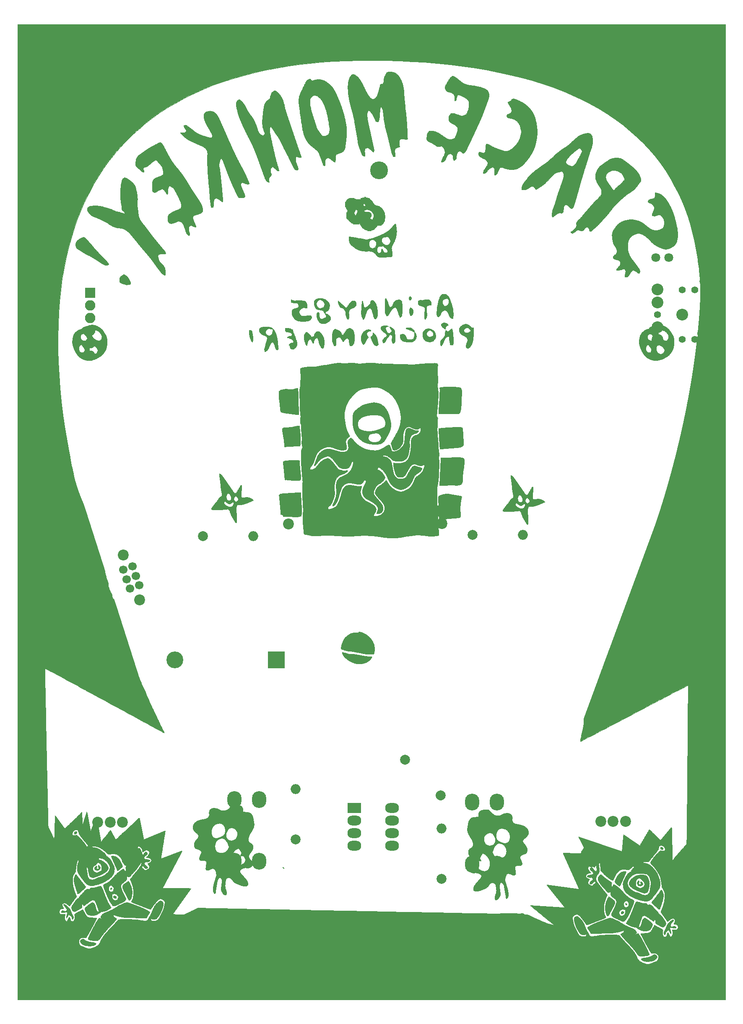
<source format=gbr>
G04 #@! TF.GenerationSoftware,KiCad,Pcbnew,(5.1.2)-1*
G04 #@! TF.CreationDate,2019-08-24T22:51:10-03:00*
G04 #@! TF.ProjectId,SpaceMonkey2Shenzhen,53706163-654d-46f6-9e6b-657932536865,rev?*
G04 #@! TF.SameCoordinates,Original*
G04 #@! TF.FileFunction,Soldermask,Bot*
G04 #@! TF.FilePolarity,Negative*
%FSLAX46Y46*%
G04 Gerber Fmt 4.6, Leading zero omitted, Abs format (unit mm)*
G04 Created by KiCad (PCBNEW (5.1.2)-1) date 2019-08-24 22:51:10*
%MOMM*%
%LPD*%
G04 APERTURE LIST*
%ADD10C,0.010000*%
%ADD11C,1.800000*%
%ADD12O,2.900000X3.400000*%
%ADD13C,3.600000*%
%ADD14R,2.800000X2.000000*%
%ADD15O,2.800000X2.000000*%
%ADD16C,2.000000*%
%ADD17C,2.000000*%
%ADD18O,2.000000X2.000000*%
%ADD19R,2.100000X2.100000*%
%ADD20O,2.100000X2.100000*%
%ADD21C,3.400000*%
%ADD22R,3.400000X3.400000*%
%ADD23C,2.200000*%
%ADD24R,2.200000X2.200000*%
%ADD25C,4.400000*%
%ADD26C,1.700000*%
%ADD27C,2.385060*%
%ADD28C,1.402080*%
G04 APERTURE END LIST*
D10*
G36*
X180083667Y-187475000D02*
G01*
X37166334Y-187475000D01*
X37166334Y-169737333D01*
X45506000Y-169737333D01*
X45515389Y-169843370D01*
X45538844Y-169902348D01*
X45548334Y-169906666D01*
X45585578Y-169941086D01*
X45590667Y-169972090D01*
X45618782Y-170044844D01*
X45687206Y-170133890D01*
X45694576Y-170141424D01*
X45746939Y-170188031D01*
X45804547Y-170218154D01*
X45886295Y-170235361D01*
X46011076Y-170243220D01*
X46197785Y-170245297D01*
X46244909Y-170245333D01*
X46691334Y-170245333D01*
X46691334Y-170372333D01*
X46679071Y-170461504D01*
X46649527Y-170499323D01*
X46649000Y-170499333D01*
X46628716Y-170539296D01*
X46614246Y-170649920D01*
X46607136Y-170817308D01*
X46606667Y-170880333D01*
X46611107Y-171062892D01*
X46623399Y-171193118D01*
X46641997Y-171257113D01*
X46649000Y-171261333D01*
X46686328Y-171295718D01*
X46691334Y-171326244D01*
X46722095Y-171398306D01*
X46798224Y-171494345D01*
X46895487Y-171590127D01*
X46989651Y-171661419D01*
X47049756Y-171684666D01*
X47103030Y-171649294D01*
X47114667Y-171600000D01*
X47132395Y-171531209D01*
X47157000Y-171515333D01*
X47191395Y-171479877D01*
X47199334Y-171430666D01*
X47217062Y-171361876D01*
X47241667Y-171346000D01*
X47276062Y-171310543D01*
X47284000Y-171261333D01*
X47301728Y-171192543D01*
X47326334Y-171176666D01*
X47360729Y-171141210D01*
X47368667Y-171092000D01*
X47386395Y-171023209D01*
X47411000Y-171007333D01*
X47445395Y-170971877D01*
X47453334Y-170922666D01*
X47482045Y-170854153D01*
X47551770Y-170842210D01*
X47637898Y-170889915D01*
X47646857Y-170898476D01*
X47693948Y-170986317D01*
X47707334Y-171067809D01*
X47721457Y-171148802D01*
X47749667Y-171176666D01*
X47777504Y-171213915D01*
X47791580Y-171305652D01*
X47792000Y-171326757D01*
X47828552Y-171493168D01*
X47930704Y-171613516D01*
X48087196Y-171677258D01*
X48174100Y-171684666D01*
X48333673Y-171660642D01*
X48435821Y-171593375D01*
X48469334Y-171497190D01*
X48491283Y-171438940D01*
X48511667Y-171430666D01*
X48546062Y-171395210D01*
X48554000Y-171346000D01*
X48571728Y-171277209D01*
X48596334Y-171261333D01*
X48615999Y-171221085D01*
X48630218Y-171108474D01*
X48637768Y-170935698D01*
X48638667Y-170838000D01*
X48634642Y-170641340D01*
X48623381Y-170499158D01*
X48606103Y-170423652D01*
X48596334Y-170414666D01*
X48556121Y-170386239D01*
X48565419Y-170315555D01*
X48618486Y-170224507D01*
X48657909Y-170179909D01*
X48746508Y-170109012D01*
X48822342Y-170076260D01*
X48827243Y-170076000D01*
X48884803Y-170053728D01*
X48892667Y-170033666D01*
X48928123Y-169999271D01*
X48977334Y-169991333D01*
X49046124Y-169973605D01*
X49062000Y-169949000D01*
X49097007Y-169913285D01*
X49137321Y-169906666D01*
X49219167Y-169874726D01*
X49273667Y-169822000D01*
X49367726Y-169753652D01*
X49452346Y-169737333D01*
X49537391Y-169724178D01*
X49570000Y-169695000D01*
X49605007Y-169659285D01*
X49645321Y-169652666D01*
X49727167Y-169620726D01*
X49781667Y-169568000D01*
X49857741Y-169501876D01*
X49918012Y-169483333D01*
X49981557Y-169463658D01*
X49993334Y-169441000D01*
X50028790Y-169406604D01*
X50078000Y-169398666D01*
X50146790Y-169380938D01*
X50162667Y-169356333D01*
X50198123Y-169321938D01*
X50247334Y-169314000D01*
X50318086Y-169343934D01*
X50332000Y-169398666D01*
X50349728Y-169467456D01*
X50374334Y-169483333D01*
X50410048Y-169518340D01*
X50416667Y-169558654D01*
X50448607Y-169640500D01*
X50501334Y-169695000D01*
X50567457Y-169771073D01*
X50586000Y-169831345D01*
X50605675Y-169894890D01*
X50628334Y-169906666D01*
X50662729Y-169942122D01*
X50670667Y-169991333D01*
X50688395Y-170060123D01*
X50713000Y-170076000D01*
X50748715Y-170111007D01*
X50755334Y-170151321D01*
X50787274Y-170233167D01*
X50840000Y-170287666D01*
X50905606Y-170355383D01*
X50924667Y-170403959D01*
X50957008Y-170477934D01*
X51039434Y-170576920D01*
X51150051Y-170681353D01*
X51266961Y-170771666D01*
X51368270Y-170828294D01*
X51410386Y-170838000D01*
X51490475Y-170852353D01*
X51517334Y-170880333D01*
X51557581Y-170899999D01*
X51670192Y-170914217D01*
X51842968Y-170921768D01*
X51940667Y-170922666D01*
X52137327Y-170926691D01*
X52279509Y-170937952D01*
X52355014Y-170955230D01*
X52364000Y-170965000D01*
X52403608Y-170985964D01*
X52511743Y-171000696D01*
X52672370Y-171007192D01*
X52702667Y-171007333D01*
X53041334Y-171007333D01*
X53041334Y-171124987D01*
X53009097Y-171243200D01*
X52956667Y-171303666D01*
X52890543Y-171379740D01*
X52872000Y-171440012D01*
X52852325Y-171503557D01*
X52829667Y-171515333D01*
X52795272Y-171550789D01*
X52787334Y-171600000D01*
X52769605Y-171668790D01*
X52745000Y-171684666D01*
X52710605Y-171720122D01*
X52702667Y-171769333D01*
X52684939Y-171838123D01*
X52660334Y-171854000D01*
X52625938Y-171889456D01*
X52618000Y-171938666D01*
X52600272Y-172007456D01*
X52575667Y-172023333D01*
X52541272Y-172058789D01*
X52533334Y-172108000D01*
X52515605Y-172176790D01*
X52491000Y-172192666D01*
X52456605Y-172228122D01*
X52448667Y-172277333D01*
X52430939Y-172346123D01*
X52406334Y-172362000D01*
X52371938Y-172397456D01*
X52364000Y-172446666D01*
X52346272Y-172515456D01*
X52321667Y-172531333D01*
X52287272Y-172566789D01*
X52279334Y-172616000D01*
X52261605Y-172684790D01*
X52237000Y-172700666D01*
X52201286Y-172735673D01*
X52194667Y-172775987D01*
X52162727Y-172857833D01*
X52110000Y-172912333D01*
X52043921Y-173000607D01*
X52025334Y-173081666D01*
X51993559Y-173189099D01*
X51940667Y-173251000D01*
X51874543Y-173327073D01*
X51856000Y-173387345D01*
X51836325Y-173450890D01*
X51813667Y-173462666D01*
X51779272Y-173498122D01*
X51771334Y-173547333D01*
X51753605Y-173616123D01*
X51729000Y-173632000D01*
X51693286Y-173667007D01*
X51686667Y-173707321D01*
X51654727Y-173789167D01*
X51602000Y-173843666D01*
X51535877Y-173919740D01*
X51517334Y-173980012D01*
X51497658Y-174043557D01*
X51475000Y-174055333D01*
X51440605Y-174090789D01*
X51432667Y-174140000D01*
X51414939Y-174208790D01*
X51390334Y-174224666D01*
X51354619Y-174259673D01*
X51348000Y-174299987D01*
X51316060Y-174381833D01*
X51263334Y-174436333D01*
X51197448Y-174508479D01*
X51178667Y-174563333D01*
X51147023Y-174637481D01*
X51094000Y-174690333D01*
X51028344Y-174758834D01*
X51009334Y-174808535D01*
X50995084Y-174880029D01*
X50944736Y-174930244D01*
X50846892Y-174962505D01*
X50690155Y-174980136D01*
X50463127Y-174986461D01*
X50398524Y-174986666D01*
X50180986Y-174990174D01*
X50020772Y-175000114D01*
X49928024Y-175015609D01*
X49908667Y-175029000D01*
X49874247Y-175066244D01*
X49843243Y-175071333D01*
X49762678Y-175103505D01*
X49670708Y-175180390D01*
X49596777Y-175272542D01*
X49570000Y-175344575D01*
X49547729Y-175402135D01*
X49527667Y-175410000D01*
X49506702Y-175449608D01*
X49491970Y-175557742D01*
X49485475Y-175718370D01*
X49485334Y-175748666D01*
X49490285Y-175916382D01*
X49503801Y-176034240D01*
X49523880Y-176086204D01*
X49527667Y-176087333D01*
X49559369Y-176123595D01*
X49570000Y-176194280D01*
X49603108Y-176294690D01*
X49687812Y-176415145D01*
X49802177Y-176533713D01*
X49924273Y-176628462D01*
X50032166Y-176677459D01*
X50055719Y-176680000D01*
X50135808Y-176694353D01*
X50162667Y-176722333D01*
X50199453Y-176752056D01*
X50288087Y-176764663D01*
X50289667Y-176764666D01*
X50378838Y-176776928D01*
X50416657Y-176806473D01*
X50416667Y-176807000D01*
X50452123Y-176841395D01*
X50501334Y-176849333D01*
X50570124Y-176867061D01*
X50586000Y-176891666D01*
X50621456Y-176926061D01*
X50670667Y-176934000D01*
X50739457Y-176951728D01*
X50755334Y-176976333D01*
X50792120Y-177006056D01*
X50880753Y-177018663D01*
X50882334Y-177018666D01*
X50971504Y-177030928D01*
X51009324Y-177060473D01*
X51009334Y-177061000D01*
X51046120Y-177090723D01*
X51134753Y-177103330D01*
X51136334Y-177103333D01*
X51225504Y-177115595D01*
X51263324Y-177145139D01*
X51263334Y-177145666D01*
X51302942Y-177166631D01*
X51411076Y-177181363D01*
X51571704Y-177187858D01*
X51602000Y-177188000D01*
X51769716Y-177183048D01*
X51887574Y-177169532D01*
X51939538Y-177149453D01*
X51940667Y-177145666D01*
X51977453Y-177115943D01*
X52066087Y-177103336D01*
X52067667Y-177103333D01*
X52156838Y-177091071D01*
X52194657Y-177061526D01*
X52194667Y-177061000D01*
X52231453Y-177031276D01*
X52320087Y-177018669D01*
X52321667Y-177018666D01*
X52410838Y-177006404D01*
X52448657Y-176976860D01*
X52448667Y-176976333D01*
X52485226Y-176945732D01*
X52566321Y-176934000D01*
X52684534Y-176901763D01*
X52745000Y-176849333D01*
X52821074Y-176783209D01*
X52881346Y-176764666D01*
X52944891Y-176744991D01*
X52956667Y-176722333D01*
X52991233Y-176685449D01*
X53024349Y-176680000D01*
X53094498Y-176650916D01*
X53185419Y-176578545D01*
X53210667Y-176553000D01*
X53301505Y-176472349D01*
X53380943Y-176428599D01*
X53396985Y-176426000D01*
X53455700Y-176391880D01*
X53464667Y-176358317D01*
X53493751Y-176288168D01*
X53566122Y-176197247D01*
X53591667Y-176172000D01*
X53672317Y-176081161D01*
X53716068Y-176001723D01*
X53718667Y-175985682D01*
X53740287Y-175926712D01*
X53761000Y-175918000D01*
X53790724Y-175881213D01*
X53803330Y-175792580D01*
X53803334Y-175791000D01*
X53815596Y-175701829D01*
X53845140Y-175664009D01*
X53845667Y-175664000D01*
X53880062Y-175628543D01*
X53888000Y-175579333D01*
X53905728Y-175510543D01*
X53930334Y-175494666D01*
X53964729Y-175459210D01*
X53972667Y-175410000D01*
X53990395Y-175341209D01*
X54015000Y-175325333D01*
X54050715Y-175290326D01*
X54057334Y-175250012D01*
X54089274Y-175168166D01*
X54142000Y-175113666D01*
X54208124Y-175037592D01*
X54226667Y-174977321D01*
X54246342Y-174913776D01*
X54269000Y-174902000D01*
X54305884Y-174867433D01*
X54311334Y-174834317D01*
X54340417Y-174764168D01*
X54412788Y-174673247D01*
X54438334Y-174648000D01*
X54518451Y-174562137D01*
X54562439Y-174493572D01*
X54565334Y-174480504D01*
X54593797Y-174430160D01*
X54669584Y-174338776D01*
X54778291Y-174223260D01*
X54819334Y-174182333D01*
X54935733Y-174062993D01*
X55024063Y-173962741D01*
X55069952Y-173898256D01*
X55073334Y-173887540D01*
X55102184Y-173846695D01*
X55183524Y-173754664D01*
X55309537Y-173619691D01*
X55472408Y-173450018D01*
X55664320Y-173253888D01*
X55877457Y-173039543D01*
X55877667Y-173039333D01*
X56090820Y-172824974D01*
X56282756Y-172628822D01*
X56445658Y-172459120D01*
X56571710Y-172324110D01*
X56653096Y-172232035D01*
X56682000Y-172191137D01*
X56682000Y-172191125D01*
X56710423Y-172142385D01*
X56786111Y-172052278D01*
X56894691Y-171937485D01*
X56936000Y-171896333D01*
X57052425Y-171776840D01*
X57140764Y-171676239D01*
X57186633Y-171611287D01*
X57190000Y-171600420D01*
X57221719Y-171531819D01*
X57297214Y-171448247D01*
X57386995Y-171377164D01*
X57461570Y-171346029D01*
X57463243Y-171346000D01*
X57520803Y-171323728D01*
X57528667Y-171303666D01*
X57570612Y-171291171D01*
X57694943Y-171280766D01*
X57899405Y-171272516D01*
X58181740Y-171266485D01*
X58539693Y-171262739D01*
X58971008Y-171261341D01*
X59010334Y-171261333D01*
X59447681Y-171262531D01*
X59811856Y-171266084D01*
X60100602Y-171271925D01*
X60311663Y-171279992D01*
X60442782Y-171290219D01*
X60491704Y-171302543D01*
X60492000Y-171303666D01*
X60532672Y-171322249D01*
X60648233Y-171335998D01*
X60829003Y-171344105D01*
X61000000Y-171346000D01*
X61222992Y-171349389D01*
X61387976Y-171359019D01*
X61485272Y-171374083D01*
X61508000Y-171388333D01*
X61546074Y-171412482D01*
X61643421Y-171427809D01*
X61719667Y-171430666D01*
X61840411Y-171438281D01*
X61917049Y-171457750D01*
X61931334Y-171473000D01*
X61970942Y-171493964D01*
X62079076Y-171508696D01*
X62239704Y-171515192D01*
X62270000Y-171515333D01*
X62437716Y-171520284D01*
X62555574Y-171533801D01*
X62607538Y-171553879D01*
X62608667Y-171557666D01*
X62647227Y-171580215D01*
X62747958Y-171595503D01*
X62862667Y-171600000D01*
X62997962Y-171593573D01*
X63089687Y-171576784D01*
X63116667Y-171557666D01*
X63151087Y-171520422D01*
X63182091Y-171515333D01*
X63262656Y-171483161D01*
X63354626Y-171406276D01*
X63428556Y-171314124D01*
X63455334Y-171242090D01*
X63477605Y-171184530D01*
X63497667Y-171176666D01*
X63532062Y-171141210D01*
X63540000Y-171092000D01*
X63557728Y-171023209D01*
X63582334Y-171007333D01*
X63616729Y-170971877D01*
X63624667Y-170922666D01*
X63642395Y-170853876D01*
X63667000Y-170838000D01*
X63702715Y-170802992D01*
X63709334Y-170762678D01*
X63741274Y-170680832D01*
X63794000Y-170626333D01*
X63860124Y-170550259D01*
X63878667Y-170489987D01*
X63898342Y-170426442D01*
X63921000Y-170414666D01*
X63955395Y-170379210D01*
X63963334Y-170330000D01*
X63981062Y-170261209D01*
X64005667Y-170245333D01*
X64040062Y-170209877D01*
X64048000Y-170160666D01*
X64065728Y-170091876D01*
X64090334Y-170076000D01*
X64124729Y-170040543D01*
X64132667Y-169991333D01*
X64150395Y-169922543D01*
X64175000Y-169906666D01*
X64204724Y-169869880D01*
X64217330Y-169781246D01*
X64217334Y-169779666D01*
X64229596Y-169690495D01*
X64259140Y-169652676D01*
X64259667Y-169652666D01*
X64294062Y-169617210D01*
X64302000Y-169568000D01*
X64319728Y-169499209D01*
X64344334Y-169483333D01*
X64374057Y-169446547D01*
X64386664Y-169357913D01*
X64386667Y-169356333D01*
X64398929Y-169267162D01*
X64428473Y-169229343D01*
X64429000Y-169229333D01*
X64459601Y-169192773D01*
X64471334Y-169111678D01*
X64503570Y-168993466D01*
X64556000Y-168933000D01*
X64622124Y-168856926D01*
X64640667Y-168796654D01*
X64660342Y-168733109D01*
X64683000Y-168721333D01*
X64718715Y-168686326D01*
X64725334Y-168646012D01*
X64757274Y-168564166D01*
X64810000Y-168509666D01*
X64875592Y-168442158D01*
X64894667Y-168393883D01*
X64924010Y-168340029D01*
X65002214Y-168244850D01*
X65114542Y-168122905D01*
X65246253Y-167988759D01*
X65382611Y-167856972D01*
X65508877Y-167742108D01*
X65610313Y-167658728D01*
X65672181Y-167621395D01*
X65677229Y-167620666D01*
X65733952Y-167597995D01*
X65741334Y-167578333D01*
X65779407Y-167554184D01*
X65876755Y-167538856D01*
X65953000Y-167536000D01*
X66073744Y-167543614D01*
X66150383Y-167563084D01*
X66164667Y-167578333D01*
X66199159Y-167615401D01*
X66231191Y-167620666D01*
X66326823Y-167656486D01*
X66400005Y-167740032D01*
X66418667Y-167808142D01*
X66440616Y-167866392D01*
X66461000Y-167874666D01*
X66481965Y-167914274D01*
X66496697Y-168022409D01*
X66503192Y-168183036D01*
X66503334Y-168213333D01*
X66498382Y-168381049D01*
X66484866Y-168498906D01*
X66464787Y-168550871D01*
X66461000Y-168552000D01*
X66434491Y-168589556D01*
X66419746Y-168683375D01*
X66418667Y-168721333D01*
X66409278Y-168827370D01*
X66385823Y-168886348D01*
X66376334Y-168890666D01*
X66346610Y-168927452D01*
X66334003Y-169016086D01*
X66334000Y-169017666D01*
X66321738Y-169106837D01*
X66292194Y-169144656D01*
X66291667Y-169144666D01*
X66261943Y-169181452D01*
X66249337Y-169270086D01*
X66249334Y-169271666D01*
X66237071Y-169360837D01*
X66207527Y-169398656D01*
X66207000Y-169398666D01*
X66176400Y-169435226D01*
X66164667Y-169516321D01*
X66132430Y-169634533D01*
X66080000Y-169695000D01*
X66011652Y-169789058D01*
X65995334Y-169873678D01*
X65982179Y-169958724D01*
X65953000Y-169991333D01*
X65917286Y-170026340D01*
X65910667Y-170066654D01*
X65878727Y-170148500D01*
X65826000Y-170203000D01*
X65759877Y-170279073D01*
X65741334Y-170339345D01*
X65721658Y-170402890D01*
X65699000Y-170414666D01*
X65663286Y-170449673D01*
X65656667Y-170489987D01*
X65624727Y-170571833D01*
X65572000Y-170626333D01*
X65506395Y-170694050D01*
X65487334Y-170742626D01*
X65454992Y-170816600D01*
X65372566Y-170915587D01*
X65261950Y-171020020D01*
X65145039Y-171110333D01*
X65043730Y-171166960D01*
X65001614Y-171176666D01*
X64921525Y-171191020D01*
X64894667Y-171219000D01*
X64855512Y-171240715D01*
X64750569Y-171255721D01*
X64598621Y-171261333D01*
X64598334Y-171261333D01*
X64446322Y-171255739D01*
X64341283Y-171240747D01*
X64302000Y-171219041D01*
X64302000Y-171219000D01*
X64264444Y-171192490D01*
X64170624Y-171177746D01*
X64132667Y-171176666D01*
X64026630Y-171186055D01*
X63967651Y-171209510D01*
X63963334Y-171219000D01*
X63995548Y-171260103D01*
X64005667Y-171261333D01*
X64042911Y-171295753D01*
X64048000Y-171326757D01*
X64076115Y-171399511D01*
X64144540Y-171488557D01*
X64151909Y-171496090D01*
X64207319Y-171544797D01*
X64268804Y-171575375D01*
X64356726Y-171591988D01*
X64491447Y-171598802D01*
X64659909Y-171600000D01*
X64850245Y-171595796D01*
X64987042Y-171584088D01*
X65057373Y-171566229D01*
X65064000Y-171557666D01*
X65099456Y-171523271D01*
X65148667Y-171515333D01*
X65217457Y-171497605D01*
X65233334Y-171473000D01*
X65267753Y-171435755D01*
X65298758Y-171430666D01*
X65375944Y-171399826D01*
X65466846Y-171326274D01*
X65542005Y-171238464D01*
X65572000Y-171166769D01*
X65603326Y-171100723D01*
X65656667Y-171049666D01*
X65722790Y-170973592D01*
X65741334Y-170913321D01*
X65761009Y-170849776D01*
X65783667Y-170838000D01*
X65818062Y-170802543D01*
X65826000Y-170753333D01*
X65843728Y-170684543D01*
X65868334Y-170668666D01*
X65902729Y-170633210D01*
X65910667Y-170584000D01*
X65928395Y-170515209D01*
X65953000Y-170499333D01*
X65987395Y-170463877D01*
X65995334Y-170414666D01*
X66013062Y-170345876D01*
X66037667Y-170330000D01*
X66072062Y-170294543D01*
X66080000Y-170245333D01*
X66097728Y-170176543D01*
X66122334Y-170160666D01*
X66156729Y-170125210D01*
X66164667Y-170076000D01*
X66182395Y-170007209D01*
X66207000Y-169991333D01*
X66241395Y-169955877D01*
X66249334Y-169906666D01*
X66267062Y-169837876D01*
X66291667Y-169822000D01*
X66326062Y-169786543D01*
X66334000Y-169737333D01*
X66351728Y-169668543D01*
X66376334Y-169652666D01*
X66410729Y-169617210D01*
X66418667Y-169568000D01*
X66436395Y-169499209D01*
X66461000Y-169483333D01*
X66490724Y-169446547D01*
X66503330Y-169357913D01*
X66503334Y-169356333D01*
X66515596Y-169267162D01*
X66545140Y-169229343D01*
X66545667Y-169229333D01*
X66575390Y-169192547D01*
X66587997Y-169103913D01*
X66588000Y-169102333D01*
X66600262Y-169013162D01*
X66629807Y-168975343D01*
X66630334Y-168975333D01*
X66654482Y-168937259D01*
X66669810Y-168839912D01*
X66672667Y-168763666D01*
X66680282Y-168642922D01*
X66699751Y-168566284D01*
X66715000Y-168552000D01*
X66739149Y-168513926D01*
X66754477Y-168416578D01*
X66757334Y-168340333D01*
X66764948Y-168219589D01*
X66784418Y-168142950D01*
X66799667Y-168128666D01*
X66822802Y-168090380D01*
X66838179Y-167991576D01*
X66842000Y-167894719D01*
X66837582Y-167761165D01*
X66814663Y-167668148D01*
X66758744Y-167583263D01*
X66655330Y-167474103D01*
X66652614Y-167471385D01*
X66543718Y-167372137D01*
X66450043Y-167303571D01*
X66398614Y-167282000D01*
X66341567Y-167259484D01*
X66334000Y-167239666D01*
X66297214Y-167209943D01*
X66208580Y-167197336D01*
X66207000Y-167197333D01*
X66117829Y-167185071D01*
X66080010Y-167155526D01*
X66080000Y-167155000D01*
X66043214Y-167125276D01*
X65954580Y-167112669D01*
X65953000Y-167112666D01*
X65863829Y-167124928D01*
X65826010Y-167154473D01*
X65826000Y-167155000D01*
X65789748Y-167186737D01*
X65719383Y-167197333D01*
X65633427Y-167223932D01*
X65515053Y-167307539D01*
X65356322Y-167453871D01*
X65338383Y-167471716D01*
X65217515Y-167597362D01*
X65123819Y-167703856D01*
X65070911Y-167775278D01*
X65064000Y-167792535D01*
X65035559Y-167845541D01*
X64962343Y-167932751D01*
X64894667Y-168001666D01*
X64800934Y-168100112D01*
X64739441Y-168180784D01*
X64725334Y-168214196D01*
X64696665Y-168272425D01*
X64625200Y-168356439D01*
X64598334Y-168382666D01*
X64517947Y-168471018D01*
X64474077Y-168545023D01*
X64471334Y-168559639D01*
X64439935Y-168627528D01*
X64386667Y-168679000D01*
X64320980Y-168747978D01*
X64302000Y-168798360D01*
X64273134Y-168862250D01*
X64201238Y-168949563D01*
X64175000Y-168975333D01*
X64094350Y-169066171D01*
X64050599Y-169145609D01*
X64048000Y-169161651D01*
X64024402Y-169207750D01*
X63942443Y-169227361D01*
X63878667Y-169229333D01*
X63772630Y-169219944D01*
X63713651Y-169196489D01*
X63709334Y-169187000D01*
X63672547Y-169157276D01*
X63583914Y-169144669D01*
X63582334Y-169144666D01*
X63493163Y-169132404D01*
X63455343Y-169102860D01*
X63455334Y-169102333D01*
X63418547Y-169072609D01*
X63329914Y-169060003D01*
X63328334Y-169060000D01*
X63239163Y-169047737D01*
X63201343Y-169018193D01*
X63201334Y-169017666D01*
X63165877Y-168983271D01*
X63116667Y-168975333D01*
X63047877Y-168957605D01*
X63032000Y-168933000D01*
X62995214Y-168903276D01*
X62906580Y-168890669D01*
X62905000Y-168890666D01*
X62815829Y-168878404D01*
X62778010Y-168848860D01*
X62778000Y-168848333D01*
X62741214Y-168818609D01*
X62652580Y-168806003D01*
X62651000Y-168806000D01*
X62561829Y-168793737D01*
X62524010Y-168764193D01*
X62524000Y-168763666D01*
X62488544Y-168729271D01*
X62439334Y-168721333D01*
X62370543Y-168703605D01*
X62354667Y-168679000D01*
X62319211Y-168644604D01*
X62270000Y-168636666D01*
X62201210Y-168618938D01*
X62185334Y-168594333D01*
X62148547Y-168564609D01*
X62059914Y-168552003D01*
X62058334Y-168552000D01*
X61969163Y-168539737D01*
X61931343Y-168510193D01*
X61931334Y-168509666D01*
X61894547Y-168479943D01*
X61805914Y-168467336D01*
X61804334Y-168467333D01*
X61715163Y-168455071D01*
X61677343Y-168425526D01*
X61677334Y-168425000D01*
X61641877Y-168390604D01*
X61592667Y-168382666D01*
X61523877Y-168364938D01*
X61508000Y-168340333D01*
X61471214Y-168310609D01*
X61382580Y-168298003D01*
X61381000Y-168298000D01*
X61291829Y-168285737D01*
X61254010Y-168256193D01*
X61254000Y-168255666D01*
X61217214Y-168225943D01*
X61128580Y-168213336D01*
X61127000Y-168213333D01*
X61037829Y-168201071D01*
X61000010Y-168171526D01*
X61000000Y-168171000D01*
X60964544Y-168136604D01*
X60915334Y-168128666D01*
X60846543Y-168110938D01*
X60830667Y-168086333D01*
X60793881Y-168056609D01*
X60705247Y-168044003D01*
X60703667Y-168044000D01*
X60614496Y-168031737D01*
X60576677Y-168002193D01*
X60576667Y-168001666D01*
X60541211Y-167967271D01*
X60492000Y-167959333D01*
X60423210Y-167941605D01*
X60407334Y-167917000D01*
X60371877Y-167882604D01*
X60322667Y-167874666D01*
X60253877Y-167856938D01*
X60238000Y-167832333D01*
X60202544Y-167797938D01*
X60153334Y-167790000D01*
X60082581Y-167760065D01*
X60068667Y-167705333D01*
X60086395Y-167636543D01*
X60111000Y-167620666D01*
X60145395Y-167585210D01*
X60153334Y-167536000D01*
X60171062Y-167467209D01*
X60195667Y-167451333D01*
X60230062Y-167415877D01*
X60238000Y-167366666D01*
X60255728Y-167297876D01*
X60280334Y-167282000D01*
X60314729Y-167246543D01*
X60322667Y-167197333D01*
X60340395Y-167128543D01*
X60365000Y-167112666D01*
X60389149Y-167074593D01*
X60404477Y-166977245D01*
X60407334Y-166901000D01*
X60414948Y-166780256D01*
X60434418Y-166703617D01*
X60449667Y-166689333D01*
X60465527Y-166647908D01*
X60477930Y-166527150D01*
X60486596Y-166332331D01*
X60491250Y-166068725D01*
X60492000Y-165885000D01*
X60489820Y-165583648D01*
X60483464Y-165348004D01*
X60473211Y-165183340D01*
X60459337Y-165094928D01*
X60449667Y-165080666D01*
X60425518Y-165042593D01*
X60410190Y-164945245D01*
X60407334Y-164869000D01*
X60399719Y-164748256D01*
X60380249Y-164671617D01*
X60365000Y-164657333D01*
X60335277Y-164620547D01*
X60322670Y-164531913D01*
X60322667Y-164530333D01*
X60310405Y-164441162D01*
X60280860Y-164403343D01*
X60280334Y-164403333D01*
X60250610Y-164366547D01*
X60238003Y-164277913D01*
X60238000Y-164276333D01*
X60225738Y-164187162D01*
X60196194Y-164149343D01*
X60195667Y-164149333D01*
X60165943Y-164112547D01*
X60153337Y-164023913D01*
X60153334Y-164022333D01*
X60141071Y-163933162D01*
X60111527Y-163895343D01*
X60111000Y-163895333D01*
X60081277Y-163858547D01*
X60068670Y-163769913D01*
X60068667Y-163768333D01*
X60056405Y-163679162D01*
X60026860Y-163641343D01*
X60026334Y-163641333D01*
X59991938Y-163605877D01*
X59984000Y-163556666D01*
X59966272Y-163487876D01*
X59941667Y-163472000D01*
X59907272Y-163436543D01*
X59899334Y-163387333D01*
X59881605Y-163318543D01*
X59857000Y-163302666D01*
X59822605Y-163267210D01*
X59814667Y-163218000D01*
X59832395Y-163149209D01*
X59857000Y-163133333D01*
X59894021Y-163098822D01*
X59899334Y-163066514D01*
X59928135Y-163001679D01*
X60002186Y-162906270D01*
X60068667Y-162837000D01*
X60162362Y-162738838D01*
X60223856Y-162658804D01*
X60238000Y-162625903D01*
X60266444Y-162574039D01*
X60341134Y-162483941D01*
X60446105Y-162374809D01*
X60449667Y-162371333D01*
X60555342Y-162261779D01*
X60631213Y-162170488D01*
X60661305Y-162116738D01*
X60661334Y-162115899D01*
X60689989Y-162058048D01*
X60761425Y-161974256D01*
X60788334Y-161948000D01*
X60868479Y-161861883D01*
X60912454Y-161792761D01*
X60915334Y-161779529D01*
X60943835Y-161724560D01*
X61017190Y-161635983D01*
X61084667Y-161567000D01*
X61178377Y-161468725D01*
X61239871Y-161388437D01*
X61254000Y-161355333D01*
X61282486Y-161300863D01*
X61355806Y-161212633D01*
X61423334Y-161143666D01*
X61517066Y-161045220D01*
X61578560Y-160964549D01*
X61592667Y-160931136D01*
X61621336Y-160872907D01*
X61692800Y-160788893D01*
X61719667Y-160762666D01*
X61800053Y-160674315D01*
X61843923Y-160600309D01*
X61846667Y-160585694D01*
X61878065Y-160517804D01*
X61931334Y-160466333D01*
X61999681Y-160372274D01*
X62016000Y-160287654D01*
X62029155Y-160202608D01*
X62058334Y-160170000D01*
X62080883Y-160131440D01*
X62096170Y-160030708D01*
X62100667Y-159916000D01*
X62094240Y-159780705D01*
X62077452Y-159688979D01*
X62058334Y-159662000D01*
X62027733Y-159625440D01*
X62016000Y-159544345D01*
X61983764Y-159426133D01*
X61931334Y-159365666D01*
X61865647Y-159296688D01*
X61846667Y-159246305D01*
X61817801Y-159182415D01*
X61745905Y-159095103D01*
X61719667Y-159069333D01*
X61639016Y-158978494D01*
X61595266Y-158899057D01*
X61592667Y-158883015D01*
X61571047Y-158824045D01*
X61550334Y-158815333D01*
X61515938Y-158779877D01*
X61508000Y-158730666D01*
X61490272Y-158661876D01*
X61465667Y-158646000D01*
X61447562Y-158605166D01*
X61434032Y-158488487D01*
X61425749Y-158304691D01*
X61423334Y-158095666D01*
X61426475Y-157860304D01*
X61435450Y-157684418D01*
X61449588Y-157576738D01*
X61465667Y-157545333D01*
X61487729Y-157506412D01*
X61502855Y-157403125D01*
X61508000Y-157267142D01*
X61515850Y-157088473D01*
X61541869Y-156974931D01*
X61578682Y-156918270D01*
X61638252Y-156875412D01*
X61666876Y-156900127D01*
X61718261Y-156944047D01*
X61765528Y-156952666D01*
X61833735Y-156984285D01*
X61846667Y-157037333D01*
X61864395Y-157106123D01*
X61889000Y-157122000D01*
X61923395Y-157157456D01*
X61931334Y-157206666D01*
X61949062Y-157275456D01*
X61973667Y-157291333D01*
X61996216Y-157329893D01*
X62011504Y-157430624D01*
X62016000Y-157545333D01*
X62009574Y-157680628D01*
X61992785Y-157772353D01*
X61973667Y-157799333D01*
X61951604Y-157838253D01*
X61936479Y-157941541D01*
X61931334Y-158077523D01*
X61939183Y-158256192D01*
X61965203Y-158369734D01*
X62002015Y-158426395D01*
X62061585Y-158469253D01*
X62090209Y-158444538D01*
X62142035Y-158396708D01*
X62168809Y-158392000D01*
X62228989Y-158363187D01*
X62322235Y-158290222D01*
X62427589Y-158193311D01*
X62524096Y-158092662D01*
X62590799Y-158008482D01*
X62608667Y-157967856D01*
X62640360Y-157900016D01*
X62715775Y-157816991D01*
X62805416Y-157746113D01*
X62879787Y-157714715D01*
X62881909Y-157714666D01*
X62939469Y-157692395D01*
X62947334Y-157672333D01*
X62975760Y-157632120D01*
X63046445Y-157641419D01*
X63137493Y-157694486D01*
X63182091Y-157733909D01*
X63272656Y-157871883D01*
X63279666Y-158019000D01*
X63203369Y-158172320D01*
X63139245Y-158245244D01*
X63044890Y-158330944D01*
X62970017Y-158383811D01*
X62946820Y-158392000D01*
X62878797Y-158423699D01*
X62795640Y-158499133D01*
X62724713Y-158588808D01*
X62693377Y-158663228D01*
X62693334Y-158665242D01*
X62671062Y-158722802D01*
X62651000Y-158730666D01*
X62616605Y-158766122D01*
X62608667Y-158815333D01*
X62626395Y-158884123D01*
X62651000Y-158900000D01*
X62685395Y-158935456D01*
X62693334Y-158984666D01*
X62723268Y-159055418D01*
X62778000Y-159069333D01*
X62846790Y-159087061D01*
X62862667Y-159111666D01*
X62901822Y-159133382D01*
X63006765Y-159148388D01*
X63158713Y-159153999D01*
X63159000Y-159154000D01*
X63311012Y-159159593D01*
X63416051Y-159174585D01*
X63455333Y-159196292D01*
X63455334Y-159196333D01*
X63492120Y-159226056D01*
X63580753Y-159238663D01*
X63582334Y-159238666D01*
X63671504Y-159250928D01*
X63709324Y-159280473D01*
X63709334Y-159281000D01*
X63744790Y-159315395D01*
X63794000Y-159323333D01*
X63864013Y-159351137D01*
X63878667Y-159389857D01*
X63842847Y-159485489D01*
X63759301Y-159558671D01*
X63691191Y-159577333D01*
X63632941Y-159599282D01*
X63624667Y-159619666D01*
X63587163Y-159646405D01*
X63493697Y-159661053D01*
X63458861Y-159662000D01*
X63346903Y-159674345D01*
X63275914Y-159705008D01*
X63268361Y-159714916D01*
X63240560Y-159746048D01*
X63218972Y-159714916D01*
X63155971Y-159668657D01*
X63048699Y-159660988D01*
X62926334Y-159688381D01*
X62818052Y-159747307D01*
X62797243Y-159765909D01*
X62735428Y-159853783D01*
X62699218Y-159953821D01*
X62693754Y-160039360D01*
X62724175Y-160083738D01*
X62735667Y-160085333D01*
X62772735Y-160119825D01*
X62778000Y-160151857D01*
X62808870Y-160238707D01*
X62879199Y-160313383D01*
X62945424Y-160339333D01*
X63009966Y-160370609D01*
X63102945Y-160450079D01*
X63204776Y-160556208D01*
X63295872Y-160667462D01*
X63356649Y-160762303D01*
X63370667Y-160806909D01*
X63335110Y-160924124D01*
X63230674Y-160994794D01*
X63074334Y-161016666D01*
X62922974Y-160994850D01*
X62818175Y-160936224D01*
X62778020Y-160851021D01*
X62778000Y-160848946D01*
X62745936Y-160780402D01*
X62666295Y-160690052D01*
X62563905Y-160599976D01*
X62463592Y-160532254D01*
X62395387Y-160508666D01*
X62292712Y-160536464D01*
X62245810Y-160569142D01*
X62198740Y-160650670D01*
X62185830Y-160745322D01*
X62206463Y-160821261D01*
X62251178Y-160847333D01*
X62309610Y-160875999D01*
X62407426Y-160952287D01*
X62526556Y-161061632D01*
X62566334Y-161101333D01*
X62700418Y-161231876D01*
X62799059Y-161309578D01*
X62881014Y-161346640D01*
X62956810Y-161355333D01*
X63096607Y-161324785D01*
X63159000Y-161270666D01*
X63235074Y-161204543D01*
X63295346Y-161186000D01*
X63358891Y-161166324D01*
X63370667Y-161143666D01*
X63405159Y-161106598D01*
X63437191Y-161101333D01*
X63532823Y-161065513D01*
X63606005Y-160981967D01*
X63624667Y-160913857D01*
X63646616Y-160855607D01*
X63667000Y-160847333D01*
X63693509Y-160809777D01*
X63708254Y-160715957D01*
X63709334Y-160678000D01*
X63699944Y-160571963D01*
X63676490Y-160512984D01*
X63667000Y-160508666D01*
X63631286Y-160473659D01*
X63624667Y-160433345D01*
X63592727Y-160351499D01*
X63540000Y-160297000D01*
X63473877Y-160220926D01*
X63455334Y-160160654D01*
X63435658Y-160097109D01*
X63413000Y-160085333D01*
X63371897Y-160053118D01*
X63370667Y-160043000D01*
X63406123Y-160008604D01*
X63455334Y-160000666D01*
X63524124Y-159982938D01*
X63540000Y-159958333D01*
X63575456Y-159923938D01*
X63624667Y-159916000D01*
X63693457Y-159898271D01*
X63709334Y-159873666D01*
X63743719Y-159836339D01*
X63774245Y-159831333D01*
X63840576Y-159803140D01*
X63935507Y-159731551D01*
X63985911Y-159684577D01*
X64092873Y-159540863D01*
X64135957Y-159397459D01*
X64112989Y-159271443D01*
X64048000Y-159196333D01*
X63981877Y-159120259D01*
X63963334Y-159059987D01*
X63929436Y-158996484D01*
X63878667Y-158984666D01*
X63809877Y-158966938D01*
X63794000Y-158942333D01*
X63758544Y-158907938D01*
X63709334Y-158900000D01*
X63640543Y-158882271D01*
X63624667Y-158857666D01*
X63586794Y-158832586D01*
X63490815Y-158817404D01*
X63431143Y-158815333D01*
X63283994Y-158800281D01*
X63183889Y-158760230D01*
X63173908Y-158751622D01*
X63144227Y-158708859D01*
X63154648Y-158661253D01*
X63214237Y-158589692D01*
X63282765Y-158522107D01*
X63377688Y-158421365D01*
X63440367Y-158336556D01*
X63455334Y-158298831D01*
X63486704Y-158231646D01*
X63540000Y-158180333D01*
X63606124Y-158104259D01*
X63624667Y-158043987D01*
X63644342Y-157980442D01*
X63667000Y-157968666D01*
X63693509Y-157931110D01*
X63708254Y-157837290D01*
X63709334Y-157799333D01*
X63699944Y-157693296D01*
X63676490Y-157634317D01*
X63667000Y-157630000D01*
X63632605Y-157594543D01*
X63624667Y-157545333D01*
X63594511Y-157473950D01*
X63549346Y-157460666D01*
X63467500Y-157428726D01*
X63413000Y-157376000D01*
X63346696Y-157319403D01*
X63238807Y-157294539D01*
X63149655Y-157291333D01*
X63032011Y-157299278D01*
X62959046Y-157319505D01*
X62947334Y-157333666D01*
X62912326Y-157369381D01*
X62872012Y-157376000D01*
X62790166Y-157407940D01*
X62735667Y-157460666D01*
X62659593Y-157526790D01*
X62599321Y-157545333D01*
X62535776Y-157565008D01*
X62524000Y-157587666D01*
X62493146Y-157625276D01*
X62422359Y-157622376D01*
X62344298Y-157582027D01*
X62330476Y-157569523D01*
X62291440Y-157487723D01*
X62271174Y-157356985D01*
X62270000Y-157315523D01*
X62261715Y-157200869D01*
X62240720Y-157131469D01*
X62227667Y-157122000D01*
X62193272Y-157086543D01*
X62185334Y-157037333D01*
X62167605Y-156968543D01*
X62143000Y-156952666D01*
X62105932Y-156918174D01*
X62100667Y-156886142D01*
X62064847Y-156790510D01*
X61981301Y-156717328D01*
X61913191Y-156698666D01*
X61854941Y-156676717D01*
X61846667Y-156656333D01*
X61811211Y-156621938D01*
X61762000Y-156614000D01*
X61693210Y-156596271D01*
X61677334Y-156571666D01*
X61643212Y-156537630D01*
X61563073Y-156530935D01*
X61470256Y-156549406D01*
X61399143Y-156589809D01*
X61348099Y-156671811D01*
X61338667Y-156716809D01*
X61316717Y-156775059D01*
X61296334Y-156783333D01*
X61275369Y-156822941D01*
X61260637Y-156931076D01*
X61254141Y-157091703D01*
X61254000Y-157122000D01*
X61249049Y-157289716D01*
X61235532Y-157407573D01*
X61215454Y-157459537D01*
X61211667Y-157460666D01*
X61191704Y-157500781D01*
X61177363Y-157612468D01*
X61170012Y-157782738D01*
X61169334Y-157863169D01*
X61169334Y-158265671D01*
X60513503Y-158921502D01*
X60319834Y-159113118D01*
X60144548Y-159282660D01*
X59996929Y-159421462D01*
X59886258Y-159520861D01*
X59821821Y-159572192D01*
X59810821Y-159577333D01*
X59754569Y-159605933D01*
X59671716Y-159677246D01*
X59645334Y-159704333D01*
X59556982Y-159784719D01*
X59482977Y-159828589D01*
X59468361Y-159831333D01*
X59400471Y-159862731D01*
X59349000Y-159916000D01*
X59276854Y-159981885D01*
X59222000Y-160000666D01*
X59147852Y-160032310D01*
X59095000Y-160085333D01*
X59018926Y-160151456D01*
X58958655Y-160170000D01*
X58895110Y-160189675D01*
X58883334Y-160212333D01*
X58846547Y-160242056D01*
X58757914Y-160254663D01*
X58756334Y-160254666D01*
X58663373Y-160241361D01*
X58630644Y-160191855D01*
X58629334Y-160170000D01*
X58611605Y-160101209D01*
X58587000Y-160085333D01*
X58552605Y-160049877D01*
X58544667Y-160000666D01*
X58526939Y-159931876D01*
X58502334Y-159916000D01*
X58467938Y-159880543D01*
X58460000Y-159831333D01*
X58442272Y-159762543D01*
X58417667Y-159746666D01*
X58383272Y-159711210D01*
X58375334Y-159662000D01*
X58357605Y-159593209D01*
X58333000Y-159577333D01*
X58298605Y-159541877D01*
X58290667Y-159492666D01*
X58272939Y-159423876D01*
X58248334Y-159408000D01*
X58213938Y-159372543D01*
X58206000Y-159323333D01*
X58188272Y-159254543D01*
X58163667Y-159238666D01*
X58129272Y-159203210D01*
X58121334Y-159154000D01*
X58103605Y-159085209D01*
X58079000Y-159069333D01*
X58041554Y-159034997D01*
X58036667Y-159005150D01*
X58007631Y-158949005D01*
X57930903Y-158852596D01*
X57822049Y-158731703D01*
X57696637Y-158602104D01*
X57570235Y-158479578D01*
X57458410Y-158379904D01*
X57376730Y-158318860D01*
X57348195Y-158307333D01*
X57283162Y-158276048D01*
X57232334Y-158222666D01*
X57138275Y-158154318D01*
X57053655Y-158138000D01*
X56968609Y-158124845D01*
X56936000Y-158095666D01*
X56895328Y-158077084D01*
X56779767Y-158063335D01*
X56598997Y-158055227D01*
X56428000Y-158053333D01*
X56205008Y-158056722D01*
X56040024Y-158066352D01*
X55942729Y-158081416D01*
X55920000Y-158095666D01*
X55881440Y-158118215D01*
X55780709Y-158133503D01*
X55666000Y-158138000D01*
X55530705Y-158131573D01*
X55438980Y-158114784D01*
X55412000Y-158095666D01*
X55377573Y-158058441D01*
X55346457Y-158053333D01*
X55290146Y-158024668D01*
X55192064Y-157947574D01*
X55068334Y-157835405D01*
X54988667Y-157757000D01*
X54859432Y-157630606D01*
X54748934Y-157531069D01*
X54672338Y-157471609D01*
X54648725Y-157460666D01*
X54594991Y-157432203D01*
X54507275Y-157358935D01*
X54438334Y-157291333D01*
X54338363Y-157197399D01*
X54254282Y-157135911D01*
X54218165Y-157122000D01*
X54150980Y-157090629D01*
X54099667Y-157037333D01*
X54023593Y-156971209D01*
X53963321Y-156952666D01*
X53899776Y-156932991D01*
X53888000Y-156910333D01*
X53852544Y-156875938D01*
X53803334Y-156868000D01*
X53734543Y-156850271D01*
X53718667Y-156825666D01*
X53683211Y-156791271D01*
X53634000Y-156783333D01*
X53565210Y-156765605D01*
X53549334Y-156741000D01*
X53512547Y-156711276D01*
X53423914Y-156698669D01*
X53422334Y-156698666D01*
X53333163Y-156686404D01*
X53295343Y-156656860D01*
X53295334Y-156656333D01*
X53258547Y-156626609D01*
X53169914Y-156614003D01*
X53168334Y-156614000D01*
X53079163Y-156601737D01*
X53041343Y-156572193D01*
X53041334Y-156571666D01*
X52999978Y-156555490D01*
X52879692Y-156542920D01*
X52686151Y-156534269D01*
X52425026Y-156529855D01*
X52279334Y-156529333D01*
X51988167Y-156527035D01*
X51761895Y-156520353D01*
X51606192Y-156509600D01*
X51526730Y-156495094D01*
X51517334Y-156487000D01*
X51481877Y-156452604D01*
X51432667Y-156444666D01*
X51362567Y-156416744D01*
X51348000Y-156377847D01*
X51319199Y-156313012D01*
X51245147Y-156217603D01*
X51178667Y-156148333D01*
X51084982Y-156050252D01*
X51023488Y-155970397D01*
X51009334Y-155937641D01*
X50980881Y-155887707D01*
X50905119Y-155796649D01*
X50796444Y-155681317D01*
X50755334Y-155640333D01*
X50638857Y-155520531D01*
X50550502Y-155419228D01*
X50504671Y-155353333D01*
X50501334Y-155342162D01*
X50472687Y-155284579D01*
X50401272Y-155200944D01*
X50374334Y-155174666D01*
X50294204Y-155088699D01*
X50250222Y-155019903D01*
X50247334Y-155006767D01*
X50218877Y-154954454D01*
X50144158Y-154864017D01*
X50039151Y-154754733D01*
X50035667Y-154751333D01*
X49929804Y-154640540D01*
X49853898Y-154546448D01*
X49824018Y-154489029D01*
X49824000Y-154488260D01*
X49792648Y-154421542D01*
X49739333Y-154370333D01*
X49673448Y-154298187D01*
X49654667Y-154243333D01*
X49623023Y-154169185D01*
X49570000Y-154116333D01*
X49503560Y-154026263D01*
X49485334Y-153895321D01*
X49475434Y-153792789D01*
X49450864Y-153738119D01*
X49443000Y-153735333D01*
X49415163Y-153698084D01*
X49401087Y-153606347D01*
X49400667Y-153585242D01*
X49364847Y-153423230D01*
X49296758Y-153331242D01*
X49226158Y-153273052D01*
X49143856Y-153241467D01*
X49022037Y-153228900D01*
X48915758Y-153227333D01*
X48771208Y-153233277D01*
X48672157Y-153249040D01*
X48638667Y-153269666D01*
X48604282Y-153306994D01*
X48573756Y-153312000D01*
X48490554Y-153345454D01*
X48390954Y-153429123D01*
X48297351Y-153537965D01*
X48232141Y-153646941D01*
X48215334Y-153712755D01*
X48201016Y-153792985D01*
X48173000Y-153820000D01*
X48134006Y-153854175D01*
X48125906Y-153939136D01*
X48144684Y-154048531D01*
X48186326Y-154156010D01*
X48234576Y-154224090D01*
X48305176Y-154282280D01*
X48387478Y-154313865D01*
X48509297Y-154326432D01*
X48615576Y-154328000D01*
X48760125Y-154322056D01*
X48859177Y-154306292D01*
X48892667Y-154285666D01*
X48928123Y-154251271D01*
X48977334Y-154243333D01*
X49046124Y-154261061D01*
X49062000Y-154285666D01*
X49096320Y-154323150D01*
X49125951Y-154328000D01*
X49175326Y-154356715D01*
X49270127Y-154434645D01*
X49397804Y-154549460D01*
X49545806Y-154688833D01*
X49701583Y-154840437D01*
X49852583Y-154991945D01*
X49986258Y-155131028D01*
X50090056Y-155245360D01*
X50151426Y-155322612D01*
X50162667Y-155346298D01*
X50191070Y-155396676D01*
X50265662Y-155485647D01*
X50370513Y-155594271D01*
X50374334Y-155598000D01*
X50480196Y-155708792D01*
X50556102Y-155802884D01*
X50585982Y-155860303D01*
X50586000Y-155861072D01*
X50617352Y-155927791D01*
X50670667Y-155979000D01*
X50736552Y-156051145D01*
X50755334Y-156106000D01*
X50786978Y-156180148D01*
X50840000Y-156233000D01*
X50906124Y-156309073D01*
X50924667Y-156369345D01*
X50944342Y-156432890D01*
X50967000Y-156444666D01*
X51001395Y-156480122D01*
X51009334Y-156529333D01*
X51027062Y-156598123D01*
X51051667Y-156614000D01*
X51086062Y-156649456D01*
X51094000Y-156698666D01*
X51076272Y-156767456D01*
X51051667Y-156783333D01*
X51014422Y-156817753D01*
X51009334Y-156848757D01*
X50979926Y-156922082D01*
X50909946Y-157011720D01*
X50826755Y-157088175D01*
X50757715Y-157121953D01*
X50755847Y-157122000D01*
X50697525Y-157151469D01*
X50610851Y-157224041D01*
X50519420Y-157315962D01*
X50446830Y-157403480D01*
X50416675Y-157462840D01*
X50416667Y-157463437D01*
X50388042Y-157520401D01*
X50316674Y-157603673D01*
X50289667Y-157630000D01*
X50209497Y-157716342D01*
X50165532Y-157785957D01*
X50162667Y-157799333D01*
X50133978Y-157858135D01*
X50062470Y-157942485D01*
X50035667Y-157968666D01*
X49955016Y-158059505D01*
X49911266Y-158138942D01*
X49908667Y-158154984D01*
X49887047Y-158213954D01*
X49866334Y-158222666D01*
X49830619Y-158257673D01*
X49824000Y-158297987D01*
X49792060Y-158379833D01*
X49739334Y-158434333D01*
X49673210Y-158510407D01*
X49654667Y-158570678D01*
X49634992Y-158634223D01*
X49612334Y-158646000D01*
X49576619Y-158681007D01*
X49570000Y-158721321D01*
X49538060Y-158803167D01*
X49485334Y-158857666D01*
X49419210Y-158933740D01*
X49400667Y-158994012D01*
X49380992Y-159057557D01*
X49358334Y-159069333D01*
X49323938Y-159104789D01*
X49316000Y-159154000D01*
X49298272Y-159222790D01*
X49273667Y-159238666D01*
X49239272Y-159274122D01*
X49231334Y-159323333D01*
X49213605Y-159392123D01*
X49189000Y-159408000D01*
X49159277Y-159444786D01*
X49146670Y-159533419D01*
X49146667Y-159535000D01*
X49134405Y-159624170D01*
X49104860Y-159661990D01*
X49104334Y-159662000D01*
X49080185Y-159700073D01*
X49064857Y-159797421D01*
X49062000Y-159873666D01*
X49054385Y-159994410D01*
X49034916Y-160071049D01*
X49019667Y-160085333D01*
X48995518Y-160123406D01*
X48980190Y-160220754D01*
X48977334Y-160297000D01*
X48969719Y-160417743D01*
X48950249Y-160494382D01*
X48935000Y-160508666D01*
X48913284Y-160547821D01*
X48898279Y-160652764D01*
X48892667Y-160804712D01*
X48892667Y-160805000D01*
X48887073Y-160957011D01*
X48872081Y-161062050D01*
X48850375Y-161101333D01*
X48850334Y-161101333D01*
X48828441Y-161140371D01*
X48813374Y-161244486D01*
X48808000Y-161388321D01*
X48803718Y-161550091D01*
X48787216Y-161650009D01*
X48753009Y-161710620D01*
X48723334Y-161736333D01*
X48657210Y-161812407D01*
X48638667Y-161872678D01*
X48618992Y-161936223D01*
X48596334Y-161948000D01*
X48561938Y-161983456D01*
X48554000Y-162032666D01*
X48536272Y-162101456D01*
X48511667Y-162117333D01*
X48475952Y-162152340D01*
X48469334Y-162192654D01*
X48437393Y-162274500D01*
X48384667Y-162329000D01*
X48316319Y-162423058D01*
X48300000Y-162507678D01*
X48286846Y-162592724D01*
X48257667Y-162625333D01*
X48241806Y-162666757D01*
X48229404Y-162787516D01*
X48220737Y-162982334D01*
X48216084Y-163245941D01*
X48215334Y-163429666D01*
X48217514Y-163731017D01*
X48223869Y-163966662D01*
X48234123Y-164131326D01*
X48247997Y-164219737D01*
X48257667Y-164234000D01*
X48280216Y-164272559D01*
X48295504Y-164373291D01*
X48300000Y-164488000D01*
X48306427Y-164623294D01*
X48323215Y-164715020D01*
X48342334Y-164742000D01*
X48372057Y-164778786D01*
X48384664Y-164867419D01*
X48384667Y-164869000D01*
X48396929Y-164958170D01*
X48426473Y-164995990D01*
X48427000Y-164996000D01*
X48453509Y-165033556D01*
X48468254Y-165127375D01*
X48469334Y-165165333D01*
X48478723Y-165271370D01*
X48502177Y-165330348D01*
X48511667Y-165334666D01*
X48541390Y-165371452D01*
X48553997Y-165460086D01*
X48554000Y-165461666D01*
X48566262Y-165550837D01*
X48595807Y-165588656D01*
X48596334Y-165588666D01*
X48626057Y-165625452D01*
X48638664Y-165714086D01*
X48638667Y-165715666D01*
X48650929Y-165804837D01*
X48680473Y-165842656D01*
X48681000Y-165842666D01*
X48715395Y-165878122D01*
X48723334Y-165927333D01*
X48741062Y-165996123D01*
X48765667Y-166012000D01*
X48795390Y-166048786D01*
X48807997Y-166137419D01*
X48808000Y-166139000D01*
X48820262Y-166228170D01*
X48849807Y-166265990D01*
X48850334Y-166266000D01*
X48884729Y-166301456D01*
X48892667Y-166350666D01*
X48910395Y-166419456D01*
X48935000Y-166435333D01*
X48962130Y-166472747D01*
X48976596Y-166565603D01*
X48977334Y-166595321D01*
X48955010Y-166736956D01*
X48892667Y-166816333D01*
X48826980Y-166885311D01*
X48808000Y-166935694D01*
X48779134Y-166999584D01*
X48707238Y-167086896D01*
X48681000Y-167112666D01*
X48600614Y-167201018D01*
X48556744Y-167275023D01*
X48554000Y-167289639D01*
X48522602Y-167357528D01*
X48469334Y-167409000D01*
X48403647Y-167477978D01*
X48384667Y-167528360D01*
X48355801Y-167592250D01*
X48283905Y-167679563D01*
X48257667Y-167705333D01*
X48177281Y-167793684D01*
X48133411Y-167867690D01*
X48130667Y-167882305D01*
X48099268Y-167950195D01*
X48046000Y-168001666D01*
X47980314Y-168070644D01*
X47961334Y-168121027D01*
X47932467Y-168184917D01*
X47860571Y-168272229D01*
X47834334Y-168298000D01*
X47753683Y-168388838D01*
X47709933Y-168468276D01*
X47707334Y-168484317D01*
X47671159Y-168539490D01*
X47599156Y-168552000D01*
X47511181Y-168525713D01*
X47394324Y-168442436D01*
X47241667Y-168298000D01*
X47087184Y-168152017D01*
X46970782Y-168069561D01*
X46884178Y-168044000D01*
X46803506Y-168029795D01*
X46776000Y-168001666D01*
X46737707Y-167978565D01*
X46638854Y-167963189D01*
X46541243Y-167959333D01*
X46333502Y-167986314D01*
X46190586Y-168066818D01*
X46113312Y-168200182D01*
X46098667Y-168317242D01*
X46109173Y-168415937D01*
X46135048Y-168465843D01*
X46141000Y-168467333D01*
X46171601Y-168503892D01*
X46183334Y-168584987D01*
X46215570Y-168703200D01*
X46268000Y-168763666D01*
X46334440Y-168853736D01*
X46352667Y-168984678D01*
X46352667Y-169144666D01*
X46108012Y-169144666D01*
X45956735Y-169151019D01*
X45864807Y-169174634D01*
X45807557Y-169222344D01*
X45802334Y-169229333D01*
X45726260Y-169295456D01*
X45665988Y-169314000D01*
X45609565Y-169339206D01*
X45590852Y-169426028D01*
X45590667Y-169441000D01*
X45578405Y-169530170D01*
X45548860Y-169567990D01*
X45548334Y-169568000D01*
X45521824Y-169605556D01*
X45507080Y-169699375D01*
X45506000Y-169737333D01*
X37166334Y-169737333D01*
X37166334Y-120554873D01*
X42606809Y-120554873D01*
X42607023Y-120597444D01*
X42608965Y-120721090D01*
X42612558Y-120922237D01*
X42617730Y-121197312D01*
X42624404Y-121542742D01*
X42632506Y-121954953D01*
X42641961Y-122430372D01*
X42652695Y-122965427D01*
X42664632Y-123556543D01*
X42677697Y-124200148D01*
X42691817Y-124892669D01*
X42706916Y-125630532D01*
X42722918Y-126410164D01*
X42739751Y-127227993D01*
X42757337Y-128080444D01*
X42775604Y-128963945D01*
X42794475Y-129874922D01*
X42813877Y-130809802D01*
X42833734Y-131765012D01*
X42853971Y-132736980D01*
X42874514Y-133722130D01*
X42895287Y-134716892D01*
X42916217Y-135717690D01*
X42937228Y-136720953D01*
X42958245Y-137723106D01*
X42979194Y-138720577D01*
X42999999Y-139709793D01*
X43020586Y-140687179D01*
X43040881Y-141649164D01*
X43060807Y-142592174D01*
X43080291Y-143512636D01*
X43099258Y-144406976D01*
X43117632Y-145271621D01*
X43135339Y-146102999D01*
X43152305Y-146897535D01*
X43168453Y-147651657D01*
X43183710Y-148361792D01*
X43198001Y-149024366D01*
X43211251Y-149635806D01*
X43223384Y-150192539D01*
X43234327Y-150690992D01*
X43244004Y-151127592D01*
X43252341Y-151498765D01*
X43259263Y-151800938D01*
X43264694Y-152030538D01*
X43268560Y-152183992D01*
X43270514Y-152250587D01*
X43283594Y-152484029D01*
X43303433Y-152634731D01*
X43330277Y-152704370D01*
X43337764Y-152709199D01*
X43380866Y-152760294D01*
X43389334Y-152807527D01*
X43407749Y-152874379D01*
X43431667Y-152888666D01*
X43466062Y-152924122D01*
X43474000Y-152973333D01*
X43491728Y-153042123D01*
X43516334Y-153058000D01*
X43550729Y-153093456D01*
X43558667Y-153142666D01*
X43576395Y-153211456D01*
X43601000Y-153227333D01*
X43635395Y-153262789D01*
X43643334Y-153312000D01*
X43661062Y-153380790D01*
X43685667Y-153396666D01*
X43720062Y-153432122D01*
X43728000Y-153481333D01*
X43745728Y-153550123D01*
X43770334Y-153566000D01*
X43804729Y-153601456D01*
X43812667Y-153650666D01*
X43830395Y-153719456D01*
X43855000Y-153735333D01*
X43889395Y-153770789D01*
X43897334Y-153820000D01*
X43915062Y-153888790D01*
X43939667Y-153904666D01*
X43974062Y-153940122D01*
X43982000Y-153989333D01*
X43999728Y-154058123D01*
X44024334Y-154074000D01*
X44054057Y-154110786D01*
X44066664Y-154199419D01*
X44066667Y-154201000D01*
X44078929Y-154290170D01*
X44108473Y-154327990D01*
X44109000Y-154328000D01*
X44143395Y-154363456D01*
X44151334Y-154412666D01*
X44169062Y-154481456D01*
X44193667Y-154497333D01*
X44228062Y-154532789D01*
X44236000Y-154582000D01*
X44253728Y-154650790D01*
X44278334Y-154666666D01*
X44312729Y-154702122D01*
X44320667Y-154751333D01*
X44338395Y-154820123D01*
X44363000Y-154836000D01*
X44397395Y-154871456D01*
X44405334Y-154920666D01*
X44423062Y-154989456D01*
X44447667Y-155005333D01*
X44477390Y-154968547D01*
X44489997Y-154879913D01*
X44490000Y-154878333D01*
X44502262Y-154789162D01*
X44531807Y-154751343D01*
X44532334Y-154751333D01*
X44545134Y-154709422D01*
X44555735Y-154585322D01*
X44564062Y-154381488D01*
X44570041Y-154100370D01*
X44573598Y-153744420D01*
X44574667Y-153354333D01*
X44575937Y-152931918D01*
X44579697Y-152582085D01*
X44585874Y-152307288D01*
X44594393Y-152109977D01*
X44605179Y-151992605D01*
X44617000Y-151957333D01*
X44632861Y-151915908D01*
X44645263Y-151795150D01*
X44653930Y-151600331D01*
X44658583Y-151336725D01*
X44659334Y-151153000D01*
X44660461Y-150902531D01*
X44663600Y-150683879D01*
X44668386Y-150510046D01*
X44674453Y-150394033D01*
X44681437Y-150348842D01*
X44681911Y-150348666D01*
X44731541Y-150378594D01*
X44809825Y-150452254D01*
X44894860Y-150545460D01*
X44964748Y-150634026D01*
X44997589Y-150693767D01*
X44998000Y-150697743D01*
X45029309Y-150763370D01*
X45082667Y-150814333D01*
X45148353Y-150883311D01*
X45167334Y-150933694D01*
X45196200Y-150997584D01*
X45268096Y-151084896D01*
X45294334Y-151110666D01*
X45374720Y-151199018D01*
X45418590Y-151273023D01*
X45421333Y-151287639D01*
X45452732Y-151355528D01*
X45506000Y-151407000D01*
X45571687Y-151475978D01*
X45590667Y-151526360D01*
X45619533Y-151590250D01*
X45691429Y-151677563D01*
X45717667Y-151703333D01*
X45797837Y-151789675D01*
X45841802Y-151859290D01*
X45844667Y-151872666D01*
X45873356Y-151931469D01*
X45944864Y-152015818D01*
X45971667Y-152042000D01*
X46052053Y-152130351D01*
X46095923Y-152204356D01*
X46098667Y-152218972D01*
X46130065Y-152286862D01*
X46183334Y-152338333D01*
X46249020Y-152407311D01*
X46268000Y-152457694D01*
X46296866Y-152521584D01*
X46368762Y-152608896D01*
X46395000Y-152634666D01*
X46475651Y-152725505D01*
X46519401Y-152804942D01*
X46522000Y-152820984D01*
X46558127Y-152876224D01*
X46628531Y-152888666D01*
X46673661Y-152875125D01*
X46742789Y-152831105D01*
X46841584Y-152751511D01*
X46975716Y-152631252D01*
X47150854Y-152465231D01*
X47372667Y-152248355D01*
X47646824Y-151975531D01*
X47665000Y-151957333D01*
X47895944Y-151727409D01*
X48108787Y-151518120D01*
X48295947Y-151336714D01*
X48449844Y-151190441D01*
X48562895Y-151086551D01*
X48627521Y-151032295D01*
X48638917Y-151026000D01*
X48680265Y-150997229D01*
X48771894Y-150916606D01*
X48904740Y-150792667D01*
X49069737Y-150633945D01*
X49257821Y-150448974D01*
X49358334Y-150348666D01*
X49553343Y-150154048D01*
X49728242Y-149981290D01*
X49874287Y-149838880D01*
X49982736Y-149735308D01*
X50044847Y-149679061D01*
X50055886Y-149671333D01*
X50064773Y-149710816D01*
X50071954Y-149817874D01*
X50076619Y-149975420D01*
X50078000Y-150137000D01*
X50081680Y-150347111D01*
X50092064Y-150500870D01*
X50108169Y-150587455D01*
X50120334Y-150602666D01*
X50136509Y-150644022D01*
X50149080Y-150764307D01*
X50157730Y-150957849D01*
X50162145Y-151218974D01*
X50162667Y-151364666D01*
X50163940Y-151608086D01*
X50167477Y-151819332D01*
X50172853Y-151985049D01*
X50179646Y-152091876D01*
X50186857Y-152126666D01*
X50250440Y-152090561D01*
X50305957Y-152004996D01*
X50331853Y-151904097D01*
X50332000Y-151896857D01*
X50346124Y-151815864D01*
X50374334Y-151788000D01*
X50404057Y-151751213D01*
X50416664Y-151662580D01*
X50416667Y-151661000D01*
X50428929Y-151571829D01*
X50458473Y-151534009D01*
X50459000Y-151534000D01*
X50485509Y-151496443D01*
X50500254Y-151402624D01*
X50501334Y-151364666D01*
X50510723Y-151258629D01*
X50534177Y-151199651D01*
X50543667Y-151195333D01*
X50573390Y-151158547D01*
X50585997Y-151069913D01*
X50586000Y-151068333D01*
X50598262Y-150979162D01*
X50627807Y-150941343D01*
X50628334Y-150941333D01*
X50658057Y-150904547D01*
X50670664Y-150815913D01*
X50670667Y-150814333D01*
X50682929Y-150725162D01*
X50712473Y-150687343D01*
X50713000Y-150687333D01*
X50742724Y-150650547D01*
X50755330Y-150561913D01*
X50755334Y-150560333D01*
X50767596Y-150471162D01*
X50797140Y-150433343D01*
X50797667Y-150433333D01*
X50827390Y-150396547D01*
X50839997Y-150307913D01*
X50840000Y-150306333D01*
X50852262Y-150217162D01*
X50881807Y-150179343D01*
X50882334Y-150179333D01*
X50912057Y-150142547D01*
X50924664Y-150053913D01*
X50924667Y-150052333D01*
X50936929Y-149963162D01*
X50966473Y-149925343D01*
X50967000Y-149925333D01*
X50993509Y-149887777D01*
X51008254Y-149793957D01*
X51009334Y-149756000D01*
X51014704Y-149649917D01*
X51028118Y-149590957D01*
X51033524Y-149586666D01*
X51101819Y-149625243D01*
X51153269Y-149726501D01*
X51177855Y-149868730D01*
X51178667Y-149901142D01*
X51186952Y-150015796D01*
X51207947Y-150085197D01*
X51221000Y-150094666D01*
X51243549Y-150133226D01*
X51258837Y-150233957D01*
X51263334Y-150348666D01*
X51269760Y-150483961D01*
X51286549Y-150575686D01*
X51305667Y-150602666D01*
X51329816Y-150640740D01*
X51345143Y-150738087D01*
X51348000Y-150814333D01*
X51355615Y-150935077D01*
X51375084Y-151011715D01*
X51390334Y-151026000D01*
X51412883Y-151064559D01*
X51428170Y-151165291D01*
X51432667Y-151280000D01*
X51439093Y-151415294D01*
X51455882Y-151507020D01*
X51475000Y-151534000D01*
X51499149Y-151572073D01*
X51514477Y-151669421D01*
X51517334Y-151745666D01*
X51524948Y-151866410D01*
X51544418Y-151943049D01*
X51559667Y-151957333D01*
X51583816Y-151995406D01*
X51599143Y-152092754D01*
X51602000Y-152169000D01*
X51609615Y-152289743D01*
X51629084Y-152366382D01*
X51644334Y-152380666D01*
X51666883Y-152419226D01*
X51682170Y-152519957D01*
X51686667Y-152634666D01*
X51693093Y-152769961D01*
X51709882Y-152861686D01*
X51729000Y-152888666D01*
X51754081Y-152926539D01*
X51769262Y-153022518D01*
X51771334Y-153082190D01*
X51784697Y-153220470D01*
X51819220Y-153319844D01*
X51831810Y-153336190D01*
X51898460Y-153389404D01*
X51931435Y-153371420D01*
X51940652Y-153276178D01*
X51940667Y-153269666D01*
X51952929Y-153180495D01*
X51982473Y-153142676D01*
X51983000Y-153142666D01*
X52017395Y-153107210D01*
X52025334Y-153058000D01*
X52043062Y-152989209D01*
X52067667Y-152973333D01*
X52097390Y-152936547D01*
X52109997Y-152847913D01*
X52110000Y-152846333D01*
X52122262Y-152757162D01*
X52151807Y-152719343D01*
X52152334Y-152719333D01*
X52186729Y-152683877D01*
X52194667Y-152634666D01*
X52212395Y-152565876D01*
X52237000Y-152550000D01*
X52266724Y-152513213D01*
X52279330Y-152424580D01*
X52279334Y-152423000D01*
X52291596Y-152333829D01*
X52321140Y-152296009D01*
X52321667Y-152296000D01*
X52356062Y-152260543D01*
X52364000Y-152211333D01*
X52381728Y-152142543D01*
X52406334Y-152126666D01*
X52436057Y-152089880D01*
X52448664Y-152001246D01*
X52448667Y-151999666D01*
X52460929Y-151910495D01*
X52490473Y-151872676D01*
X52491000Y-151872666D01*
X52525395Y-151837210D01*
X52533334Y-151788000D01*
X52551062Y-151719209D01*
X52575667Y-151703333D01*
X52605390Y-151666547D01*
X52617997Y-151577913D01*
X52618000Y-151576333D01*
X52630262Y-151487162D01*
X52659807Y-151449343D01*
X52660334Y-151449333D01*
X52694729Y-151413877D01*
X52702667Y-151364666D01*
X52720395Y-151295876D01*
X52745000Y-151280000D01*
X52774724Y-151243213D01*
X52787330Y-151154580D01*
X52787334Y-151153000D01*
X52799596Y-151063829D01*
X52829140Y-151026009D01*
X52829667Y-151026000D01*
X52864062Y-150990543D01*
X52872000Y-150941333D01*
X52889728Y-150872543D01*
X52914334Y-150856666D01*
X52944057Y-150819880D01*
X52956664Y-150731246D01*
X52956667Y-150729666D01*
X52968929Y-150640495D01*
X52998473Y-150602676D01*
X52999000Y-150602666D01*
X53033395Y-150638122D01*
X53041334Y-150687333D01*
X53059062Y-150756123D01*
X53083667Y-150772000D01*
X53106216Y-150810559D01*
X53121504Y-150911291D01*
X53126000Y-151026000D01*
X53132427Y-151161294D01*
X53149215Y-151253020D01*
X53168334Y-151280000D01*
X53192482Y-151318073D01*
X53207810Y-151415421D01*
X53210667Y-151491666D01*
X53218282Y-151612410D01*
X53237751Y-151689049D01*
X53253000Y-151703333D01*
X53275549Y-151741893D01*
X53290837Y-151842624D01*
X53295334Y-151957333D01*
X53301760Y-152092628D01*
X53318549Y-152184353D01*
X53337667Y-152211333D01*
X53360216Y-152249893D01*
X53375504Y-152350624D01*
X53380000Y-152465333D01*
X53386427Y-152600628D01*
X53403215Y-152692353D01*
X53422334Y-152719333D01*
X53446482Y-152757406D01*
X53461810Y-152854754D01*
X53464667Y-152931000D01*
X53472282Y-153051743D01*
X53491751Y-153128382D01*
X53507000Y-153142666D01*
X53529549Y-153181226D01*
X53544837Y-153281957D01*
X53549334Y-153396666D01*
X53555760Y-153531961D01*
X53572549Y-153623686D01*
X53591667Y-153650666D01*
X53614216Y-153689226D01*
X53629504Y-153789957D01*
X53634000Y-153904666D01*
X53640427Y-154039961D01*
X53657215Y-154131686D01*
X53676334Y-154158666D01*
X53700482Y-154196740D01*
X53715810Y-154294087D01*
X53718667Y-154370333D01*
X53726282Y-154491077D01*
X53745751Y-154567715D01*
X53761000Y-154582000D01*
X53783549Y-154620559D01*
X53798837Y-154721291D01*
X53803334Y-154836000D01*
X53809760Y-154971294D01*
X53826549Y-155063020D01*
X53845667Y-155090000D01*
X53868216Y-155128559D01*
X53883504Y-155229291D01*
X53888000Y-155344000D01*
X53891420Y-155477981D01*
X53900308Y-155570020D01*
X53910578Y-155598000D01*
X53958081Y-155568652D01*
X54035585Y-155496532D01*
X54120884Y-155405524D01*
X54191775Y-155319512D01*
X54226053Y-155262381D01*
X54226667Y-155257995D01*
X54255084Y-155207120D01*
X54329708Y-155117771D01*
X54434600Y-155008977D01*
X54438334Y-155005333D01*
X54543988Y-154895918D01*
X54619855Y-154804943D01*
X54649970Y-154751606D01*
X54650000Y-154750762D01*
X54678476Y-154696622D01*
X54751773Y-154608621D01*
X54819333Y-154539666D01*
X54913044Y-154441391D01*
X54974538Y-154361104D01*
X54988667Y-154328000D01*
X55017153Y-154273529D01*
X55090473Y-154185299D01*
X55158000Y-154116333D01*
X55251695Y-154018171D01*
X55313190Y-153938137D01*
X55327333Y-153905237D01*
X55355777Y-153853372D01*
X55430467Y-153763274D01*
X55535439Y-153654142D01*
X55539000Y-153650666D01*
X55645091Y-153538348D01*
X55721040Y-153440804D01*
X55750658Y-153378867D01*
X55750667Y-153378248D01*
X55784730Y-153320478D01*
X55817191Y-153312000D01*
X55912823Y-153347819D01*
X55986005Y-153431365D01*
X56004667Y-153499476D01*
X56026616Y-153557726D01*
X56047000Y-153566000D01*
X56081395Y-153601456D01*
X56089334Y-153650666D01*
X56107062Y-153719456D01*
X56131667Y-153735333D01*
X56166062Y-153770789D01*
X56174000Y-153820000D01*
X56191728Y-153888790D01*
X56216334Y-153904666D01*
X56250729Y-153940122D01*
X56258667Y-153989333D01*
X56276395Y-154058123D01*
X56301000Y-154074000D01*
X56336715Y-154109007D01*
X56343333Y-154149321D01*
X56375274Y-154231167D01*
X56428000Y-154285666D01*
X56494124Y-154361740D01*
X56512667Y-154422012D01*
X56532342Y-154485557D01*
X56555000Y-154497333D01*
X56589395Y-154532789D01*
X56597334Y-154582000D01*
X56615062Y-154650790D01*
X56639667Y-154666666D01*
X56674062Y-154702122D01*
X56682000Y-154751333D01*
X56699728Y-154820123D01*
X56724334Y-154836000D01*
X56758729Y-154871456D01*
X56766667Y-154920666D01*
X56784395Y-154989456D01*
X56809000Y-155005333D01*
X56843395Y-155040789D01*
X56851334Y-155090000D01*
X56869062Y-155158790D01*
X56893667Y-155174666D01*
X56934770Y-155142452D01*
X56936000Y-155132333D01*
X56970354Y-155094930D01*
X57000447Y-155090000D01*
X57047811Y-155061134D01*
X57144943Y-154980258D01*
X57282474Y-154855947D01*
X57451035Y-154696780D01*
X57641255Y-154511334D01*
X57740334Y-154412666D01*
X57936625Y-154217711D01*
X58114412Y-154044711D01*
X58264628Y-153902201D01*
X58378202Y-153798717D01*
X58446064Y-153742793D01*
X58460060Y-153735333D01*
X58501862Y-153706589D01*
X58593553Y-153626238D01*
X58725723Y-153503106D01*
X58888961Y-153346016D01*
X59073854Y-153163792D01*
X59137334Y-153100333D01*
X59327263Y-152911812D01*
X59498615Y-152745545D01*
X59641976Y-152610355D01*
X59747934Y-152515066D01*
X59807076Y-152468502D01*
X59814667Y-152465333D01*
X59856486Y-152436588D01*
X59948194Y-152356237D01*
X60080379Y-152233104D01*
X60243627Y-152076013D01*
X60428526Y-151893787D01*
X60492000Y-151830333D01*
X60682037Y-151641785D01*
X60853629Y-151475498D01*
X60997337Y-151340301D01*
X61103719Y-151245022D01*
X61163335Y-151198488D01*
X61171075Y-151195333D01*
X61221608Y-151166912D01*
X61310872Y-151092196D01*
X61420064Y-150987003D01*
X61426182Y-150980742D01*
X61537760Y-150870074D01*
X61609125Y-150813552D01*
X61656475Y-150802189D01*
X61696007Y-150826993D01*
X61698600Y-150829552D01*
X61741654Y-150918024D01*
X61761492Y-151058362D01*
X61762000Y-151086476D01*
X61770285Y-151201130D01*
X61791280Y-151270530D01*
X61804334Y-151280000D01*
X61828482Y-151318073D01*
X61843810Y-151415421D01*
X61846667Y-151491666D01*
X61854282Y-151612410D01*
X61873751Y-151689049D01*
X61889000Y-151703333D01*
X61913149Y-151741406D01*
X61928477Y-151838754D01*
X61931334Y-151915000D01*
X61938948Y-152035743D01*
X61958418Y-152112382D01*
X61973667Y-152126666D01*
X61997816Y-152164740D01*
X62013143Y-152262087D01*
X62016000Y-152338333D01*
X62023615Y-152459077D01*
X62043084Y-152535715D01*
X62058334Y-152550000D01*
X62082482Y-152588073D01*
X62097810Y-152685421D01*
X62100667Y-152761666D01*
X62108282Y-152882410D01*
X62127751Y-152959049D01*
X62143000Y-152973333D01*
X62167149Y-153011406D01*
X62182477Y-153108754D01*
X62185334Y-153185000D01*
X62192948Y-153305743D01*
X62212418Y-153382382D01*
X62227667Y-153396666D01*
X62251816Y-153434740D01*
X62267143Y-153532087D01*
X62270000Y-153608333D01*
X62277615Y-153729077D01*
X62297084Y-153805715D01*
X62312334Y-153820000D01*
X62336482Y-153858073D01*
X62351810Y-153955421D01*
X62354667Y-154031666D01*
X62362282Y-154152410D01*
X62381751Y-154229049D01*
X62397000Y-154243333D01*
X62421149Y-154281406D01*
X62436477Y-154378754D01*
X62439334Y-154455000D01*
X62446948Y-154575743D01*
X62466418Y-154652382D01*
X62481667Y-154666666D01*
X62506747Y-154704539D01*
X62521929Y-154800518D01*
X62524000Y-154860190D01*
X62543465Y-155026095D01*
X62594682Y-155124395D01*
X62654252Y-155167253D01*
X62682876Y-155142538D01*
X62733192Y-155104817D01*
X62823861Y-155090000D01*
X62911495Y-155077415D01*
X62947334Y-155047666D01*
X62982790Y-155013271D01*
X63032000Y-155005333D01*
X63100790Y-154987605D01*
X63116667Y-154963000D01*
X63153453Y-154933276D01*
X63242087Y-154920669D01*
X63243667Y-154920666D01*
X63332838Y-154908404D01*
X63370657Y-154878860D01*
X63370667Y-154878333D01*
X63406123Y-154843938D01*
X63455334Y-154836000D01*
X63524124Y-154818271D01*
X63540000Y-154793666D01*
X63575456Y-154759271D01*
X63624667Y-154751333D01*
X63693457Y-154733605D01*
X63709334Y-154709000D01*
X63746120Y-154679276D01*
X63834753Y-154666669D01*
X63836334Y-154666666D01*
X63925504Y-154654404D01*
X63963324Y-154624860D01*
X63963334Y-154624333D01*
X63998790Y-154589938D01*
X64048000Y-154582000D01*
X64116790Y-154564271D01*
X64132667Y-154539666D01*
X64169453Y-154509943D01*
X64258087Y-154497336D01*
X64259667Y-154497333D01*
X64348838Y-154485071D01*
X64386657Y-154455526D01*
X64386667Y-154455000D01*
X64422123Y-154420604D01*
X64471334Y-154412666D01*
X64540124Y-154394938D01*
X64556000Y-154370333D01*
X64591456Y-154335938D01*
X64640667Y-154328000D01*
X64709457Y-154310271D01*
X64725334Y-154285666D01*
X64762120Y-154255943D01*
X64850753Y-154243336D01*
X64852334Y-154243333D01*
X64941504Y-154231071D01*
X64979324Y-154201526D01*
X64979334Y-154201000D01*
X65014790Y-154166604D01*
X65064000Y-154158666D01*
X65132790Y-154140938D01*
X65148667Y-154116333D01*
X65185453Y-154086609D01*
X65274087Y-154074003D01*
X65275667Y-154074000D01*
X65364838Y-154061737D01*
X65402657Y-154032193D01*
X65402667Y-154031666D01*
X65438123Y-153997271D01*
X65487334Y-153989333D01*
X65556124Y-153971605D01*
X65572000Y-153947000D01*
X65608786Y-153917276D01*
X65697420Y-153904669D01*
X65699000Y-153904666D01*
X65788171Y-153892404D01*
X65825990Y-153862860D01*
X65826000Y-153862333D01*
X65861456Y-153827938D01*
X65910667Y-153820000D01*
X65979457Y-153802271D01*
X65995334Y-153777666D01*
X66030790Y-153743271D01*
X66080000Y-153735333D01*
X66148790Y-153717605D01*
X66164667Y-153693000D01*
X66201453Y-153663276D01*
X66290087Y-153650669D01*
X66291667Y-153650666D01*
X66380838Y-153638404D01*
X66418657Y-153608860D01*
X66418667Y-153608333D01*
X66454123Y-153573938D01*
X66503334Y-153566000D01*
X66572124Y-153548271D01*
X66588000Y-153523666D01*
X66624786Y-153493943D01*
X66713420Y-153481336D01*
X66715000Y-153481333D01*
X66804171Y-153469071D01*
X66841990Y-153439526D01*
X66842000Y-153439000D01*
X66874215Y-153397896D01*
X66884334Y-153396666D01*
X66918729Y-153432122D01*
X66926667Y-153481333D01*
X66908939Y-153550123D01*
X66884334Y-153566000D01*
X66862618Y-153605154D01*
X66847612Y-153710097D01*
X66842000Y-153862045D01*
X66842000Y-153862333D01*
X66836407Y-154014345D01*
X66821415Y-154119383D01*
X66799708Y-154158666D01*
X66799667Y-154158666D01*
X66777118Y-154197226D01*
X66761830Y-154297957D01*
X66757334Y-154412666D01*
X66750907Y-154547961D01*
X66734118Y-154639686D01*
X66715000Y-154666666D01*
X66692451Y-154705226D01*
X66677163Y-154805957D01*
X66672667Y-154920666D01*
X66666240Y-155055961D01*
X66649452Y-155147686D01*
X66630334Y-155174666D01*
X66608618Y-155213821D01*
X66593612Y-155318764D01*
X66588000Y-155470712D01*
X66588000Y-155471000D01*
X66582407Y-155623011D01*
X66567415Y-155728050D01*
X66545708Y-155767333D01*
X66545667Y-155767333D01*
X66523118Y-155805893D01*
X66507830Y-155906624D01*
X66503334Y-156021333D01*
X66496907Y-156156628D01*
X66480118Y-156248353D01*
X66461000Y-156275333D01*
X66438451Y-156313893D01*
X66423163Y-156414624D01*
X66418667Y-156529333D01*
X66412240Y-156664628D01*
X66395452Y-156756353D01*
X66376334Y-156783333D01*
X66354618Y-156822488D01*
X66339612Y-156927431D01*
X66334000Y-157079379D01*
X66334000Y-157079666D01*
X66328407Y-157231678D01*
X66313415Y-157336717D01*
X66291708Y-157375999D01*
X66291667Y-157376000D01*
X66269118Y-157414559D01*
X66253830Y-157515291D01*
X66249334Y-157630000D01*
X66242907Y-157765294D01*
X66226118Y-157857020D01*
X66207000Y-157884000D01*
X66184451Y-157922559D01*
X66169163Y-158023291D01*
X66164667Y-158138000D01*
X66158240Y-158273294D01*
X66141452Y-158365020D01*
X66122334Y-158392000D01*
X66100551Y-158431111D01*
X66085523Y-158535747D01*
X66080000Y-158684805D01*
X66072132Y-158870535D01*
X66048436Y-158973883D01*
X66027084Y-158996509D01*
X65999679Y-159033587D01*
X66011712Y-159052954D01*
X66055546Y-159058325D01*
X66068157Y-159037583D01*
X66119568Y-158999554D01*
X66210528Y-158984666D01*
X66298162Y-158972082D01*
X66334000Y-158942333D01*
X66370786Y-158912609D01*
X66459420Y-158900003D01*
X66461000Y-158900000D01*
X66550171Y-158887737D01*
X66587990Y-158858193D01*
X66588000Y-158857666D01*
X66623456Y-158823271D01*
X66672667Y-158815333D01*
X66741457Y-158797605D01*
X66757334Y-158773000D01*
X66794120Y-158743276D01*
X66882753Y-158730669D01*
X66884334Y-158730666D01*
X66973504Y-158718404D01*
X67011324Y-158688860D01*
X67011334Y-158688333D01*
X67048120Y-158658609D01*
X67136753Y-158646003D01*
X67138334Y-158646000D01*
X67227504Y-158633737D01*
X67265324Y-158604193D01*
X67265334Y-158603666D01*
X67300790Y-158569271D01*
X67350000Y-158561333D01*
X67418790Y-158543605D01*
X67434667Y-158519000D01*
X67471453Y-158489276D01*
X67560087Y-158476669D01*
X67561667Y-158476666D01*
X67650838Y-158464404D01*
X67688657Y-158434860D01*
X67688667Y-158434333D01*
X67725453Y-158404609D01*
X67814087Y-158392003D01*
X67815667Y-158392000D01*
X67904838Y-158379737D01*
X67942657Y-158350193D01*
X67942667Y-158349666D01*
X67978123Y-158315271D01*
X68027334Y-158307333D01*
X68096124Y-158289605D01*
X68112000Y-158265000D01*
X68148786Y-158235276D01*
X68237420Y-158222669D01*
X68239000Y-158222666D01*
X68328171Y-158210404D01*
X68365990Y-158180860D01*
X68366000Y-158180333D01*
X68401456Y-158145938D01*
X68450667Y-158138000D01*
X68519457Y-158120271D01*
X68535334Y-158095666D01*
X68572120Y-158065943D01*
X68660753Y-158053336D01*
X68662334Y-158053333D01*
X68751504Y-158041071D01*
X68789324Y-158011526D01*
X68789334Y-158011000D01*
X68826120Y-157981276D01*
X68914753Y-157968669D01*
X68916334Y-157968666D01*
X69005504Y-157956404D01*
X69043324Y-157926860D01*
X69043334Y-157926333D01*
X69078790Y-157891938D01*
X69128000Y-157884000D01*
X69196790Y-157866271D01*
X69212667Y-157841666D01*
X69249453Y-157811943D01*
X69338087Y-157799336D01*
X69339667Y-157799333D01*
X69428838Y-157787071D01*
X69466657Y-157757526D01*
X69466667Y-157757000D01*
X69503453Y-157727276D01*
X69592087Y-157714669D01*
X69593667Y-157714666D01*
X69682838Y-157702404D01*
X69720657Y-157672860D01*
X69720667Y-157672333D01*
X69756123Y-157637938D01*
X69805334Y-157630000D01*
X69874124Y-157612271D01*
X69890000Y-157587666D01*
X69926786Y-157557943D01*
X70015420Y-157545336D01*
X70017000Y-157545333D01*
X70106171Y-157533071D01*
X70143990Y-157503526D01*
X70144000Y-157503000D01*
X70179456Y-157468604D01*
X70228667Y-157460666D01*
X70297457Y-157478394D01*
X70313334Y-157503000D01*
X70281119Y-157544103D01*
X70271000Y-157545333D01*
X70236605Y-157580789D01*
X70228667Y-157630000D01*
X70210939Y-157698790D01*
X70186334Y-157714666D01*
X70151938Y-157750122D01*
X70144000Y-157799333D01*
X70126272Y-157868123D01*
X70101667Y-157884000D01*
X70067272Y-157919456D01*
X70059334Y-157968666D01*
X70041605Y-158037456D01*
X70017000Y-158053333D01*
X69982605Y-158088789D01*
X69974667Y-158138000D01*
X69956939Y-158206790D01*
X69932334Y-158222666D01*
X69897938Y-158258122D01*
X69890000Y-158307333D01*
X69872272Y-158376123D01*
X69847667Y-158392000D01*
X69813272Y-158427456D01*
X69805334Y-158476666D01*
X69787605Y-158545456D01*
X69763000Y-158561333D01*
X69728605Y-158596789D01*
X69720667Y-158646000D01*
X69702939Y-158714790D01*
X69678334Y-158730666D01*
X69642619Y-158765673D01*
X69636000Y-158805987D01*
X69604060Y-158887833D01*
X69551333Y-158942333D01*
X69485210Y-159018407D01*
X69466667Y-159078678D01*
X69446992Y-159142223D01*
X69424334Y-159154000D01*
X69389938Y-159189456D01*
X69382000Y-159238666D01*
X69364272Y-159307456D01*
X69339667Y-159323333D01*
X69305272Y-159358789D01*
X69297334Y-159408000D01*
X69279605Y-159476790D01*
X69255000Y-159492666D01*
X69220605Y-159528122D01*
X69212667Y-159577333D01*
X69194939Y-159646123D01*
X69170334Y-159662000D01*
X69135938Y-159697456D01*
X69128000Y-159746666D01*
X69110272Y-159815456D01*
X69085667Y-159831333D01*
X69051272Y-159866789D01*
X69043334Y-159916000D01*
X69025605Y-159984790D01*
X69001000Y-160000666D01*
X68966605Y-160036122D01*
X68958667Y-160085333D01*
X68940939Y-160154123D01*
X68916334Y-160170000D01*
X68880619Y-160205007D01*
X68874000Y-160245321D01*
X68842060Y-160327167D01*
X68789333Y-160381666D01*
X68723210Y-160457740D01*
X68704667Y-160518012D01*
X68684992Y-160581557D01*
X68662334Y-160593333D01*
X68627938Y-160628789D01*
X68620000Y-160678000D01*
X68602272Y-160746790D01*
X68577667Y-160762666D01*
X68543272Y-160798122D01*
X68535334Y-160847333D01*
X68517605Y-160916123D01*
X68493000Y-160932000D01*
X68458605Y-160967456D01*
X68450667Y-161016666D01*
X68432939Y-161085456D01*
X68408334Y-161101333D01*
X68373938Y-161136789D01*
X68366000Y-161186000D01*
X68348272Y-161254790D01*
X68323667Y-161270666D01*
X68289272Y-161306122D01*
X68281334Y-161355333D01*
X68263605Y-161424123D01*
X68239000Y-161440000D01*
X68204605Y-161475456D01*
X68196667Y-161524666D01*
X68178939Y-161593456D01*
X68154334Y-161609333D01*
X68118619Y-161644340D01*
X68112000Y-161684654D01*
X68080060Y-161766500D01*
X68027333Y-161821000D01*
X67961210Y-161897073D01*
X67942667Y-161957345D01*
X67922992Y-162020890D01*
X67900334Y-162032666D01*
X67865938Y-162068122D01*
X67858000Y-162117333D01*
X67840272Y-162186123D01*
X67815667Y-162202000D01*
X67781272Y-162237456D01*
X67773334Y-162286666D01*
X67755605Y-162355456D01*
X67731000Y-162371333D01*
X67696605Y-162406789D01*
X67688667Y-162456000D01*
X67670939Y-162524790D01*
X67646334Y-162540666D01*
X67611938Y-162576122D01*
X67604000Y-162625333D01*
X67586272Y-162694123D01*
X67561667Y-162710000D01*
X67527272Y-162745456D01*
X67519334Y-162794666D01*
X67501605Y-162863456D01*
X67477000Y-162879333D01*
X67442605Y-162914789D01*
X67434667Y-162964000D01*
X67416939Y-163032790D01*
X67392334Y-163048666D01*
X67356619Y-163083673D01*
X67350000Y-163123987D01*
X67318060Y-163205833D01*
X67265333Y-163260333D01*
X67199210Y-163336407D01*
X67180667Y-163396678D01*
X67160992Y-163460223D01*
X67138334Y-163472000D01*
X67103938Y-163507456D01*
X67096000Y-163556666D01*
X67078272Y-163625456D01*
X67053667Y-163641333D01*
X67019272Y-163676789D01*
X67011334Y-163726000D01*
X66993605Y-163794790D01*
X66969000Y-163810666D01*
X66934605Y-163846122D01*
X66926667Y-163895333D01*
X66908939Y-163964123D01*
X66884334Y-163980000D01*
X66849938Y-164015456D01*
X66842000Y-164064666D01*
X66824272Y-164133456D01*
X66799667Y-164149333D01*
X66765272Y-164184789D01*
X66757334Y-164234000D01*
X66739605Y-164302790D01*
X66715000Y-164318666D01*
X66680605Y-164354122D01*
X66672667Y-164403333D01*
X66654939Y-164472123D01*
X66630334Y-164488000D01*
X66594619Y-164523007D01*
X66588000Y-164563321D01*
X66556060Y-164645167D01*
X66503333Y-164699666D01*
X66437210Y-164775740D01*
X66418667Y-164836012D01*
X66398992Y-164899557D01*
X66376334Y-164911333D01*
X66335230Y-164943547D01*
X66334000Y-164953666D01*
X66376185Y-164963065D01*
X66502162Y-164971313D01*
X66711063Y-164978398D01*
X67002021Y-164984305D01*
X67374170Y-164989024D01*
X67826640Y-164992540D01*
X68358567Y-164994842D01*
X68969081Y-164995916D01*
X69212667Y-164996000D01*
X69776838Y-164996088D01*
X70262243Y-164996458D01*
X70674782Y-164997262D01*
X71020354Y-164998656D01*
X71304859Y-165000794D01*
X71534197Y-165003830D01*
X71714269Y-165007918D01*
X71850975Y-165013213D01*
X71950213Y-165019870D01*
X72017885Y-165028042D01*
X72059891Y-165037884D01*
X72082129Y-165049550D01*
X72090501Y-165063196D01*
X72091333Y-165071321D01*
X72059393Y-165153167D01*
X72006667Y-165207666D01*
X71940781Y-165279812D01*
X71922000Y-165334666D01*
X71890356Y-165408814D01*
X71837333Y-165461666D01*
X71771647Y-165530644D01*
X71752667Y-165581027D01*
X71723801Y-165644917D01*
X71651905Y-165732229D01*
X71625667Y-165758000D01*
X71545281Y-165846351D01*
X71501411Y-165920356D01*
X71498667Y-165934972D01*
X71467268Y-166002862D01*
X71414000Y-166054333D01*
X71348314Y-166123311D01*
X71329334Y-166173694D01*
X71300467Y-166237584D01*
X71228571Y-166324896D01*
X71202334Y-166350666D01*
X71121947Y-166439018D01*
X71078077Y-166513023D01*
X71075333Y-166527639D01*
X71043935Y-166595528D01*
X70990667Y-166647000D01*
X70924980Y-166715978D01*
X70906000Y-166766360D01*
X70877134Y-166830250D01*
X70805238Y-166917563D01*
X70779000Y-166943333D01*
X70698614Y-167031684D01*
X70654744Y-167105690D01*
X70652000Y-167120305D01*
X70620602Y-167188195D01*
X70567333Y-167239666D01*
X70501647Y-167308644D01*
X70482667Y-167359027D01*
X70453801Y-167422917D01*
X70381905Y-167510229D01*
X70355667Y-167536000D01*
X70275281Y-167624351D01*
X70231411Y-167698356D01*
X70228667Y-167712972D01*
X70197268Y-167780862D01*
X70144000Y-167832333D01*
X70078314Y-167901311D01*
X70059334Y-167951694D01*
X70030467Y-168015584D01*
X69958571Y-168102896D01*
X69932334Y-168128666D01*
X69851947Y-168217018D01*
X69808077Y-168291023D01*
X69805333Y-168305639D01*
X69773935Y-168373528D01*
X69720667Y-168425000D01*
X69654980Y-168493978D01*
X69636000Y-168544360D01*
X69607134Y-168608250D01*
X69535238Y-168695563D01*
X69509000Y-168721333D01*
X69428614Y-168809684D01*
X69384744Y-168883690D01*
X69382000Y-168898305D01*
X69350602Y-168966195D01*
X69297333Y-169017666D01*
X69231647Y-169086644D01*
X69212667Y-169137027D01*
X69183801Y-169200917D01*
X69111905Y-169288229D01*
X69085667Y-169314000D01*
X69005281Y-169402351D01*
X68961411Y-169476356D01*
X68958667Y-169490972D01*
X68927268Y-169558862D01*
X68874000Y-169610333D01*
X68808314Y-169679311D01*
X68789334Y-169729694D01*
X68760467Y-169793584D01*
X68688571Y-169880896D01*
X68662334Y-169906666D01*
X68581683Y-169997505D01*
X68537933Y-170076942D01*
X68535334Y-170092984D01*
X68513713Y-170151954D01*
X68493000Y-170160666D01*
X68451897Y-170192881D01*
X68450667Y-170203000D01*
X68489822Y-170224715D01*
X68594765Y-170239721D01*
X68746713Y-170245333D01*
X68747000Y-170245333D01*
X68899012Y-170250926D01*
X69004051Y-170265918D01*
X69043333Y-170287625D01*
X69043334Y-170287666D01*
X69084874Y-170302949D01*
X69206427Y-170315034D01*
X69403392Y-170323704D01*
X69671168Y-170328737D01*
X69932334Y-170330000D01*
X70253271Y-170328021D01*
X70507067Y-170322233D01*
X70689119Y-170312854D01*
X70794827Y-170300103D01*
X70821334Y-170287666D01*
X70856790Y-170253271D01*
X70906000Y-170245333D01*
X70974790Y-170227605D01*
X70990667Y-170203000D01*
X71026123Y-170168604D01*
X71075334Y-170160666D01*
X71144124Y-170142938D01*
X71160000Y-170118333D01*
X71193820Y-170079751D01*
X71217361Y-170076000D01*
X71268682Y-170057972D01*
X71385882Y-170006992D01*
X71558981Y-169927712D01*
X71778000Y-169824786D01*
X72032961Y-169702866D01*
X72313884Y-169566606D01*
X72397572Y-169525666D01*
X73520422Y-168975333D01*
X74107628Y-168975237D01*
X74181082Y-168976071D01*
X74336994Y-168978558D01*
X74573171Y-168982652D01*
X74887423Y-168988313D01*
X75277557Y-168995497D01*
X75741381Y-169004160D01*
X76276703Y-169014261D01*
X76881332Y-169025756D01*
X77553076Y-169038603D01*
X78289742Y-169052759D01*
X79089139Y-169068181D01*
X79949074Y-169084826D01*
X80867357Y-169102651D01*
X81841795Y-169121614D01*
X82870196Y-169141672D01*
X83950369Y-169162781D01*
X85080120Y-169184899D01*
X86257260Y-169207984D01*
X87479595Y-169231992D01*
X88744933Y-169256880D01*
X90051084Y-169282606D01*
X91395855Y-169309128D01*
X92777053Y-169336401D01*
X94192488Y-169364383D01*
X95639967Y-169393032D01*
X97117298Y-169422305D01*
X98622290Y-169452158D01*
X100152751Y-169482549D01*
X101706488Y-169513435D01*
X103281310Y-169544774D01*
X104497138Y-169568991D01*
X106673535Y-169612301D01*
X108765517Y-169653814D01*
X110773318Y-169693534D01*
X112697170Y-169731465D01*
X114537307Y-169767611D01*
X116293961Y-169801978D01*
X117967366Y-169834569D01*
X119557754Y-169865388D01*
X121065358Y-169894440D01*
X122490412Y-169921729D01*
X123833148Y-169947259D01*
X125093799Y-169971035D01*
X126272598Y-169993061D01*
X127369779Y-170013342D01*
X128385574Y-170031881D01*
X129320216Y-170048683D01*
X130173938Y-170063752D01*
X130946974Y-170077092D01*
X131639556Y-170088709D01*
X132251916Y-170098605D01*
X132784289Y-170106786D01*
X133236907Y-170113256D01*
X133610003Y-170118018D01*
X133903810Y-170121078D01*
X134118561Y-170122439D01*
X134254489Y-170122107D01*
X134311827Y-170120084D01*
X134313915Y-170119421D01*
X134358595Y-170108234D01*
X134478102Y-170098606D01*
X134662612Y-170090516D01*
X134902299Y-170083940D01*
X135187340Y-170078858D01*
X135507909Y-170075248D01*
X135854182Y-170073087D01*
X136216334Y-170072354D01*
X136584541Y-170073026D01*
X136948978Y-170075082D01*
X137299820Y-170078500D01*
X137627243Y-170083258D01*
X137921421Y-170089335D01*
X138172531Y-170096707D01*
X138370747Y-170105354D01*
X138506246Y-170115253D01*
X138569201Y-170126382D01*
X138572306Y-170128916D01*
X138600107Y-170160048D01*
X138621695Y-170128916D01*
X138671340Y-170102784D01*
X138775182Y-170085007D01*
X138907811Y-170076025D01*
X139043816Y-170076280D01*
X139157785Y-170086211D01*
X139224308Y-170106259D01*
X139232000Y-170118333D01*
X139266492Y-170155401D01*
X139298524Y-170160666D01*
X139381837Y-170188803D01*
X139428548Y-170224166D01*
X139524764Y-170268526D01*
X139699721Y-170287032D01*
X139749668Y-170287666D01*
X139811458Y-170289120D01*
X139874268Y-170295407D01*
X139945311Y-170309416D01*
X140031796Y-170334035D01*
X140140935Y-170372154D01*
X140279938Y-170426661D01*
X140456015Y-170500446D01*
X140676378Y-170596395D01*
X140948237Y-170717400D01*
X141278802Y-170866347D01*
X141675285Y-171046126D01*
X141916228Y-171155632D01*
X142294376Y-171326905D01*
X142650590Y-171486960D01*
X142977170Y-171632429D01*
X143266421Y-171759943D01*
X143510645Y-171866134D01*
X143702145Y-171947634D01*
X143833223Y-172001073D01*
X143896182Y-172023083D01*
X143899250Y-172023465D01*
X143962068Y-172043315D01*
X143973334Y-172065666D01*
X144010120Y-172095390D01*
X144098753Y-172107996D01*
X144100334Y-172108000D01*
X144189504Y-172120262D01*
X144227324Y-172149806D01*
X144227334Y-172150333D01*
X144264890Y-172176842D01*
X144358709Y-172191587D01*
X144396667Y-172192666D01*
X144502704Y-172202055D01*
X144561682Y-172225510D01*
X144566000Y-172235000D01*
X144603556Y-172261509D01*
X144697376Y-172276253D01*
X144735334Y-172277333D01*
X144841370Y-172286722D01*
X144900349Y-172310177D01*
X144904667Y-172319666D01*
X144942223Y-172346175D01*
X145036043Y-172360920D01*
X145074000Y-172362000D01*
X145180037Y-172371389D01*
X145239016Y-172394843D01*
X145243334Y-172404333D01*
X145278790Y-172438728D01*
X145328000Y-172446666D01*
X145396893Y-172437298D01*
X145412667Y-172424385D01*
X145383517Y-172378608D01*
X145309889Y-172298369D01*
X145212515Y-172203209D01*
X145112128Y-172112666D01*
X145029459Y-172046279D01*
X144987129Y-172023333D01*
X144933932Y-171994886D01*
X144846589Y-171921656D01*
X144777667Y-171854000D01*
X144679505Y-171760304D01*
X144599471Y-171698810D01*
X144566571Y-171684666D01*
X144514706Y-171656222D01*
X144424608Y-171581533D01*
X144315476Y-171476561D01*
X144312000Y-171473000D01*
X144202585Y-171367345D01*
X144111610Y-171291478D01*
X144058273Y-171261363D01*
X144057430Y-171261333D01*
X144003289Y-171232857D01*
X143915289Y-171159560D01*
X143846334Y-171092000D01*
X143778640Y-171027385D01*
X149138000Y-171027385D01*
X149144928Y-171155240D01*
X149162807Y-171240214D01*
X149180334Y-171261333D01*
X149204482Y-171299406D01*
X149219810Y-171396754D01*
X149222667Y-171473000D01*
X149230282Y-171593743D01*
X149249751Y-171670382D01*
X149265000Y-171684666D01*
X149289149Y-171722740D01*
X149304477Y-171820087D01*
X149307334Y-171896333D01*
X149314948Y-172017077D01*
X149334418Y-172093715D01*
X149349667Y-172108000D01*
X149379390Y-172144786D01*
X149391997Y-172233419D01*
X149392000Y-172235000D01*
X149404262Y-172324170D01*
X149433807Y-172361990D01*
X149434334Y-172362000D01*
X149464057Y-172398786D01*
X149476664Y-172487419D01*
X149476667Y-172489000D01*
X149488929Y-172578170D01*
X149518473Y-172615990D01*
X149519000Y-172616000D01*
X149553395Y-172651456D01*
X149561334Y-172700666D01*
X149579062Y-172769456D01*
X149603667Y-172785333D01*
X149638062Y-172820789D01*
X149646000Y-172870000D01*
X149663728Y-172938790D01*
X149688334Y-172954666D01*
X149722729Y-172990122D01*
X149730667Y-173039333D01*
X149748395Y-173108123D01*
X149773000Y-173124000D01*
X149807395Y-173159456D01*
X149815334Y-173208666D01*
X149833062Y-173277456D01*
X149857667Y-173293333D01*
X149892062Y-173328789D01*
X149900000Y-173378000D01*
X149917728Y-173446790D01*
X149942334Y-173462666D01*
X149976729Y-173498122D01*
X149984667Y-173547333D01*
X150002395Y-173616123D01*
X150027000Y-173632000D01*
X150061395Y-173667456D01*
X150069334Y-173716666D01*
X150087062Y-173785456D01*
X150111667Y-173801333D01*
X150146062Y-173836789D01*
X150154000Y-173886000D01*
X150171728Y-173954790D01*
X150196334Y-173970666D01*
X150232048Y-174005673D01*
X150238667Y-174045987D01*
X150270607Y-174127833D01*
X150323334Y-174182333D01*
X150388960Y-174250382D01*
X150408000Y-174299436D01*
X150439933Y-174373982D01*
X150516089Y-174461775D01*
X150607009Y-174534364D01*
X150681243Y-174563333D01*
X150738803Y-174585604D01*
X150746667Y-174605666D01*
X150782123Y-174640061D01*
X150831334Y-174648000D01*
X150900124Y-174665728D01*
X150916000Y-174690333D01*
X150956126Y-174710273D01*
X151067886Y-174724604D01*
X151238357Y-174731972D01*
X151320091Y-174732666D01*
X151511231Y-174730943D01*
X151638091Y-174722995D01*
X151721034Y-174704658D01*
X151780422Y-174671768D01*
X151828091Y-174628757D01*
X151898988Y-174540158D01*
X151931740Y-174464324D01*
X151932000Y-174459424D01*
X151954272Y-174401864D01*
X151974334Y-174394000D01*
X152015437Y-174361785D01*
X152016667Y-174351666D01*
X151979111Y-174325157D01*
X151885291Y-174310412D01*
X151847334Y-174309333D01*
X151741297Y-174318722D01*
X151682318Y-174342177D01*
X151678000Y-174351666D01*
X151638845Y-174373382D01*
X151533902Y-174388388D01*
X151381954Y-174393999D01*
X151381667Y-174394000D01*
X151229655Y-174388406D01*
X151124616Y-174373414D01*
X151085334Y-174351707D01*
X151085334Y-174351666D01*
X151049072Y-174319964D01*
X150978386Y-174309333D01*
X150895604Y-174280433D01*
X150784831Y-174206776D01*
X150667964Y-174107929D01*
X150566898Y-174003457D01*
X150503528Y-173912927D01*
X150492667Y-173875292D01*
X150461368Y-173809907D01*
X150408000Y-173759000D01*
X150341877Y-173682926D01*
X150323334Y-173622654D01*
X150303658Y-173559109D01*
X150281000Y-173547333D01*
X150245286Y-173512326D01*
X150238667Y-173472012D01*
X150206727Y-173390166D01*
X150154000Y-173335666D01*
X150087877Y-173259592D01*
X150069334Y-173199321D01*
X150049658Y-173135776D01*
X150027000Y-173124000D01*
X149996400Y-173087440D01*
X149984667Y-173006345D01*
X149952430Y-172888133D01*
X149900000Y-172827666D01*
X149831652Y-172733607D01*
X149815334Y-172648987D01*
X149802179Y-172563942D01*
X149773000Y-172531333D01*
X149743277Y-172494547D01*
X149730670Y-172405913D01*
X149730667Y-172404333D01*
X149718405Y-172315162D01*
X149688860Y-172277343D01*
X149688334Y-172277333D01*
X149658610Y-172240547D01*
X149646003Y-172151913D01*
X149646000Y-172150333D01*
X149633738Y-172061162D01*
X149604194Y-172023343D01*
X149603667Y-172023333D01*
X149577158Y-171985777D01*
X149562413Y-171891957D01*
X149561334Y-171854000D01*
X149551944Y-171747963D01*
X149528490Y-171688984D01*
X149519000Y-171684666D01*
X149498036Y-171645058D01*
X149483303Y-171536923D01*
X149476808Y-171376296D01*
X149476667Y-171346000D01*
X149481618Y-171178283D01*
X149495135Y-171060426D01*
X149515213Y-171008462D01*
X149519000Y-171007333D01*
X149556068Y-170972841D01*
X149561334Y-170940809D01*
X149589477Y-170856517D01*
X149621810Y-170813809D01*
X149703812Y-170762765D01*
X149748810Y-170753333D01*
X149807060Y-170731383D01*
X149815334Y-170711000D01*
X149853407Y-170686851D01*
X149950755Y-170671523D01*
X150027000Y-170668666D01*
X150147744Y-170676281D01*
X150224383Y-170695750D01*
X150238667Y-170711000D01*
X150272997Y-170748458D01*
X150302772Y-170753333D01*
X150357276Y-170782326D01*
X150453606Y-170859596D01*
X150577024Y-170970582D01*
X150712792Y-171100720D01*
X150846171Y-171235450D01*
X150962424Y-171360208D01*
X151046812Y-171460433D01*
X151084596Y-171521561D01*
X151085334Y-171526549D01*
X151116616Y-171591519D01*
X151170000Y-171642333D01*
X151236124Y-171718407D01*
X151254667Y-171778678D01*
X151274342Y-171842223D01*
X151297000Y-171854000D01*
X151332715Y-171889007D01*
X151339334Y-171929321D01*
X151371274Y-172011167D01*
X151424000Y-172065666D01*
X151492348Y-172159725D01*
X151508667Y-172244345D01*
X151521821Y-172329391D01*
X151551000Y-172362000D01*
X151580724Y-172398786D01*
X151593330Y-172487419D01*
X151593334Y-172489000D01*
X151605596Y-172578170D01*
X151635140Y-172615990D01*
X151635667Y-172616000D01*
X151670062Y-172651456D01*
X151678000Y-172700666D01*
X151695728Y-172769456D01*
X151720334Y-172785333D01*
X151750057Y-172822119D01*
X151762664Y-172910753D01*
X151762667Y-172912333D01*
X151774929Y-173001504D01*
X151804473Y-173039323D01*
X151805000Y-173039333D01*
X151839395Y-173074789D01*
X151847334Y-173124000D01*
X151865062Y-173192790D01*
X151889667Y-173208666D01*
X151924062Y-173244122D01*
X151932000Y-173293333D01*
X151949728Y-173362123D01*
X151974334Y-173378000D01*
X152008729Y-173413456D01*
X152016667Y-173462666D01*
X152034395Y-173531456D01*
X152059000Y-173547333D01*
X152094715Y-173582340D01*
X152101334Y-173622654D01*
X152133274Y-173704500D01*
X152186000Y-173759000D01*
X152252124Y-173835073D01*
X152270667Y-173895345D01*
X152290342Y-173958890D01*
X152313000Y-173970666D01*
X152347395Y-174006122D01*
X152355334Y-174055333D01*
X152373062Y-174124123D01*
X152397667Y-174140000D01*
X152432062Y-174175456D01*
X152440000Y-174224666D01*
X152457728Y-174293456D01*
X152482334Y-174309333D01*
X152519578Y-174343753D01*
X152524667Y-174374757D01*
X152556839Y-174455322D01*
X152633724Y-174547292D01*
X152725876Y-174621222D01*
X152797909Y-174648000D01*
X152855469Y-174670271D01*
X152863334Y-174690333D01*
X152901893Y-174712882D01*
X153002625Y-174728170D01*
X153117334Y-174732666D01*
X153252628Y-174726240D01*
X153344354Y-174709451D01*
X153371334Y-174690333D01*
X153410942Y-174669368D01*
X153519076Y-174654636D01*
X153679704Y-174648141D01*
X153710000Y-174648000D01*
X153877716Y-174643048D01*
X153995574Y-174629532D01*
X154047538Y-174609453D01*
X154048667Y-174605666D01*
X154086740Y-174581517D01*
X154184088Y-174566190D01*
X154260334Y-174563333D01*
X154381077Y-174555718D01*
X154457716Y-174536249D01*
X154472000Y-174521000D01*
X154512672Y-174502417D01*
X154628233Y-174488668D01*
X154809003Y-174480560D01*
X154980000Y-174478666D01*
X155202992Y-174475277D01*
X155367976Y-174465647D01*
X155465272Y-174450583D01*
X155488000Y-174436333D01*
X155529945Y-174423837D01*
X155654277Y-174413432D01*
X155858738Y-174405182D01*
X156141074Y-174399152D01*
X156499027Y-174395406D01*
X156930341Y-174394008D01*
X156969667Y-174394000D01*
X157407015Y-174395198D01*
X157771190Y-174398750D01*
X158059936Y-174404592D01*
X158270996Y-174412659D01*
X158402116Y-174422886D01*
X158451038Y-174435209D01*
X158451334Y-174436333D01*
X158485753Y-174473577D01*
X158516758Y-174478666D01*
X158590434Y-174508200D01*
X158680188Y-174578494D01*
X158756530Y-174662091D01*
X158789968Y-174731529D01*
X158790000Y-174733086D01*
X158818436Y-174782358D01*
X158894157Y-174872889D01*
X159002780Y-174987922D01*
X159044000Y-175029000D01*
X159160399Y-175148339D01*
X159248730Y-175248592D01*
X159294619Y-175313076D01*
X159298000Y-175323792D01*
X159326850Y-175364637D01*
X159408190Y-175456668D01*
X159534204Y-175591641D01*
X159697075Y-175761314D01*
X159888987Y-175957444D01*
X160102123Y-176171790D01*
X160102334Y-176172000D01*
X160315487Y-176386358D01*
X160507423Y-176582510D01*
X160670325Y-176752212D01*
X160796377Y-176887222D01*
X160877763Y-176979297D01*
X160906667Y-177020195D01*
X160906667Y-177020207D01*
X160935090Y-177068948D01*
X161010778Y-177159055D01*
X161119358Y-177273848D01*
X161160667Y-177315000D01*
X161277143Y-177434801D01*
X161365499Y-177536104D01*
X161411329Y-177602000D01*
X161414667Y-177613171D01*
X161443313Y-177670753D01*
X161514728Y-177754388D01*
X161541667Y-177780666D01*
X161622317Y-177871505D01*
X161666068Y-177950942D01*
X161668667Y-177966984D01*
X161690287Y-178025954D01*
X161711000Y-178034666D01*
X161746715Y-178069673D01*
X161753334Y-178109987D01*
X161785274Y-178191833D01*
X161838000Y-178246333D01*
X161904124Y-178322407D01*
X161922667Y-178382678D01*
X161942342Y-178446223D01*
X161965000Y-178458000D01*
X161999395Y-178493456D01*
X162007334Y-178542666D01*
X162025062Y-178611456D01*
X162049667Y-178627333D01*
X162084062Y-178662789D01*
X162092000Y-178712000D01*
X162109728Y-178780790D01*
X162134334Y-178796666D01*
X162164057Y-178833452D01*
X162176664Y-178922086D01*
X162176667Y-178923666D01*
X162188929Y-179012837D01*
X162218473Y-179050656D01*
X162219000Y-179050666D01*
X162255884Y-179085232D01*
X162261334Y-179118348D01*
X162290417Y-179188498D01*
X162362788Y-179279418D01*
X162388334Y-179304666D01*
X162468984Y-179395505D01*
X162512734Y-179474942D01*
X162515334Y-179490984D01*
X162549453Y-179549699D01*
X162583016Y-179558666D01*
X162653165Y-179587750D01*
X162744086Y-179660121D01*
X162769334Y-179685666D01*
X162860172Y-179766317D01*
X162939610Y-179810067D01*
X162955651Y-179812666D01*
X163014621Y-179834286D01*
X163023334Y-179855000D01*
X163058341Y-179890714D01*
X163098655Y-179897333D01*
X163180501Y-179929273D01*
X163235000Y-179982000D01*
X163329059Y-180050347D01*
X163413679Y-180066666D01*
X163498725Y-180079821D01*
X163531334Y-180109000D01*
X163568120Y-180138723D01*
X163656753Y-180151330D01*
X163658334Y-180151333D01*
X163747504Y-180163595D01*
X163785324Y-180193139D01*
X163785334Y-180193666D01*
X163822120Y-180223390D01*
X163910753Y-180235996D01*
X163912334Y-180236000D01*
X164001504Y-180248262D01*
X164039324Y-180277806D01*
X164039334Y-180278333D01*
X164078942Y-180299297D01*
X164187076Y-180314030D01*
X164347704Y-180320525D01*
X164378000Y-180320666D01*
X164545716Y-180315715D01*
X164663574Y-180302198D01*
X164715538Y-180282120D01*
X164716667Y-180278333D01*
X164753453Y-180248609D01*
X164842087Y-180236003D01*
X164843667Y-180236000D01*
X164932838Y-180223737D01*
X164970657Y-180194193D01*
X164970667Y-180193666D01*
X165007453Y-180163943D01*
X165096087Y-180151336D01*
X165097667Y-180151333D01*
X165186838Y-180139071D01*
X165224657Y-180109526D01*
X165224667Y-180109000D01*
X165260123Y-180074604D01*
X165309334Y-180066666D01*
X165378124Y-180048938D01*
X165394000Y-180024333D01*
X165429456Y-179989938D01*
X165478667Y-179982000D01*
X165547457Y-179964271D01*
X165563334Y-179939666D01*
X165600120Y-179909943D01*
X165688753Y-179897336D01*
X165690334Y-179897333D01*
X165779504Y-179885071D01*
X165817324Y-179855526D01*
X165817334Y-179855000D01*
X165853595Y-179823298D01*
X165924281Y-179812666D01*
X166024690Y-179779558D01*
X166145145Y-179694855D01*
X166263714Y-179580489D01*
X166358463Y-179458393D01*
X166407460Y-179350500D01*
X166410000Y-179326947D01*
X166424354Y-179246858D01*
X166452334Y-179220000D01*
X166473298Y-179180391D01*
X166488030Y-179072257D01*
X166494526Y-178911629D01*
X166494667Y-178881333D01*
X166489716Y-178713617D01*
X166476199Y-178595759D01*
X166456121Y-178543795D01*
X166452334Y-178542666D01*
X166415089Y-178508246D01*
X166410000Y-178477242D01*
X166377828Y-178396677D01*
X166300943Y-178304707D01*
X166208791Y-178230777D01*
X166136758Y-178204000D01*
X166079198Y-178181728D01*
X166071334Y-178161666D01*
X166030740Y-178142867D01*
X165915721Y-178129021D01*
X165736419Y-178121006D01*
X165581476Y-178119333D01*
X165336326Y-178115177D01*
X165164138Y-178100494D01*
X165053514Y-178071960D01*
X164993057Y-178026251D01*
X164971370Y-177960042D01*
X164970667Y-177941202D01*
X164939306Y-177874259D01*
X164886000Y-177823000D01*
X164820115Y-177750854D01*
X164801334Y-177696000D01*
X164769689Y-177621851D01*
X164716667Y-177569000D01*
X164650543Y-177492926D01*
X164632000Y-177432654D01*
X164612325Y-177369109D01*
X164589667Y-177357333D01*
X164555272Y-177321877D01*
X164547334Y-177272666D01*
X164529605Y-177203876D01*
X164505000Y-177188000D01*
X164469286Y-177152992D01*
X164462667Y-177112678D01*
X164430727Y-177030832D01*
X164378000Y-176976333D01*
X164311877Y-176900259D01*
X164293334Y-176839987D01*
X164273658Y-176776442D01*
X164251000Y-176764666D01*
X164216605Y-176729210D01*
X164208667Y-176680000D01*
X164190939Y-176611209D01*
X164166334Y-176595333D01*
X164130619Y-176560326D01*
X164124000Y-176520012D01*
X164092060Y-176438166D01*
X164039334Y-176383666D01*
X163973254Y-176295392D01*
X163954667Y-176214333D01*
X163922893Y-176106900D01*
X163870000Y-176045000D01*
X163803877Y-175968926D01*
X163785334Y-175908654D01*
X163765658Y-175845109D01*
X163743000Y-175833333D01*
X163708605Y-175797877D01*
X163700667Y-175748666D01*
X163682939Y-175679876D01*
X163658334Y-175664000D01*
X163623938Y-175628543D01*
X163616000Y-175579333D01*
X163598272Y-175510543D01*
X163573667Y-175494666D01*
X163539272Y-175459210D01*
X163531334Y-175410000D01*
X163513605Y-175341209D01*
X163489000Y-175325333D01*
X163454605Y-175289877D01*
X163446667Y-175240666D01*
X163428939Y-175171876D01*
X163404334Y-175156000D01*
X163369938Y-175120543D01*
X163362000Y-175071333D01*
X163344272Y-175002543D01*
X163319667Y-174986666D01*
X163285272Y-174951210D01*
X163277334Y-174902000D01*
X163259605Y-174833209D01*
X163235000Y-174817333D01*
X163200605Y-174781877D01*
X163192667Y-174732666D01*
X163174939Y-174663876D01*
X163150334Y-174648000D01*
X163114619Y-174612992D01*
X163108000Y-174572678D01*
X163076060Y-174490832D01*
X163023334Y-174436333D01*
X162954986Y-174342274D01*
X162938667Y-174257654D01*
X162938667Y-174140000D01*
X163277334Y-174140000D01*
X163445050Y-174135048D01*
X163562907Y-174121532D01*
X163614871Y-174101453D01*
X163616000Y-174097666D01*
X163656248Y-174078000D01*
X163768859Y-174063782D01*
X163941635Y-174056231D01*
X164039334Y-174055333D01*
X164235993Y-174051308D01*
X164378175Y-174040047D01*
X164453681Y-174022769D01*
X164462667Y-174013000D01*
X164498929Y-173981298D01*
X164569614Y-173970666D01*
X164652397Y-173941766D01*
X164763169Y-173868109D01*
X164880036Y-173769262D01*
X164981102Y-173664791D01*
X165044472Y-173574261D01*
X165055334Y-173536626D01*
X165086633Y-173471241D01*
X165140000Y-173420333D01*
X165206124Y-173344259D01*
X165224667Y-173283987D01*
X165244342Y-173220442D01*
X165267000Y-173208666D01*
X165301395Y-173173210D01*
X165309334Y-173124000D01*
X165327062Y-173055209D01*
X165351667Y-173039333D01*
X165387381Y-173004326D01*
X165394000Y-172964012D01*
X165425940Y-172882166D01*
X165478667Y-172827666D01*
X165544790Y-172751592D01*
X165563334Y-172691321D01*
X165583009Y-172627776D01*
X165605667Y-172616000D01*
X165640062Y-172580543D01*
X165648000Y-172531333D01*
X165677934Y-172460581D01*
X165732667Y-172446666D01*
X165801457Y-172464394D01*
X165817334Y-172489000D01*
X165852790Y-172523395D01*
X165902000Y-172531333D01*
X165970790Y-172549061D01*
X165986667Y-172573666D01*
X166021674Y-172609381D01*
X166061988Y-172616000D01*
X166143834Y-172647940D01*
X166198334Y-172700666D01*
X166274407Y-172766790D01*
X166334679Y-172785333D01*
X166398224Y-172805008D01*
X166410000Y-172827666D01*
X166446560Y-172858267D01*
X166527655Y-172870000D01*
X166645867Y-172902236D01*
X166706334Y-172954666D01*
X166782407Y-173020790D01*
X166842679Y-173039333D01*
X166906224Y-173059008D01*
X166918000Y-173081666D01*
X166953456Y-173116061D01*
X167002667Y-173124000D01*
X167071457Y-173141728D01*
X167087334Y-173166333D01*
X167121753Y-173203577D01*
X167152758Y-173208666D01*
X167225512Y-173236781D01*
X167314557Y-173305206D01*
X167322091Y-173312575D01*
X167394165Y-173405620D01*
X167425233Y-173488832D01*
X167409552Y-173540318D01*
X167383667Y-173547333D01*
X167364001Y-173587580D01*
X167349783Y-173700191D01*
X167342232Y-173872968D01*
X167341334Y-173970666D01*
X167345358Y-174167326D01*
X167356619Y-174309508D01*
X167373897Y-174385014D01*
X167383667Y-174394000D01*
X167418062Y-174429456D01*
X167426000Y-174478666D01*
X167443728Y-174547456D01*
X167468334Y-174563333D01*
X167505402Y-174597825D01*
X167510667Y-174629857D01*
X167548500Y-174731187D01*
X167654430Y-174796052D01*
X167805901Y-174817333D01*
X167983559Y-174783095D01*
X168112041Y-174687411D01*
X168180091Y-174540826D01*
X168188000Y-174459424D01*
X168198506Y-174360728D01*
X168224381Y-174310823D01*
X168230334Y-174309333D01*
X168261831Y-174273015D01*
X168272667Y-174200476D01*
X168295306Y-174093074D01*
X168333143Y-174031142D01*
X168419565Y-173977021D01*
X168492159Y-173982868D01*
X168526312Y-174045608D01*
X168526667Y-174055333D01*
X168544395Y-174124123D01*
X168569000Y-174140000D01*
X168603395Y-174175456D01*
X168611334Y-174224666D01*
X168629062Y-174293456D01*
X168653667Y-174309333D01*
X168688062Y-174344789D01*
X168696000Y-174394000D01*
X168713728Y-174462790D01*
X168738334Y-174478666D01*
X168772729Y-174514122D01*
X168780667Y-174563333D01*
X168798395Y-174632123D01*
X168823000Y-174648000D01*
X168857395Y-174683456D01*
X168865334Y-174732666D01*
X168892452Y-174802154D01*
X168930245Y-174817333D01*
X169002307Y-174786571D01*
X169098346Y-174710442D01*
X169194128Y-174613179D01*
X169265420Y-174519015D01*
X169288667Y-174458911D01*
X169311092Y-174401675D01*
X169331000Y-174394000D01*
X169351285Y-174354036D01*
X169365754Y-174243412D01*
X169372865Y-174076024D01*
X169373334Y-174013000D01*
X169368893Y-173830440D01*
X169356602Y-173700214D01*
X169338003Y-173636220D01*
X169331000Y-173632000D01*
X169301277Y-173595213D01*
X169288670Y-173506580D01*
X169288667Y-173505000D01*
X169288667Y-173378000D01*
X169735091Y-173378000D01*
X169936667Y-173376660D01*
X170072484Y-173370262D01*
X170161434Y-173355240D01*
X170222412Y-173328025D01*
X170274311Y-173285051D01*
X170285424Y-173274090D01*
X170356321Y-173185491D01*
X170389073Y-173109658D01*
X170389334Y-173104757D01*
X170411605Y-173047197D01*
X170431667Y-173039333D01*
X170458176Y-173001777D01*
X170472921Y-172907957D01*
X170474000Y-172870000D01*
X170464611Y-172763963D01*
X170441156Y-172704984D01*
X170431667Y-172700666D01*
X170401943Y-172663880D01*
X170389337Y-172575246D01*
X170389334Y-172573666D01*
X170374384Y-172478530D01*
X170322892Y-172446978D01*
X170314012Y-172446666D01*
X170232166Y-172414726D01*
X170177667Y-172362000D01*
X170122718Y-172311232D01*
X170035797Y-172285309D01*
X169892231Y-172277397D01*
X169871988Y-172277333D01*
X169627334Y-172277333D01*
X169627334Y-172117345D01*
X169649657Y-171975709D01*
X169712000Y-171896333D01*
X169780348Y-171802274D01*
X169796667Y-171717654D01*
X169809821Y-171632608D01*
X169839000Y-171600000D01*
X169866837Y-171562751D01*
X169880913Y-171471013D01*
X169881334Y-171449909D01*
X169847969Y-171281910D01*
X169748422Y-171166334D01*
X169583509Y-171103843D01*
X169438758Y-171092000D01*
X169310652Y-171098905D01*
X169225384Y-171116731D01*
X169204000Y-171134333D01*
X169167702Y-171165902D01*
X169095822Y-171176666D01*
X169007848Y-171202953D01*
X168890990Y-171286229D01*
X168738334Y-171430666D01*
X168583851Y-171576648D01*
X168467449Y-171659105D01*
X168380845Y-171684666D01*
X168292660Y-171662033D01*
X168272667Y-171616984D01*
X168243583Y-171546835D01*
X168171212Y-171455914D01*
X168145667Y-171430666D01*
X168065281Y-171342315D01*
X168021411Y-171268309D01*
X168018667Y-171253694D01*
X167987268Y-171185804D01*
X167934000Y-171134333D01*
X167868314Y-171065355D01*
X167849334Y-171014972D01*
X167820467Y-170951082D01*
X167748571Y-170863770D01*
X167722334Y-170838000D01*
X167641947Y-170749648D01*
X167598077Y-170675643D01*
X167595334Y-170661027D01*
X167563935Y-170593137D01*
X167510667Y-170541666D01*
X167444980Y-170472688D01*
X167426000Y-170422305D01*
X167397134Y-170358415D01*
X167325238Y-170271103D01*
X167299000Y-170245333D01*
X167218614Y-170156981D01*
X167174744Y-170082976D01*
X167172000Y-170068360D01*
X167140602Y-170000471D01*
X167087334Y-169949000D01*
X167020894Y-169858930D01*
X167002667Y-169727987D01*
X167012567Y-169625456D01*
X167037137Y-169570786D01*
X167045000Y-169568000D01*
X167079395Y-169532543D01*
X167087334Y-169483333D01*
X167105062Y-169414543D01*
X167129667Y-169398666D01*
X167159390Y-169361880D01*
X167171997Y-169273246D01*
X167172000Y-169271666D01*
X167184262Y-169182495D01*
X167213807Y-169144676D01*
X167214334Y-169144666D01*
X167248729Y-169109210D01*
X167256667Y-169060000D01*
X167274395Y-168991209D01*
X167299000Y-168975333D01*
X167328724Y-168938547D01*
X167341330Y-168849913D01*
X167341334Y-168848333D01*
X167353596Y-168759162D01*
X167383140Y-168721343D01*
X167383667Y-168721333D01*
X167413390Y-168684547D01*
X167425997Y-168595913D01*
X167426000Y-168594333D01*
X167438262Y-168505162D01*
X167467807Y-168467343D01*
X167468334Y-168467333D01*
X167494843Y-168429777D01*
X167509587Y-168335957D01*
X167510667Y-168298000D01*
X167520056Y-168191963D01*
X167543511Y-168132984D01*
X167553000Y-168128666D01*
X167582724Y-168091880D01*
X167595330Y-168003246D01*
X167595334Y-168001666D01*
X167607596Y-167912495D01*
X167637140Y-167874676D01*
X167637667Y-167874666D01*
X167660216Y-167836106D01*
X167675504Y-167735375D01*
X167680000Y-167620666D01*
X167686427Y-167485371D01*
X167703215Y-167393646D01*
X167722334Y-167366666D01*
X167738194Y-167325242D01*
X167750596Y-167204483D01*
X167759263Y-167009665D01*
X167763916Y-166746058D01*
X167764667Y-166562333D01*
X167762487Y-166260982D01*
X167756131Y-166025337D01*
X167745877Y-165860673D01*
X167732003Y-165772262D01*
X167722334Y-165758000D01*
X167691733Y-165721440D01*
X167680000Y-165640345D01*
X167647764Y-165522133D01*
X167595334Y-165461666D01*
X167529210Y-165385592D01*
X167510667Y-165325321D01*
X167490992Y-165261776D01*
X167468334Y-165250000D01*
X167433938Y-165214543D01*
X167426000Y-165165333D01*
X167408272Y-165096543D01*
X167383667Y-165080666D01*
X167347952Y-165045659D01*
X167341334Y-165005345D01*
X167309393Y-164923499D01*
X167256667Y-164869000D01*
X167209852Y-164820744D01*
X167183884Y-164746091D01*
X167173276Y-164622495D01*
X167172000Y-164520987D01*
X167166242Y-164372573D01*
X167150884Y-164270429D01*
X167129667Y-164234000D01*
X167107951Y-164194845D01*
X167092945Y-164089902D01*
X167087334Y-163937954D01*
X167087334Y-163937666D01*
X167081740Y-163785654D01*
X167066748Y-163680616D01*
X167045041Y-163641333D01*
X167045000Y-163641333D01*
X167020851Y-163603259D01*
X167005524Y-163505912D01*
X167002667Y-163429666D01*
X166995052Y-163308922D01*
X166975583Y-163232284D01*
X166960334Y-163218000D01*
X166936185Y-163179926D01*
X166920857Y-163082578D01*
X166918000Y-163006333D01*
X166910385Y-162885589D01*
X166890916Y-162808950D01*
X166875667Y-162794666D01*
X166845943Y-162757880D01*
X166833337Y-162669246D01*
X166833334Y-162667666D01*
X166821071Y-162578495D01*
X166791527Y-162540676D01*
X166791000Y-162540666D01*
X166756605Y-162505210D01*
X166748667Y-162456000D01*
X166730939Y-162387209D01*
X166706334Y-162371333D01*
X166671938Y-162335877D01*
X166664000Y-162286666D01*
X166646272Y-162217876D01*
X166621667Y-162202000D01*
X166585952Y-162166992D01*
X166579334Y-162126678D01*
X166547393Y-162044832D01*
X166494667Y-161990333D01*
X166428543Y-161914259D01*
X166410000Y-161853987D01*
X166390325Y-161790442D01*
X166367667Y-161778666D01*
X166331952Y-161743659D01*
X166325334Y-161703345D01*
X166293393Y-161621499D01*
X166240667Y-161567000D01*
X166174543Y-161490926D01*
X166156000Y-161430654D01*
X166136325Y-161367109D01*
X166113667Y-161355333D01*
X166076783Y-161320767D01*
X166071334Y-161287651D01*
X166042250Y-161217501D01*
X165969879Y-161126581D01*
X165944334Y-161101333D01*
X165864164Y-161014991D01*
X165820199Y-160945376D01*
X165817334Y-160932000D01*
X165788645Y-160873197D01*
X165717136Y-160788848D01*
X165690334Y-160762666D01*
X165610242Y-160677048D01*
X165566243Y-160609014D01*
X165563334Y-160596104D01*
X165534059Y-160537394D01*
X165461967Y-160450143D01*
X165370653Y-160358104D01*
X165283715Y-160285030D01*
X165224747Y-160254675D01*
X165224154Y-160254666D01*
X165156130Y-160222967D01*
X165072973Y-160147533D01*
X165002046Y-160057858D01*
X164970710Y-159983438D01*
X164970667Y-159981424D01*
X164948395Y-159923864D01*
X164928334Y-159916000D01*
X164893938Y-159880543D01*
X164886000Y-159831333D01*
X164903728Y-159762543D01*
X164928334Y-159746666D01*
X164962729Y-159711210D01*
X164970667Y-159662000D01*
X164988395Y-159593209D01*
X165013000Y-159577333D01*
X165048715Y-159542326D01*
X165055334Y-159502012D01*
X165087274Y-159420166D01*
X165140000Y-159365666D01*
X165205886Y-159293520D01*
X165224667Y-159238666D01*
X165256311Y-159164518D01*
X165309334Y-159111666D01*
X165374982Y-159043278D01*
X165394000Y-158993739D01*
X165422565Y-158937457D01*
X165497546Y-158844017D01*
X165602872Y-158733393D01*
X165605667Y-158730666D01*
X165711251Y-158621714D01*
X165787105Y-158531785D01*
X165817299Y-158479819D01*
X165817334Y-158478964D01*
X165846569Y-158430466D01*
X165925908Y-158337349D01*
X166042799Y-158211941D01*
X166184694Y-158066568D01*
X166339040Y-157913559D01*
X166493288Y-157765241D01*
X166634887Y-157633941D01*
X166751286Y-157531987D01*
X166829936Y-157471707D01*
X166854050Y-157460666D01*
X166910674Y-157437948D01*
X166918000Y-157418333D01*
X166953456Y-157383938D01*
X167002667Y-157376000D01*
X167071457Y-157393728D01*
X167087334Y-157418333D01*
X167126239Y-157440417D01*
X167229419Y-157455550D01*
X167364424Y-157460666D01*
X167524251Y-157456012D01*
X167627497Y-157436994D01*
X167701978Y-157396024D01*
X167745424Y-157356757D01*
X167802781Y-157270433D01*
X167840557Y-157160642D01*
X167854739Y-157053735D01*
X167841311Y-156976062D01*
X167807000Y-156952666D01*
X167775330Y-156916396D01*
X167764667Y-156845422D01*
X167734746Y-156752393D01*
X167659916Y-156641029D01*
X167562571Y-156536370D01*
X167465107Y-156463458D01*
X167406245Y-156444666D01*
X167349009Y-156422241D01*
X167341334Y-156402333D01*
X167302428Y-156380249D01*
X167199248Y-156365116D01*
X167064243Y-156360000D01*
X166904416Y-156364653D01*
X166801170Y-156383672D01*
X166726689Y-156424642D01*
X166683243Y-156463909D01*
X166595878Y-156603012D01*
X166579334Y-156717909D01*
X166568828Y-156816604D01*
X166542953Y-156866510D01*
X166537000Y-156868000D01*
X166509870Y-156905413D01*
X166495404Y-156998269D01*
X166494667Y-157027987D01*
X166472344Y-157169623D01*
X166410000Y-157249000D01*
X166344115Y-157321145D01*
X166325334Y-157376000D01*
X166293689Y-157450148D01*
X166240667Y-157503000D01*
X166175018Y-157571388D01*
X166156000Y-157620927D01*
X166127435Y-157677209D01*
X166052455Y-157770649D01*
X165947128Y-157881272D01*
X165944334Y-157884000D01*
X165838658Y-157993554D01*
X165762787Y-158084845D01*
X165732695Y-158138595D01*
X165732667Y-158139433D01*
X165704011Y-158197284D01*
X165632576Y-158281076D01*
X165605667Y-158307333D01*
X165525549Y-158393195D01*
X165481562Y-158461760D01*
X165478667Y-158474828D01*
X165450204Y-158525172D01*
X165374417Y-158616556D01*
X165265709Y-158732073D01*
X165224667Y-158773000D01*
X165108210Y-158892683D01*
X165019861Y-158993717D01*
X164974015Y-159059252D01*
X164970667Y-159070307D01*
X164942198Y-159124215D01*
X164868918Y-159212052D01*
X164801334Y-159281000D01*
X164707154Y-159382852D01*
X164645674Y-159471142D01*
X164632000Y-159510514D01*
X164596619Y-159565836D01*
X164547334Y-159577333D01*
X164478543Y-159595061D01*
X164462667Y-159619666D01*
X164421311Y-159635842D01*
X164301026Y-159648413D01*
X164107484Y-159657063D01*
X163846359Y-159661477D01*
X163700667Y-159662000D01*
X163409500Y-159664297D01*
X163183229Y-159670980D01*
X163027525Y-159681732D01*
X162948063Y-159696239D01*
X162938667Y-159704333D01*
X162901881Y-159734056D01*
X162813247Y-159746663D01*
X162811667Y-159746666D01*
X162722496Y-159758928D01*
X162684677Y-159788473D01*
X162684667Y-159789000D01*
X162647881Y-159818723D01*
X162559247Y-159831330D01*
X162557667Y-159831333D01*
X162468496Y-159843595D01*
X162430677Y-159873139D01*
X162430667Y-159873666D01*
X162395211Y-159908061D01*
X162346000Y-159916000D01*
X162277210Y-159933728D01*
X162261334Y-159958333D01*
X162225877Y-159992728D01*
X162176667Y-160000666D01*
X162107877Y-160018394D01*
X162092000Y-160043000D01*
X162056993Y-160078714D01*
X162016679Y-160085333D01*
X161934833Y-160117273D01*
X161880334Y-160170000D01*
X161811711Y-160235663D01*
X161761836Y-160254666D01*
X161702440Y-160283302D01*
X161610791Y-160356970D01*
X161541667Y-160424000D01*
X161443645Y-160517676D01*
X161363924Y-160579171D01*
X161331276Y-160593333D01*
X161282843Y-160621814D01*
X161191247Y-160698446D01*
X161071653Y-160810009D01*
X160991334Y-160889666D01*
X160859963Y-161016445D01*
X160744589Y-161116142D01*
X160661334Y-161175405D01*
X160633544Y-161186000D01*
X160575909Y-161208236D01*
X160568000Y-161228333D01*
X160529440Y-161250882D01*
X160428709Y-161266170D01*
X160314000Y-161270666D01*
X160178705Y-161264240D01*
X160086980Y-161247451D01*
X160060000Y-161228333D01*
X160019328Y-161209750D01*
X159903767Y-161196001D01*
X159722997Y-161187894D01*
X159552000Y-161186000D01*
X159329008Y-161189389D01*
X159164024Y-161199019D01*
X159066729Y-161214083D01*
X159044000Y-161228333D01*
X159007441Y-161258933D01*
X158926346Y-161270666D01*
X158808133Y-161302903D01*
X158747667Y-161355333D01*
X158680126Y-161420927D01*
X158631805Y-161440000D01*
X158576412Y-161469429D01*
X158481295Y-161547199D01*
X158362020Y-161657531D01*
X158234157Y-161784645D01*
X158113272Y-161912763D01*
X158014932Y-162026105D01*
X157954706Y-162108894D01*
X157943334Y-162137817D01*
X157920687Y-162194589D01*
X157901000Y-162202000D01*
X157866605Y-162237456D01*
X157858667Y-162286666D01*
X157840939Y-162355456D01*
X157816334Y-162371333D01*
X157781938Y-162406789D01*
X157774000Y-162456000D01*
X157756272Y-162524790D01*
X157731667Y-162540666D01*
X157697272Y-162576122D01*
X157689334Y-162625333D01*
X157671605Y-162694123D01*
X157647000Y-162710000D01*
X157612605Y-162745456D01*
X157604667Y-162794666D01*
X157586939Y-162863456D01*
X157562334Y-162879333D01*
X157527938Y-162914789D01*
X157520000Y-162964000D01*
X157502272Y-163032790D01*
X157477667Y-163048666D01*
X157443272Y-163084122D01*
X157435334Y-163133333D01*
X157417605Y-163202123D01*
X157393000Y-163218000D01*
X157358605Y-163253456D01*
X157350667Y-163302666D01*
X157330709Y-163364640D01*
X157256450Y-163386459D01*
X157223667Y-163387333D01*
X157134496Y-163375071D01*
X157096677Y-163345526D01*
X157096667Y-163345000D01*
X157061660Y-163309285D01*
X157021346Y-163302666D01*
X156939500Y-163270726D01*
X156885000Y-163218000D01*
X156812854Y-163152114D01*
X156758000Y-163133333D01*
X156683852Y-163101689D01*
X156631000Y-163048666D01*
X156562022Y-162982980D01*
X156511639Y-162964000D01*
X156447749Y-162935133D01*
X156360437Y-162863237D01*
X156334667Y-162837000D01*
X156249328Y-162756939D01*
X156181907Y-162712927D01*
X156169180Y-162710000D01*
X156126762Y-162681271D01*
X156034241Y-162600861D01*
X155900899Y-162477435D01*
X155736020Y-162319657D01*
X155548888Y-162136192D01*
X155466498Y-162054169D01*
X154810667Y-161398338D01*
X154810667Y-160995835D01*
X154806448Y-160806027D01*
X154794701Y-160669679D01*
X154776793Y-160599779D01*
X154768334Y-160593333D01*
X154747369Y-160553725D01*
X154732637Y-160445590D01*
X154726141Y-160284963D01*
X154726000Y-160254666D01*
X154721049Y-160086950D01*
X154707532Y-159969093D01*
X154687454Y-159917128D01*
X154683667Y-159916000D01*
X154646599Y-159881507D01*
X154641334Y-159849476D01*
X154613190Y-159765183D01*
X154580857Y-159722476D01*
X154507945Y-159681459D01*
X154415052Y-159663479D01*
X154335519Y-159670710D01*
X154302667Y-159704333D01*
X154267211Y-159738728D01*
X154218000Y-159746666D01*
X154149210Y-159764394D01*
X154133334Y-159789000D01*
X154098841Y-159826068D01*
X154066810Y-159831333D01*
X153971177Y-159867153D01*
X153897995Y-159950698D01*
X153879334Y-160018809D01*
X153857384Y-160077059D01*
X153837000Y-160085333D01*
X153802605Y-160120789D01*
X153794667Y-160170000D01*
X153776939Y-160238790D01*
X153752334Y-160254666D01*
X153727253Y-160292539D01*
X153712072Y-160388518D01*
X153710000Y-160448190D01*
X153696636Y-160586470D01*
X153662114Y-160685844D01*
X153649524Y-160702190D01*
X153573978Y-160749775D01*
X153499068Y-160760534D01*
X153457454Y-160731405D01*
X153456000Y-160720333D01*
X153420993Y-160684618D01*
X153380679Y-160678000D01*
X153298833Y-160646059D01*
X153244334Y-160593333D01*
X153168260Y-160527209D01*
X153107988Y-160508666D01*
X153044443Y-160488991D01*
X153032667Y-160466333D01*
X152994693Y-160441717D01*
X152898027Y-160426450D01*
X152830346Y-160424000D01*
X152687407Y-160434676D01*
X152600855Y-160472325D01*
X152567000Y-160508666D01*
X152490926Y-160574790D01*
X152430655Y-160593333D01*
X152367151Y-160627230D01*
X152355334Y-160678000D01*
X152337605Y-160746790D01*
X152313000Y-160762666D01*
X152286491Y-160800222D01*
X152271746Y-160894042D01*
X152270667Y-160932000D01*
X152280056Y-161038036D01*
X152303511Y-161097015D01*
X152313000Y-161101333D01*
X152348715Y-161136340D01*
X152355334Y-161176654D01*
X152387274Y-161258500D01*
X152440000Y-161313000D01*
X152505664Y-161381622D01*
X152524667Y-161431497D01*
X152553312Y-161490634D01*
X152627138Y-161582440D01*
X152697235Y-161654774D01*
X152793237Y-161751842D01*
X152834242Y-161812663D01*
X152829314Y-161856348D01*
X152806092Y-161884289D01*
X152716884Y-161927777D01*
X152575457Y-161947548D01*
X152548857Y-161948000D01*
X152434203Y-161956284D01*
X152364803Y-161977280D01*
X152355334Y-161990333D01*
X152319877Y-162024728D01*
X152270667Y-162032666D01*
X152201877Y-162050394D01*
X152186000Y-162075000D01*
X152150544Y-162109395D01*
X152101334Y-162117333D01*
X152029951Y-162147489D01*
X152016667Y-162192654D01*
X151984727Y-162274500D01*
X151932000Y-162329000D01*
X151856115Y-162429661D01*
X151847970Y-162561002D01*
X151905395Y-162705947D01*
X151994089Y-162817244D01*
X152092786Y-162903471D01*
X152177223Y-162956244D01*
X152205756Y-162964000D01*
X152262991Y-162986425D01*
X152270667Y-163006333D01*
X152306123Y-163040728D01*
X152355334Y-163048666D01*
X152424124Y-163066394D01*
X152440000Y-163091000D01*
X152475456Y-163125395D01*
X152524667Y-163133333D01*
X152593457Y-163151061D01*
X152609334Y-163175666D01*
X152577119Y-163216769D01*
X152567000Y-163218000D01*
X152531286Y-163253007D01*
X152524667Y-163293321D01*
X152492727Y-163375167D01*
X152440000Y-163429666D01*
X152373877Y-163505740D01*
X152355334Y-163566012D01*
X152335658Y-163629557D01*
X152313000Y-163641333D01*
X152286491Y-163678889D01*
X152271746Y-163772709D01*
X152270667Y-163810666D01*
X152280056Y-163916703D01*
X152303511Y-163975682D01*
X152313000Y-163980000D01*
X152350068Y-164014492D01*
X152355334Y-164046523D01*
X152383477Y-164130816D01*
X152415810Y-164173523D01*
X152497812Y-164224567D01*
X152542810Y-164234000D01*
X152601060Y-164255949D01*
X152609334Y-164276333D01*
X152644341Y-164312047D01*
X152684655Y-164318666D01*
X152766501Y-164350606D01*
X152821000Y-164403333D01*
X152922847Y-164473973D01*
X153023190Y-164488000D01*
X153106252Y-164477292D01*
X153188951Y-164437035D01*
X153290043Y-164355026D01*
X153413667Y-164234000D01*
X153535806Y-164117134D01*
X153642430Y-164028653D01*
X153715468Y-163983120D01*
X153728822Y-163980000D01*
X153778117Y-163946194D01*
X153794402Y-163866000D01*
X153777062Y-163771255D01*
X153734191Y-163701809D01*
X153642414Y-163650987D01*
X153584613Y-163641333D01*
X153507542Y-163669849D01*
X153405952Y-163740679D01*
X153304669Y-163831740D01*
X153228522Y-163920954D01*
X153202000Y-163981612D01*
X153163455Y-164067280D01*
X153059872Y-164126594D01*
X152909334Y-164149322D01*
X152905667Y-164149333D01*
X152740073Y-164124164D01*
X152640234Y-164050240D01*
X152609334Y-163939576D01*
X152637778Y-163868608D01*
X152710053Y-163766373D01*
X152806574Y-163654405D01*
X152907754Y-163554240D01*
X152994009Y-163487413D01*
X153034577Y-163472000D01*
X153112137Y-163437432D01*
X153178826Y-163358680D01*
X153202000Y-163284523D01*
X153223950Y-163226273D01*
X153244334Y-163218000D01*
X153282986Y-163185717D01*
X153284668Y-163106646D01*
X153254520Y-163007448D01*
X153197682Y-162914786D01*
X153182758Y-162898575D01*
X153082269Y-162832548D01*
X152960636Y-162797202D01*
X152847035Y-162796063D01*
X152770645Y-162832660D01*
X152761028Y-162847583D01*
X152733226Y-162878715D01*
X152711639Y-162847583D01*
X152657140Y-162813690D01*
X152552620Y-162795601D01*
X152521139Y-162794666D01*
X152416413Y-162785091D01*
X152359040Y-162761227D01*
X152355334Y-162752333D01*
X152320841Y-162715265D01*
X152288810Y-162710000D01*
X152204517Y-162681856D01*
X152161810Y-162649523D01*
X152107688Y-162563102D01*
X152113535Y-162490508D01*
X152176275Y-162456354D01*
X152186000Y-162456000D01*
X152254790Y-162438271D01*
X152270667Y-162413666D01*
X152307453Y-162383943D01*
X152396087Y-162371336D01*
X152397667Y-162371333D01*
X152486838Y-162359071D01*
X152524657Y-162329526D01*
X152524667Y-162329000D01*
X152563227Y-162306450D01*
X152663958Y-162291163D01*
X152778667Y-162286666D01*
X152913962Y-162280240D01*
X153005687Y-162263451D01*
X153032667Y-162244333D01*
X153069453Y-162214609D01*
X153158087Y-162202003D01*
X153159667Y-162202000D01*
X153252627Y-162188694D01*
X153285357Y-162139189D01*
X153286667Y-162117333D01*
X153304395Y-162048543D01*
X153329000Y-162032666D01*
X153363395Y-161997210D01*
X153371334Y-161948000D01*
X153353605Y-161879209D01*
X153329000Y-161863333D01*
X153291756Y-161828913D01*
X153286667Y-161797909D01*
X153257260Y-161724583D01*
X153187279Y-161634946D01*
X153104088Y-161558491D01*
X153035048Y-161524713D01*
X153033180Y-161524666D01*
X152978702Y-161496857D01*
X152891530Y-161426137D01*
X152840756Y-161377911D01*
X152725624Y-161222700D01*
X152693685Y-161072320D01*
X152745185Y-160929708D01*
X152797909Y-160866575D01*
X152890954Y-160794501D01*
X152974166Y-160763433D01*
X153025652Y-160779114D01*
X153032667Y-160805000D01*
X153067087Y-160842244D01*
X153098091Y-160847333D01*
X153171304Y-160876700D01*
X153260905Y-160946580D01*
X153337396Y-161029643D01*
X153371281Y-161098556D01*
X153371334Y-161100523D01*
X153401213Y-161158553D01*
X153476882Y-161248467D01*
X153577384Y-161350058D01*
X153681762Y-161443117D01*
X153769060Y-161507437D01*
X153811192Y-161524666D01*
X153877090Y-161555528D01*
X153889791Y-161577205D01*
X153920378Y-161601516D01*
X153977985Y-161559062D01*
X154021386Y-161484766D01*
X154043624Y-161360120D01*
X154048667Y-161210190D01*
X154042744Y-161065208D01*
X154027026Y-160965812D01*
X154006334Y-160932000D01*
X153983784Y-160893440D01*
X153968497Y-160792708D01*
X153964000Y-160678000D01*
X153970427Y-160542705D01*
X153987215Y-160450979D01*
X154006334Y-160424000D01*
X154040729Y-160388543D01*
X154048667Y-160339333D01*
X154066395Y-160270543D01*
X154091000Y-160254666D01*
X154125395Y-160219210D01*
X154133334Y-160170000D01*
X154163635Y-160098826D01*
X154214472Y-160085333D01*
X154290230Y-160061540D01*
X154313124Y-160032794D01*
X154343711Y-160008483D01*
X154401319Y-160050937D01*
X154444720Y-160125233D01*
X154466957Y-160249879D01*
X154472000Y-160399809D01*
X154477923Y-160544791D01*
X154493641Y-160644187D01*
X154514334Y-160678000D01*
X154532438Y-160718833D01*
X154545968Y-160835512D01*
X154554251Y-161019308D01*
X154556667Y-161228333D01*
X154553526Y-161463695D01*
X154544550Y-161639581D01*
X154530412Y-161747261D01*
X154514334Y-161778666D01*
X154479938Y-161814122D01*
X154472000Y-161863333D01*
X154454272Y-161932123D01*
X154429667Y-161948000D01*
X154392783Y-161982566D01*
X154387334Y-162015682D01*
X154358250Y-162085831D01*
X154285879Y-162176752D01*
X154260334Y-162202000D01*
X154179947Y-162290351D01*
X154136077Y-162364356D01*
X154133334Y-162378972D01*
X154101935Y-162446862D01*
X154048667Y-162498333D01*
X153980319Y-162592392D01*
X153964000Y-162677012D01*
X153950846Y-162762057D01*
X153921667Y-162794666D01*
X153899118Y-162833226D01*
X153883830Y-162933957D01*
X153879334Y-163048666D01*
X153885760Y-163183961D01*
X153902549Y-163275686D01*
X153921667Y-163302666D01*
X153952267Y-163339226D01*
X153964000Y-163420321D01*
X153996237Y-163538533D01*
X154048667Y-163599000D01*
X154114353Y-163667978D01*
X154133334Y-163718360D01*
X154162200Y-163782250D01*
X154234096Y-163869563D01*
X154260334Y-163895333D01*
X154340479Y-163981449D01*
X154384454Y-164050571D01*
X154387334Y-164063803D01*
X154415835Y-164118772D01*
X154489190Y-164207349D01*
X154556667Y-164276333D01*
X154650377Y-164374608D01*
X154711871Y-164454895D01*
X154726000Y-164488000D01*
X154754486Y-164542470D01*
X154827806Y-164630700D01*
X154895334Y-164699666D01*
X154989066Y-164798112D01*
X155050560Y-164878784D01*
X155064667Y-164912196D01*
X155093336Y-164970425D01*
X155164800Y-165054439D01*
X155191667Y-165080666D01*
X155271796Y-165166634D01*
X155315779Y-165235430D01*
X155318667Y-165248566D01*
X155347123Y-165300878D01*
X155421842Y-165391315D01*
X155526850Y-165500599D01*
X155530334Y-165504000D01*
X155635988Y-165613414D01*
X155711855Y-165704390D01*
X155741970Y-165757727D01*
X155742000Y-165758570D01*
X155770476Y-165812711D01*
X155843773Y-165900711D01*
X155911334Y-165969666D01*
X156005513Y-166071519D01*
X156066993Y-166159809D01*
X156080667Y-166199181D01*
X156102531Y-166257615D01*
X156123000Y-166266000D01*
X156157395Y-166301456D01*
X156165334Y-166350666D01*
X156147605Y-166419456D01*
X156123000Y-166435333D01*
X156088605Y-166470789D01*
X156080667Y-166520000D01*
X156062939Y-166588790D01*
X156038334Y-166604666D01*
X156003938Y-166640122D01*
X155996000Y-166689333D01*
X155978272Y-166758123D01*
X155953667Y-166774000D01*
X155923943Y-166810786D01*
X155911337Y-166899419D01*
X155911334Y-166901000D01*
X155899071Y-166990170D01*
X155869527Y-167027990D01*
X155869000Y-167028000D01*
X155839277Y-167064786D01*
X155826670Y-167153419D01*
X155826667Y-167155000D01*
X155814405Y-167244170D01*
X155784860Y-167281990D01*
X155784334Y-167282000D01*
X155754610Y-167318786D01*
X155742003Y-167407419D01*
X155742000Y-167409000D01*
X155729738Y-167498170D01*
X155700194Y-167535990D01*
X155699667Y-167536000D01*
X155669943Y-167572786D01*
X155657337Y-167661419D01*
X155657334Y-167663000D01*
X155645071Y-167752170D01*
X155615527Y-167789990D01*
X155615000Y-167790000D01*
X155590851Y-167828073D01*
X155575524Y-167925421D01*
X155572667Y-168001666D01*
X155565052Y-168122410D01*
X155545583Y-168199049D01*
X155530334Y-168213333D01*
X155514473Y-168254757D01*
X155502071Y-168375516D01*
X155493404Y-168570334D01*
X155488751Y-168833941D01*
X155488000Y-169017666D01*
X155490180Y-169319017D01*
X155496536Y-169554662D01*
X155506790Y-169719326D01*
X155520664Y-169807737D01*
X155530334Y-169822000D01*
X155554482Y-169860073D01*
X155569810Y-169957421D01*
X155572667Y-170033666D01*
X155580282Y-170154410D01*
X155599751Y-170231049D01*
X155615000Y-170245333D01*
X155649395Y-170280789D01*
X155657334Y-170330000D01*
X155675062Y-170398790D01*
X155699667Y-170414666D01*
X155734062Y-170450122D01*
X155742000Y-170499333D01*
X155759728Y-170568123D01*
X155784334Y-170584000D01*
X155818729Y-170619456D01*
X155826667Y-170668666D01*
X155844395Y-170737456D01*
X155869000Y-170753333D01*
X155903395Y-170788789D01*
X155911334Y-170838000D01*
X155881399Y-170908752D01*
X155826667Y-170922666D01*
X155757877Y-170940394D01*
X155742000Y-170965000D01*
X155706544Y-170999395D01*
X155657334Y-171007333D01*
X155588543Y-171025061D01*
X155572667Y-171049666D01*
X155537211Y-171084061D01*
X155488000Y-171092000D01*
X155419210Y-171109728D01*
X155403334Y-171134333D01*
X155366547Y-171164056D01*
X155277914Y-171176663D01*
X155276334Y-171176666D01*
X155187163Y-171188928D01*
X155149343Y-171218473D01*
X155149334Y-171219000D01*
X155113877Y-171253395D01*
X155064667Y-171261333D01*
X154995877Y-171279061D01*
X154980000Y-171303666D01*
X154943214Y-171333390D01*
X154854580Y-171345996D01*
X154853000Y-171346000D01*
X154763829Y-171358262D01*
X154726010Y-171387806D01*
X154726000Y-171388333D01*
X154689214Y-171418056D01*
X154600580Y-171430663D01*
X154599000Y-171430666D01*
X154509829Y-171442928D01*
X154472010Y-171472473D01*
X154472000Y-171473000D01*
X154436544Y-171507395D01*
X154387334Y-171515333D01*
X154318543Y-171533061D01*
X154302667Y-171557666D01*
X154265881Y-171587390D01*
X154177247Y-171599996D01*
X154175667Y-171600000D01*
X154086496Y-171612262D01*
X154048677Y-171641806D01*
X154048667Y-171642333D01*
X154011881Y-171672056D01*
X153923247Y-171684663D01*
X153921667Y-171684666D01*
X153832496Y-171696928D01*
X153794677Y-171726473D01*
X153794667Y-171727000D01*
X153759211Y-171761395D01*
X153710000Y-171769333D01*
X153641210Y-171787061D01*
X153625334Y-171811666D01*
X153589877Y-171846061D01*
X153540667Y-171854000D01*
X153471877Y-171871728D01*
X153456000Y-171896333D01*
X153419214Y-171926056D01*
X153330580Y-171938663D01*
X153329000Y-171938666D01*
X153239829Y-171950928D01*
X153202010Y-171980473D01*
X153202000Y-171981000D01*
X153165214Y-172010723D01*
X153076580Y-172023330D01*
X153075000Y-172023333D01*
X152985829Y-172035595D01*
X152948010Y-172065139D01*
X152948000Y-172065666D01*
X152912544Y-172100061D01*
X152863334Y-172108000D01*
X152794543Y-172125728D01*
X152778667Y-172150333D01*
X152741881Y-172180056D01*
X152653247Y-172192663D01*
X152651667Y-172192666D01*
X152562496Y-172204928D01*
X152524677Y-172234473D01*
X152524667Y-172235000D01*
X152487881Y-172264723D01*
X152399247Y-172277330D01*
X152397667Y-172277333D01*
X152308496Y-172289595D01*
X152270677Y-172319139D01*
X152270667Y-172319666D01*
X152233111Y-172346175D01*
X152139291Y-172360920D01*
X152101334Y-172362000D01*
X151985998Y-172352567D01*
X151936932Y-172319809D01*
X151932000Y-172294317D01*
X151902916Y-172224168D01*
X151830545Y-172133247D01*
X151805000Y-172108000D01*
X151724614Y-172019648D01*
X151680744Y-171945643D01*
X151678000Y-171931027D01*
X151646602Y-171863137D01*
X151593334Y-171811666D01*
X151527647Y-171742688D01*
X151508667Y-171692305D01*
X151479801Y-171628415D01*
X151407905Y-171541103D01*
X151381667Y-171515333D01*
X151301521Y-171429216D01*
X151257546Y-171360094D01*
X151254667Y-171346863D01*
X151226166Y-171291893D01*
X151152811Y-171203316D01*
X151085334Y-171134333D01*
X150991690Y-171036561D01*
X150930194Y-170957398D01*
X150916000Y-170925201D01*
X150887767Y-170876513D01*
X150812145Y-170785034D01*
X150702750Y-170666685D01*
X150641617Y-170604382D01*
X150478526Y-170451626D01*
X150356564Y-170362152D01*
X150267796Y-170330244D01*
X150260617Y-170330000D01*
X150180686Y-170315605D01*
X150154000Y-170287666D01*
X150117214Y-170257943D01*
X150028580Y-170245336D01*
X150027000Y-170245333D01*
X149937829Y-170257595D01*
X149900010Y-170287139D01*
X149900000Y-170287666D01*
X149863214Y-170317390D01*
X149774580Y-170329996D01*
X149773000Y-170330000D01*
X149683829Y-170342262D01*
X149646010Y-170371806D01*
X149646000Y-170372333D01*
X149611635Y-170409709D01*
X149581386Y-170414666D01*
X149519246Y-170442945D01*
X149422259Y-170516539D01*
X149327386Y-170604052D01*
X149222848Y-170714048D01*
X149166103Y-170799106D01*
X149142653Y-170891631D01*
X149138001Y-171024029D01*
X149138000Y-171027385D01*
X143778640Y-171027385D01*
X143748172Y-170998304D01*
X143668138Y-170936810D01*
X143635237Y-170922666D01*
X143583373Y-170894222D01*
X143493275Y-170819533D01*
X143384143Y-170714561D01*
X143380667Y-170711000D01*
X143271252Y-170605345D01*
X143180277Y-170529478D01*
X143126940Y-170499363D01*
X143126096Y-170499333D01*
X143071956Y-170470857D01*
X142983955Y-170397560D01*
X142915000Y-170330000D01*
X142816839Y-170236304D01*
X142736804Y-170174810D01*
X142703904Y-170160666D01*
X142652039Y-170132222D01*
X142561941Y-170057533D01*
X142452809Y-169952561D01*
X142449334Y-169949000D01*
X142339919Y-169843345D01*
X142248943Y-169767478D01*
X142195606Y-169737363D01*
X142194763Y-169737333D01*
X142140622Y-169708857D01*
X142052622Y-169635560D01*
X141983667Y-169568000D01*
X141885505Y-169474304D01*
X141805471Y-169412810D01*
X141772571Y-169398666D01*
X141720706Y-169370222D01*
X141630608Y-169295533D01*
X141521476Y-169190561D01*
X141518000Y-169187000D01*
X141408585Y-169081345D01*
X141317610Y-169005478D01*
X141264273Y-168975363D01*
X141263430Y-168975333D01*
X141209289Y-168946857D01*
X141121289Y-168873560D01*
X141052334Y-168806000D01*
X140954117Y-168712297D01*
X140873961Y-168650803D01*
X140840962Y-168636666D01*
X140776501Y-168609778D01*
X140707034Y-168551349D01*
X140671539Y-168494730D01*
X140671334Y-168491523D01*
X140710322Y-168480289D01*
X140813933Y-168471829D01*
X140962131Y-168467575D01*
X141010000Y-168467333D01*
X141177716Y-168472284D01*
X141295574Y-168485801D01*
X141347538Y-168505879D01*
X141348667Y-168509666D01*
X141389856Y-168526535D01*
X141508996Y-168539465D01*
X141699441Y-168548039D01*
X141954550Y-168551843D01*
X142026000Y-168552000D01*
X142295907Y-168554574D01*
X142502775Y-168562020D01*
X142639961Y-168573923D01*
X142700822Y-168589867D01*
X142703334Y-168594333D01*
X142744421Y-168611585D01*
X142862860Y-168624705D01*
X143051411Y-168633212D01*
X143302838Y-168636622D01*
X143338334Y-168636666D01*
X143597113Y-168639405D01*
X143793921Y-168647301D01*
X143921521Y-168659871D01*
X143972675Y-168676633D01*
X143973334Y-168679000D01*
X144014523Y-168695869D01*
X144133662Y-168708798D01*
X144324108Y-168717372D01*
X144579217Y-168721176D01*
X144650667Y-168721333D01*
X144920574Y-168723907D01*
X145127442Y-168731353D01*
X145264628Y-168743256D01*
X145325488Y-168759201D01*
X145328000Y-168763666D01*
X145369088Y-168780918D01*
X145487526Y-168794039D01*
X145676078Y-168802545D01*
X145927505Y-168805956D01*
X145963000Y-168806000D01*
X146221779Y-168808739D01*
X146418587Y-168816635D01*
X146546187Y-168829205D01*
X146597341Y-168845966D01*
X146598000Y-168848333D01*
X146638672Y-168866915D01*
X146754233Y-168880664D01*
X146935003Y-168888772D01*
X147106000Y-168890666D01*
X147302113Y-168888690D01*
X147463052Y-168883306D01*
X147572459Y-168875329D01*
X147613974Y-168865577D01*
X147614000Y-168865317D01*
X147585895Y-168823206D01*
X147515668Y-168748768D01*
X147487000Y-168721333D01*
X147406855Y-168635216D01*
X147362879Y-168566094D01*
X147360000Y-168552863D01*
X147331499Y-168497893D01*
X147258144Y-168409316D01*
X147190667Y-168340333D01*
X147096957Y-168242058D01*
X147035463Y-168161770D01*
X147021334Y-168128666D01*
X146992848Y-168074196D01*
X146919528Y-167985966D01*
X146852000Y-167917000D01*
X146758290Y-167818725D01*
X146696796Y-167738437D01*
X146682667Y-167705333D01*
X146654181Y-167650863D01*
X146580861Y-167562633D01*
X146513334Y-167493666D01*
X146419638Y-167395505D01*
X146358144Y-167315470D01*
X146344000Y-167282570D01*
X146315556Y-167230705D01*
X146240867Y-167140607D01*
X146135895Y-167031475D01*
X146132334Y-167028000D01*
X146026679Y-166918585D01*
X145950812Y-166827609D01*
X145920697Y-166774272D01*
X145920667Y-166773429D01*
X145892191Y-166719288D01*
X145818894Y-166631288D01*
X145751334Y-166562333D01*
X145657623Y-166464058D01*
X145596129Y-166383770D01*
X145582000Y-166350666D01*
X145553514Y-166296196D01*
X145480194Y-166207966D01*
X145412667Y-166139000D01*
X145318957Y-166040725D01*
X145257463Y-165960437D01*
X145243334Y-165927333D01*
X145214848Y-165872863D01*
X145141528Y-165784633D01*
X145074000Y-165715666D01*
X144980290Y-165617391D01*
X144918796Y-165537104D01*
X144904667Y-165504000D01*
X144876181Y-165449529D01*
X144802861Y-165361299D01*
X144735334Y-165292333D01*
X144641623Y-165194058D01*
X144580129Y-165113770D01*
X144566000Y-165080666D01*
X144537514Y-165026196D01*
X144464194Y-164937966D01*
X144396667Y-164869000D01*
X144302934Y-164770553D01*
X144241441Y-164689882D01*
X144227334Y-164656470D01*
X144198665Y-164598240D01*
X144127200Y-164514226D01*
X144100334Y-164488000D01*
X144020883Y-164408172D01*
X143976618Y-164352805D01*
X143973334Y-164344015D01*
X144011802Y-164330644D01*
X144111786Y-164321459D01*
X144227334Y-164318666D01*
X144362628Y-164325093D01*
X144454354Y-164341881D01*
X144481334Y-164361000D01*
X144520488Y-164382715D01*
X144625431Y-164397721D01*
X144777379Y-164403333D01*
X144777667Y-164403333D01*
X144929679Y-164408926D01*
X145034717Y-164423918D01*
X145074000Y-164445625D01*
X145074000Y-164445666D01*
X145113608Y-164466631D01*
X145221743Y-164481363D01*
X145382370Y-164487858D01*
X145412667Y-164488000D01*
X145580383Y-164492951D01*
X145698240Y-164506467D01*
X145750205Y-164526546D01*
X145751334Y-164530333D01*
X145790488Y-164552049D01*
X145895431Y-164567054D01*
X146047379Y-164572666D01*
X146047667Y-164572666D01*
X146199679Y-164578260D01*
X146304717Y-164593252D01*
X146344000Y-164614958D01*
X146344000Y-164615000D01*
X146383155Y-164636715D01*
X146488098Y-164651721D01*
X146640046Y-164657333D01*
X146640334Y-164657333D01*
X146792345Y-164662926D01*
X146897384Y-164677918D01*
X146936667Y-164699625D01*
X146936667Y-164699666D01*
X146976275Y-164720631D01*
X147084410Y-164735363D01*
X147245037Y-164741858D01*
X147275334Y-164742000D01*
X147443050Y-164746951D01*
X147560907Y-164760467D01*
X147612871Y-164780546D01*
X147614000Y-164784333D01*
X147653155Y-164806049D01*
X147758098Y-164821054D01*
X147910046Y-164826666D01*
X147910334Y-164826666D01*
X148062345Y-164832260D01*
X148167384Y-164847252D01*
X148206667Y-164868958D01*
X148206667Y-164869000D01*
X148245822Y-164890715D01*
X148350765Y-164905721D01*
X148502713Y-164911333D01*
X148503000Y-164911333D01*
X148655012Y-164916926D01*
X148760051Y-164931918D01*
X148799333Y-164953625D01*
X148799334Y-164953666D01*
X148838942Y-164974631D01*
X148947076Y-164989363D01*
X149107704Y-164995858D01*
X149138000Y-164996000D01*
X149305716Y-165000951D01*
X149423574Y-165014467D01*
X149475538Y-165034546D01*
X149476667Y-165038333D01*
X149515822Y-165060049D01*
X149620765Y-165075054D01*
X149772713Y-165080666D01*
X149773000Y-165080666D01*
X149925012Y-165086260D01*
X150030051Y-165101252D01*
X150069333Y-165122958D01*
X150069334Y-165123000D01*
X150107407Y-165147148D01*
X150204755Y-165162476D01*
X150281000Y-165165333D01*
X150401744Y-165157718D01*
X150478383Y-165138249D01*
X150492667Y-165123000D01*
X150460452Y-165081896D01*
X150450334Y-165080666D01*
X150415938Y-165045210D01*
X150408000Y-164996000D01*
X150390272Y-164927209D01*
X150365667Y-164911333D01*
X150331272Y-164875877D01*
X150323334Y-164826666D01*
X150305605Y-164757876D01*
X150281000Y-164742000D01*
X150251277Y-164705213D01*
X150238670Y-164616580D01*
X150238667Y-164615000D01*
X150226405Y-164525829D01*
X150196860Y-164488009D01*
X150196334Y-164488000D01*
X150161938Y-164452543D01*
X150154000Y-164403333D01*
X150136272Y-164334543D01*
X150111667Y-164318666D01*
X150077272Y-164283210D01*
X150069334Y-164234000D01*
X150051605Y-164165209D01*
X150027000Y-164149333D01*
X149992605Y-164113877D01*
X149984667Y-164064666D01*
X149966939Y-163995876D01*
X149942334Y-163980000D01*
X149912610Y-163943213D01*
X149900003Y-163854580D01*
X149900000Y-163853000D01*
X149887738Y-163763829D01*
X149858194Y-163726009D01*
X149857667Y-163726000D01*
X149823272Y-163690543D01*
X149815334Y-163641333D01*
X149797605Y-163572543D01*
X149773000Y-163556666D01*
X149738605Y-163521210D01*
X149730667Y-163472000D01*
X149712939Y-163403209D01*
X149688334Y-163387333D01*
X149653938Y-163351877D01*
X149646000Y-163302666D01*
X149628272Y-163233876D01*
X149603667Y-163218000D01*
X149569272Y-163182543D01*
X149561334Y-163133333D01*
X149543605Y-163064543D01*
X149519000Y-163048666D01*
X149489277Y-163011880D01*
X149476670Y-162923246D01*
X149476667Y-162921666D01*
X149464405Y-162832495D01*
X149434860Y-162794676D01*
X149434334Y-162794666D01*
X149399938Y-162759210D01*
X149392000Y-162710000D01*
X149374272Y-162641209D01*
X149349667Y-162625333D01*
X149315272Y-162589877D01*
X149307334Y-162540666D01*
X149289605Y-162471876D01*
X149265000Y-162456000D01*
X149230605Y-162420543D01*
X149222667Y-162371333D01*
X149204939Y-162302543D01*
X149180334Y-162286666D01*
X149150610Y-162249880D01*
X149138003Y-162161246D01*
X149138000Y-162159666D01*
X149125738Y-162070495D01*
X149096194Y-162032676D01*
X149095667Y-162032666D01*
X149061272Y-161997210D01*
X149053334Y-161948000D01*
X149035605Y-161879209D01*
X149011000Y-161863333D01*
X148976605Y-161827877D01*
X148968667Y-161778666D01*
X148950939Y-161709876D01*
X148926334Y-161694000D01*
X148891938Y-161658543D01*
X148884000Y-161609333D01*
X148866272Y-161540543D01*
X148841667Y-161524666D01*
X148807272Y-161489210D01*
X148799334Y-161440000D01*
X148781605Y-161371209D01*
X148757000Y-161355333D01*
X148727277Y-161318547D01*
X148714670Y-161229913D01*
X148714667Y-161228333D01*
X148702405Y-161139162D01*
X148672860Y-161101343D01*
X148672334Y-161101333D01*
X148637938Y-161065877D01*
X148630000Y-161016666D01*
X148612272Y-160947876D01*
X148587667Y-160932000D01*
X148553272Y-160896543D01*
X148545334Y-160847333D01*
X148527605Y-160778543D01*
X148503000Y-160762666D01*
X148468605Y-160727210D01*
X148460667Y-160678000D01*
X148442939Y-160609209D01*
X148418334Y-160593333D01*
X148388610Y-160556547D01*
X148376003Y-160467913D01*
X148376000Y-160466333D01*
X148363738Y-160377162D01*
X148334194Y-160339343D01*
X148333667Y-160339333D01*
X148299272Y-160303877D01*
X148291334Y-160254666D01*
X148273605Y-160185876D01*
X148249000Y-160170000D01*
X148214605Y-160134543D01*
X148206667Y-160085333D01*
X148188939Y-160016543D01*
X148164334Y-160000666D01*
X148129938Y-159965210D01*
X148122000Y-159916000D01*
X148104272Y-159847209D01*
X148079667Y-159831333D01*
X148049943Y-159794547D01*
X148037337Y-159705913D01*
X148037334Y-159704333D01*
X148025071Y-159615162D01*
X147995527Y-159577343D01*
X147995000Y-159577333D01*
X147960605Y-159541877D01*
X147952667Y-159492666D01*
X147934939Y-159423876D01*
X147910334Y-159408000D01*
X147875938Y-159372543D01*
X147868000Y-159323333D01*
X147850272Y-159254543D01*
X147825667Y-159238666D01*
X147791272Y-159203210D01*
X147783334Y-159154000D01*
X147765605Y-159085209D01*
X147741000Y-159069333D01*
X147706605Y-159033877D01*
X147698667Y-158984666D01*
X147680939Y-158915876D01*
X147656334Y-158900000D01*
X147626610Y-158863213D01*
X147614003Y-158774580D01*
X147614000Y-158773000D01*
X147601738Y-158683829D01*
X147572194Y-158646009D01*
X147571667Y-158646000D01*
X147537272Y-158610543D01*
X147529334Y-158561333D01*
X147511605Y-158492543D01*
X147487000Y-158476666D01*
X147452605Y-158441210D01*
X147444667Y-158392000D01*
X147426939Y-158323209D01*
X147402334Y-158307333D01*
X147367938Y-158271877D01*
X147360000Y-158222666D01*
X147342272Y-158153876D01*
X147317667Y-158138000D01*
X147287943Y-158101213D01*
X147275337Y-158012580D01*
X147275334Y-158011000D01*
X147275334Y-157884000D01*
X148037334Y-157884000D01*
X148328500Y-157886297D01*
X148554772Y-157892980D01*
X148710475Y-157903732D01*
X148789937Y-157918239D01*
X148799334Y-157926333D01*
X148841245Y-157939133D01*
X148965344Y-157949734D01*
X149169179Y-157958061D01*
X149450297Y-157964041D01*
X149806246Y-157967597D01*
X150196334Y-157968666D01*
X150618748Y-157969936D01*
X150968581Y-157973697D01*
X151243379Y-157979874D01*
X151440690Y-157988392D01*
X151558061Y-157999179D01*
X151593334Y-158011000D01*
X151631893Y-158033549D01*
X151732625Y-158048836D01*
X151847334Y-158053333D01*
X151989198Y-158050244D01*
X152065854Y-158036673D01*
X152096664Y-158006167D01*
X152101334Y-157968666D01*
X152083605Y-157899876D01*
X152059000Y-157884000D01*
X152024605Y-157848543D01*
X152016667Y-157799333D01*
X151998939Y-157730543D01*
X151974334Y-157714666D01*
X151939938Y-157679210D01*
X151932000Y-157630000D01*
X151914272Y-157561209D01*
X151889667Y-157545333D01*
X151855272Y-157509877D01*
X151847334Y-157460666D01*
X151829605Y-157391876D01*
X151805000Y-157376000D01*
X151770605Y-157340543D01*
X151762667Y-157291333D01*
X151744939Y-157222543D01*
X151720334Y-157206666D01*
X151684619Y-157171659D01*
X151678000Y-157131345D01*
X151646060Y-157049499D01*
X151593334Y-156995000D01*
X151527210Y-156918926D01*
X151508667Y-156858654D01*
X151488992Y-156795109D01*
X151466334Y-156783333D01*
X151431938Y-156747877D01*
X151424000Y-156698666D01*
X151406272Y-156629876D01*
X151381667Y-156614000D01*
X151347272Y-156578543D01*
X151339334Y-156529333D01*
X151321605Y-156460543D01*
X151297000Y-156444666D01*
X151262605Y-156409210D01*
X151254667Y-156360000D01*
X151236939Y-156291209D01*
X151212334Y-156275333D01*
X151177938Y-156239877D01*
X151170000Y-156190666D01*
X151152272Y-156121876D01*
X151127667Y-156106000D01*
X151093272Y-156070543D01*
X151085334Y-156021333D01*
X151067605Y-155952543D01*
X151043000Y-155936666D01*
X151008605Y-155901210D01*
X151000667Y-155852000D01*
X150982939Y-155783209D01*
X150958334Y-155767333D01*
X150923938Y-155731877D01*
X150916000Y-155682666D01*
X150898272Y-155613876D01*
X150873667Y-155598000D01*
X150839272Y-155562543D01*
X150831334Y-155513333D01*
X150813605Y-155444543D01*
X150789000Y-155428666D01*
X150754605Y-155393210D01*
X150746667Y-155344000D01*
X150728939Y-155275209D01*
X150704334Y-155259333D01*
X150668619Y-155224326D01*
X150662000Y-155184012D01*
X150630060Y-155102166D01*
X150577334Y-155047666D01*
X150511210Y-154971592D01*
X150492667Y-154911321D01*
X150472992Y-154847776D01*
X150450334Y-154836000D01*
X150420610Y-154799213D01*
X150408003Y-154710580D01*
X150408000Y-154709000D01*
X150420262Y-154619829D01*
X150449807Y-154582009D01*
X150450334Y-154582000D01*
X150491437Y-154614214D01*
X150492667Y-154624333D01*
X150528123Y-154658728D01*
X150577334Y-154666666D01*
X150646124Y-154684394D01*
X150662000Y-154709000D01*
X150698786Y-154738723D01*
X150787420Y-154751330D01*
X150789000Y-154751333D01*
X150878171Y-154763595D01*
X150915990Y-154793139D01*
X150916000Y-154793666D01*
X150952786Y-154823390D01*
X151041420Y-154835996D01*
X151043000Y-154836000D01*
X151132171Y-154848262D01*
X151169990Y-154877806D01*
X151170000Y-154878333D01*
X151206786Y-154908056D01*
X151295420Y-154920663D01*
X151297000Y-154920666D01*
X151386171Y-154932928D01*
X151423990Y-154962473D01*
X151424000Y-154963000D01*
X151460786Y-154992723D01*
X151549420Y-155005330D01*
X151551000Y-155005333D01*
X151640171Y-155017595D01*
X151677990Y-155047139D01*
X151678000Y-155047666D01*
X151714786Y-155077390D01*
X151803420Y-155089996D01*
X151805000Y-155090000D01*
X151894171Y-155102262D01*
X151931990Y-155131806D01*
X151932000Y-155132333D01*
X151968786Y-155162056D01*
X152057420Y-155174663D01*
X152059000Y-155174666D01*
X152148171Y-155186928D01*
X152185990Y-155216473D01*
X152186000Y-155217000D01*
X152222786Y-155246723D01*
X152311420Y-155259330D01*
X152313000Y-155259333D01*
X152402171Y-155271595D01*
X152439990Y-155301139D01*
X152440000Y-155301666D01*
X152476786Y-155331390D01*
X152565420Y-155343996D01*
X152567000Y-155344000D01*
X152656171Y-155356262D01*
X152693990Y-155385806D01*
X152694000Y-155386333D01*
X152730786Y-155416056D01*
X152819420Y-155428663D01*
X152821000Y-155428666D01*
X152910171Y-155440928D01*
X152947990Y-155470473D01*
X152948000Y-155471000D01*
X152984786Y-155500723D01*
X153073420Y-155513330D01*
X153075000Y-155513333D01*
X153164171Y-155525595D01*
X153201990Y-155555139D01*
X153202000Y-155555666D01*
X153238786Y-155585390D01*
X153327420Y-155597996D01*
X153329000Y-155598000D01*
X153418171Y-155610262D01*
X153455990Y-155639806D01*
X153456000Y-155640333D01*
X153492786Y-155670056D01*
X153581420Y-155682663D01*
X153583000Y-155682666D01*
X153672171Y-155694928D01*
X153709990Y-155724473D01*
X153710000Y-155725000D01*
X153746786Y-155754723D01*
X153835420Y-155767330D01*
X153837000Y-155767333D01*
X153926171Y-155779595D01*
X153963990Y-155809139D01*
X153964000Y-155809666D01*
X154000786Y-155839390D01*
X154089420Y-155851996D01*
X154091000Y-155852000D01*
X154180171Y-155864262D01*
X154217990Y-155893806D01*
X154218000Y-155894333D01*
X154254786Y-155924056D01*
X154343420Y-155936663D01*
X154345000Y-155936666D01*
X154434171Y-155948928D01*
X154471990Y-155978473D01*
X154472000Y-155979000D01*
X154508786Y-156008723D01*
X154597420Y-156021330D01*
X154599000Y-156021333D01*
X154688171Y-156033595D01*
X154725990Y-156063139D01*
X154726000Y-156063666D01*
X154762786Y-156093390D01*
X154851420Y-156105996D01*
X154853000Y-156106000D01*
X154942171Y-156118262D01*
X154979990Y-156147806D01*
X154980000Y-156148333D01*
X155015456Y-156182728D01*
X155064667Y-156190666D01*
X155133457Y-156208394D01*
X155149334Y-156233000D01*
X155186120Y-156262723D01*
X155274753Y-156275330D01*
X155276334Y-156275333D01*
X155365504Y-156287595D01*
X155403324Y-156317139D01*
X155403334Y-156317666D01*
X155440120Y-156347390D01*
X155528753Y-156359996D01*
X155530334Y-156360000D01*
X155619504Y-156372262D01*
X155657324Y-156401806D01*
X155657334Y-156402333D01*
X155694120Y-156432056D01*
X155782753Y-156444663D01*
X155784334Y-156444666D01*
X155873504Y-156456928D01*
X155911324Y-156486473D01*
X155911334Y-156487000D01*
X155948120Y-156516723D01*
X156036753Y-156529330D01*
X156038334Y-156529333D01*
X156127504Y-156541595D01*
X156165324Y-156571139D01*
X156165334Y-156571666D01*
X156202120Y-156601390D01*
X156290753Y-156613996D01*
X156292334Y-156614000D01*
X156381504Y-156626262D01*
X156419324Y-156655806D01*
X156419334Y-156656333D01*
X156456120Y-156686056D01*
X156544753Y-156698663D01*
X156546334Y-156698666D01*
X156635504Y-156710928D01*
X156673324Y-156740473D01*
X156673334Y-156741000D01*
X156710120Y-156770723D01*
X156798753Y-156783330D01*
X156800334Y-156783333D01*
X156889504Y-156795595D01*
X156927324Y-156825139D01*
X156927334Y-156825666D01*
X156964120Y-156855390D01*
X157052753Y-156867996D01*
X157054334Y-156868000D01*
X157143504Y-156880262D01*
X157181324Y-156909806D01*
X157181334Y-156910333D01*
X157218120Y-156940056D01*
X157306753Y-156952663D01*
X157308334Y-156952666D01*
X157397504Y-156964928D01*
X157435324Y-156994473D01*
X157435334Y-156995000D01*
X157472120Y-157024723D01*
X157560753Y-157037330D01*
X157562334Y-157037333D01*
X157651504Y-157049595D01*
X157689324Y-157079139D01*
X157689334Y-157079666D01*
X157726120Y-157109390D01*
X157814753Y-157121996D01*
X157816334Y-157122000D01*
X157905504Y-157134262D01*
X157943324Y-157163806D01*
X157943334Y-157164333D01*
X157980120Y-157194056D01*
X158068753Y-157206663D01*
X158070334Y-157206666D01*
X158159504Y-157218928D01*
X158197324Y-157248473D01*
X158197334Y-157249000D01*
X158234120Y-157278723D01*
X158322753Y-157291330D01*
X158324334Y-157291333D01*
X158413504Y-157303595D01*
X158451324Y-157333139D01*
X158451334Y-157333666D01*
X158488120Y-157363390D01*
X158576753Y-157375996D01*
X158578334Y-157376000D01*
X158667504Y-157388262D01*
X158705324Y-157417806D01*
X158705334Y-157418333D01*
X158742120Y-157448056D01*
X158830753Y-157460663D01*
X158832334Y-157460666D01*
X158921504Y-157472928D01*
X158959324Y-157502473D01*
X158959334Y-157503000D01*
X158994790Y-157537395D01*
X159044000Y-157545333D01*
X159105974Y-157525375D01*
X159127793Y-157451116D01*
X159128667Y-157418333D01*
X159140929Y-157329162D01*
X159170473Y-157291343D01*
X159171000Y-157291333D01*
X159190101Y-157250853D01*
X159204079Y-157136627D01*
X159211951Y-156959472D01*
X159213334Y-156825666D01*
X159217013Y-156615554D01*
X159227398Y-156461796D01*
X159243503Y-156375210D01*
X159255667Y-156360000D01*
X159274249Y-156319328D01*
X159287998Y-156203766D01*
X159296106Y-156022997D01*
X159298000Y-155852000D01*
X159301389Y-155629008D01*
X159311020Y-155464023D01*
X159326084Y-155366728D01*
X159340334Y-155344000D01*
X159359435Y-155303520D01*
X159373413Y-155189293D01*
X159381284Y-155012139D01*
X159382667Y-154878333D01*
X159386347Y-154668221D01*
X159396731Y-154514463D01*
X159412836Y-154427877D01*
X159425000Y-154412666D01*
X159454724Y-154375880D01*
X159467330Y-154287246D01*
X159467334Y-154285666D01*
X159479877Y-154185495D01*
X159517956Y-154166034D01*
X159582247Y-154227057D01*
X159594334Y-154243333D01*
X159666479Y-154309218D01*
X159721334Y-154328000D01*
X159795482Y-154359644D01*
X159848334Y-154412666D01*
X159920479Y-154478552D01*
X159975334Y-154497333D01*
X160049482Y-154528977D01*
X160102334Y-154582000D01*
X160174479Y-154647885D01*
X160229334Y-154666666D01*
X160303482Y-154698310D01*
X160356334Y-154751333D01*
X160425312Y-154817019D01*
X160475694Y-154836000D01*
X160539584Y-154864866D01*
X160626897Y-154936762D01*
X160652667Y-154963000D01*
X160741018Y-155043386D01*
X160815024Y-155087256D01*
X160829639Y-155090000D01*
X160897529Y-155121398D01*
X160949000Y-155174666D01*
X161021146Y-155240552D01*
X161076000Y-155259333D01*
X161150148Y-155290977D01*
X161203000Y-155344000D01*
X161275146Y-155409885D01*
X161330000Y-155428666D01*
X161404148Y-155460310D01*
X161457000Y-155513333D01*
X161529146Y-155579218D01*
X161584000Y-155598000D01*
X161658148Y-155629644D01*
X161711000Y-155682666D01*
X161783146Y-155748552D01*
X161838000Y-155767333D01*
X161912148Y-155798977D01*
X161965000Y-155852000D01*
X162037146Y-155917885D01*
X162092000Y-155936666D01*
X162166148Y-155968310D01*
X162219000Y-156021333D01*
X162287978Y-156087019D01*
X162338361Y-156106000D01*
X162402251Y-156134866D01*
X162489563Y-156206762D01*
X162515334Y-156233000D01*
X162601373Y-156313137D01*
X162670326Y-156357116D01*
X162683509Y-156360000D01*
X162763787Y-156325239D01*
X162831539Y-156245780D01*
X162854000Y-156172523D01*
X162875950Y-156114273D01*
X162896334Y-156106000D01*
X162932048Y-156070992D01*
X162938667Y-156030678D01*
X162970607Y-155948832D01*
X163023334Y-155894333D01*
X163089457Y-155818259D01*
X163108000Y-155757987D01*
X163127675Y-155694442D01*
X163150334Y-155682666D01*
X163186048Y-155647659D01*
X163192667Y-155607345D01*
X163224607Y-155525499D01*
X163277334Y-155471000D01*
X163343457Y-155394926D01*
X163362000Y-155334654D01*
X163381675Y-155271109D01*
X163404334Y-155259333D01*
X163440048Y-155224326D01*
X163446667Y-155184012D01*
X163478607Y-155102166D01*
X163531334Y-155047666D01*
X163597457Y-154971592D01*
X163616000Y-154911321D01*
X163635675Y-154847776D01*
X163658334Y-154836000D01*
X163692729Y-154800543D01*
X163700667Y-154751333D01*
X163718395Y-154682543D01*
X163743000Y-154666666D01*
X163778715Y-154631659D01*
X163785334Y-154591345D01*
X163817274Y-154509499D01*
X163870000Y-154455000D01*
X163936124Y-154378926D01*
X163954667Y-154318654D01*
X163974342Y-154255109D01*
X163997000Y-154243333D01*
X164032715Y-154208326D01*
X164039334Y-154168012D01*
X164071274Y-154086166D01*
X164124000Y-154031666D01*
X164190124Y-153955592D01*
X164208667Y-153895321D01*
X164228342Y-153831776D01*
X164251000Y-153820000D01*
X164286715Y-153784992D01*
X164293334Y-153744678D01*
X164325274Y-153662832D01*
X164378000Y-153608333D01*
X164444124Y-153532259D01*
X164462667Y-153471987D01*
X164482342Y-153408442D01*
X164505000Y-153396666D01*
X164542068Y-153362174D01*
X164547334Y-153330142D01*
X164578084Y-153243526D01*
X164648103Y-153168824D01*
X164714259Y-153142666D01*
X164753860Y-153171630D01*
X164845920Y-153253992D01*
X164983357Y-153382958D01*
X165159090Y-153551732D01*
X165366037Y-153753519D01*
X165597114Y-153981526D01*
X165817334Y-154201000D01*
X166063867Y-154446606D01*
X166292495Y-154672044D01*
X166496148Y-154870523D01*
X166667754Y-155035248D01*
X166800245Y-155159427D01*
X166886550Y-155236265D01*
X166918795Y-155259333D01*
X166976133Y-155229967D01*
X167062146Y-155157676D01*
X167153275Y-155066168D01*
X167225960Y-154979150D01*
X167256641Y-154920330D01*
X167256667Y-154919329D01*
X167285084Y-154868453D01*
X167359708Y-154779104D01*
X167464600Y-154670310D01*
X167468334Y-154666666D01*
X167573974Y-154557343D01*
X167649838Y-154466576D01*
X167679970Y-154413512D01*
X167680000Y-154412666D01*
X167708436Y-154361097D01*
X167783106Y-154271223D01*
X167888054Y-154162192D01*
X167891667Y-154158666D01*
X167997307Y-154049343D01*
X168073172Y-153958576D01*
X168103303Y-153905512D01*
X168103334Y-153904666D01*
X168131769Y-153853097D01*
X168206439Y-153763223D01*
X168311387Y-153654192D01*
X168315000Y-153650666D01*
X168420641Y-153541343D01*
X168496505Y-153450576D01*
X168526636Y-153397512D01*
X168526667Y-153396666D01*
X168555103Y-153345097D01*
X168629773Y-153255223D01*
X168734720Y-153146192D01*
X168738334Y-153142666D01*
X168843981Y-153033299D01*
X168919846Y-152942431D01*
X168949970Y-152889236D01*
X168950000Y-152888391D01*
X168984670Y-152809385D01*
X169063797Y-152742127D01*
X169137476Y-152719333D01*
X169154215Y-152726390D01*
X169167922Y-152752580D01*
X169178896Y-152805431D01*
X169187430Y-152892473D01*
X169193821Y-153021232D01*
X169198365Y-153199237D01*
X169201357Y-153434017D01*
X169203093Y-153733099D01*
X169203870Y-154104013D01*
X169204000Y-154412666D01*
X169205050Y-154885529D01*
X169208170Y-155283971D01*
X169213313Y-155606128D01*
X169220432Y-155850132D01*
X169229481Y-156014119D01*
X169240412Y-156096222D01*
X169246334Y-156106000D01*
X169258411Y-156147988D01*
X169268542Y-156272614D01*
X169276675Y-156477871D01*
X169282755Y-156761752D01*
X169286731Y-157122250D01*
X169288549Y-157557356D01*
X169288667Y-157714666D01*
X169289232Y-158074314D01*
X169290842Y-158405952D01*
X169293371Y-158700388D01*
X169296690Y-158948427D01*
X169300672Y-159140875D01*
X169305190Y-159268538D01*
X169310117Y-159322223D01*
X169310948Y-159323333D01*
X169356435Y-159294251D01*
X169436535Y-159220802D01*
X169531682Y-159123685D01*
X169622313Y-159023596D01*
X169688862Y-158941232D01*
X169712000Y-158899070D01*
X169740459Y-158851608D01*
X169817034Y-158760812D01*
X169928522Y-158641730D01*
X170008334Y-158561333D01*
X170134700Y-158432250D01*
X170234225Y-158322098D01*
X170293699Y-158245975D01*
X170304667Y-158222666D01*
X170333135Y-158174795D01*
X170409734Y-158083662D01*
X170521254Y-157964364D01*
X170601000Y-157884000D01*
X170727361Y-157754944D01*
X170826884Y-157644856D01*
X170886361Y-157568819D01*
X170897334Y-157545565D01*
X170925840Y-157498868D01*
X171003167Y-157407399D01*
X171117030Y-157284990D01*
X171236000Y-157164333D01*
X171371619Y-157026276D01*
X171481372Y-156907151D01*
X171552972Y-156820789D01*
X171574667Y-156783100D01*
X171603133Y-156735331D01*
X171679726Y-156644283D01*
X171791238Y-156525039D01*
X171871000Y-156444666D01*
X171997703Y-156313720D01*
X172097368Y-156199314D01*
X172156670Y-156117380D01*
X172167334Y-156090404D01*
X172190489Y-156026098D01*
X172207455Y-156014277D01*
X172210670Y-155971518D01*
X172214495Y-155847655D01*
X172218896Y-155646246D01*
X172223841Y-155370852D01*
X172229300Y-155025032D01*
X172235238Y-154612345D01*
X172241626Y-154136352D01*
X172248429Y-153600612D01*
X172255617Y-153008684D01*
X172263158Y-152364129D01*
X172271019Y-151670505D01*
X172279168Y-150931372D01*
X172287573Y-150150290D01*
X172296202Y-149330818D01*
X172305023Y-148476516D01*
X172314004Y-147590944D01*
X172323113Y-146677661D01*
X172332319Y-145740226D01*
X172341587Y-144782200D01*
X172350888Y-143807142D01*
X172360188Y-142818612D01*
X172369456Y-141820168D01*
X172378660Y-140815371D01*
X172387767Y-139807781D01*
X172396746Y-138800956D01*
X172405564Y-137798456D01*
X172414190Y-136803842D01*
X172422590Y-135820672D01*
X172430734Y-134852507D01*
X172438590Y-133902905D01*
X172446124Y-132975426D01*
X172453306Y-132073631D01*
X172460102Y-131201078D01*
X172466482Y-130361327D01*
X172472412Y-129557937D01*
X172477862Y-128794469D01*
X172482798Y-128074482D01*
X172487189Y-127401536D01*
X172491003Y-126779189D01*
X172494207Y-126211002D01*
X172496770Y-125700534D01*
X172498659Y-125251345D01*
X172499843Y-124866995D01*
X172500290Y-124551042D01*
X172499967Y-124307047D01*
X172498842Y-124138569D01*
X172496883Y-124049168D01*
X172495445Y-124035000D01*
X172454958Y-124050479D01*
X172344368Y-124102929D01*
X172168488Y-124189876D01*
X171932134Y-124308847D01*
X171640119Y-124457367D01*
X171297256Y-124632965D01*
X170908361Y-124833165D01*
X170478247Y-125055494D01*
X170011728Y-125297480D01*
X169513618Y-125556647D01*
X168988731Y-125830524D01*
X168441882Y-126116635D01*
X168327304Y-126176678D01*
X167817638Y-126443838D01*
X167240564Y-126746336D01*
X166603664Y-127080196D01*
X165914517Y-127441447D01*
X165180704Y-127826113D01*
X164409804Y-128230222D01*
X163609400Y-128649800D01*
X162787069Y-129080873D01*
X161950394Y-129519467D01*
X161106954Y-129961609D01*
X160264330Y-130403325D01*
X159430101Y-130840642D01*
X158611849Y-131269586D01*
X157817153Y-131686182D01*
X157486194Y-131859679D01*
X156783069Y-132228058D01*
X156100097Y-132585456D01*
X155441048Y-132929917D01*
X154809692Y-133259488D01*
X154209802Y-133572213D01*
X153645148Y-133866138D01*
X153119500Y-134139307D01*
X152636631Y-134389766D01*
X152200310Y-134615559D01*
X151814309Y-134814733D01*
X151482398Y-134985333D01*
X151208349Y-135125402D01*
X150995932Y-135232987D01*
X150848919Y-135306133D01*
X150771080Y-135342885D01*
X150759159Y-135346937D01*
X150755846Y-135294617D01*
X150770151Y-135169693D01*
X150800167Y-134981944D01*
X150843989Y-134741150D01*
X150899712Y-134457092D01*
X150965430Y-134139549D01*
X151039237Y-133798303D01*
X151119228Y-133443132D01*
X151185017Y-133161333D01*
X151255662Y-132861745D01*
X151309123Y-132625416D01*
X151347997Y-132433282D01*
X151374881Y-132266278D01*
X151392374Y-132105340D01*
X151403074Y-131931403D01*
X151409577Y-131725404D01*
X151414304Y-131478583D01*
X151421043Y-131211181D01*
X151430887Y-130990322D01*
X151443128Y-130826178D01*
X151457057Y-130728924D01*
X151468141Y-130706000D01*
X151496598Y-130669205D01*
X151508664Y-130580556D01*
X151508667Y-130579000D01*
X151520929Y-130489829D01*
X151550473Y-130452009D01*
X151551000Y-130452000D01*
X151580724Y-130415213D01*
X151593330Y-130326580D01*
X151593334Y-130325000D01*
X151605596Y-130235829D01*
X151635140Y-130198009D01*
X151635667Y-130198000D01*
X151670062Y-130162543D01*
X151678000Y-130113333D01*
X151695728Y-130044543D01*
X151720334Y-130028666D01*
X151750057Y-129991880D01*
X151762664Y-129903246D01*
X151762667Y-129901666D01*
X151774929Y-129812495D01*
X151804473Y-129774676D01*
X151805000Y-129774666D01*
X151834724Y-129737880D01*
X151847330Y-129649246D01*
X151847334Y-129647666D01*
X151859596Y-129558495D01*
X151889140Y-129520676D01*
X151889667Y-129520666D01*
X151919390Y-129483880D01*
X151931997Y-129395246D01*
X151932000Y-129393666D01*
X151944262Y-129304495D01*
X151973807Y-129266676D01*
X151974334Y-129266666D01*
X152008729Y-129231210D01*
X152016667Y-129182000D01*
X152034395Y-129113209D01*
X152059000Y-129097333D01*
X152088724Y-129060547D01*
X152101330Y-128971913D01*
X152101334Y-128970333D01*
X152113596Y-128881162D01*
X152143140Y-128843343D01*
X152143667Y-128843333D01*
X152173390Y-128806547D01*
X152185997Y-128717913D01*
X152186000Y-128716333D01*
X152198262Y-128627162D01*
X152227807Y-128589343D01*
X152228334Y-128589333D01*
X152262729Y-128553877D01*
X152270667Y-128504666D01*
X152288395Y-128435876D01*
X152313000Y-128420000D01*
X152342724Y-128383213D01*
X152355330Y-128294580D01*
X152355334Y-128293000D01*
X152367596Y-128203829D01*
X152397140Y-128166009D01*
X152397667Y-128166000D01*
X152427390Y-128129213D01*
X152439997Y-128040580D01*
X152440000Y-128039000D01*
X152452262Y-127949829D01*
X152481807Y-127912009D01*
X152482334Y-127912000D01*
X152512057Y-127875213D01*
X152524664Y-127786580D01*
X152524667Y-127785000D01*
X152536929Y-127695829D01*
X152566473Y-127658009D01*
X152567000Y-127658000D01*
X152601395Y-127622543D01*
X152609334Y-127573333D01*
X152627062Y-127504543D01*
X152651667Y-127488666D01*
X152681390Y-127451880D01*
X152693997Y-127363246D01*
X152694000Y-127361666D01*
X152706262Y-127272495D01*
X152735807Y-127234676D01*
X152736334Y-127234666D01*
X152766057Y-127197880D01*
X152778664Y-127109246D01*
X152778667Y-127107666D01*
X152790929Y-127018495D01*
X152820473Y-126980676D01*
X152821000Y-126980666D01*
X152855395Y-126945210D01*
X152863334Y-126896000D01*
X152881062Y-126827209D01*
X152905667Y-126811333D01*
X152935390Y-126774547D01*
X152947997Y-126685913D01*
X152948000Y-126684333D01*
X152960262Y-126595162D01*
X152989807Y-126557343D01*
X152990334Y-126557333D01*
X153020057Y-126520547D01*
X153032664Y-126431913D01*
X153032667Y-126430333D01*
X153044929Y-126341162D01*
X153074473Y-126303343D01*
X153075000Y-126303333D01*
X153104724Y-126266547D01*
X153117330Y-126177913D01*
X153117334Y-126176333D01*
X153129596Y-126087162D01*
X153159140Y-126049343D01*
X153159667Y-126049333D01*
X153194062Y-126013877D01*
X153202000Y-125964666D01*
X153219728Y-125895876D01*
X153244334Y-125880000D01*
X153274057Y-125843213D01*
X153286664Y-125754580D01*
X153286667Y-125753000D01*
X153298929Y-125663829D01*
X153328473Y-125626009D01*
X153329000Y-125626000D01*
X153358724Y-125589213D01*
X153371330Y-125500580D01*
X153371334Y-125499000D01*
X153383596Y-125409829D01*
X153413140Y-125372009D01*
X153413667Y-125372000D01*
X153448062Y-125336543D01*
X153456000Y-125287333D01*
X153473728Y-125218543D01*
X153498334Y-125202666D01*
X153528057Y-125165880D01*
X153540664Y-125077246D01*
X153540667Y-125075666D01*
X153552929Y-124986495D01*
X153582473Y-124948676D01*
X153583000Y-124948666D01*
X153612724Y-124911880D01*
X153625330Y-124823246D01*
X153625334Y-124821666D01*
X153637596Y-124732495D01*
X153667140Y-124694676D01*
X153667667Y-124694666D01*
X153697390Y-124657880D01*
X153709997Y-124569246D01*
X153710000Y-124567666D01*
X153722262Y-124478495D01*
X153751807Y-124440676D01*
X153752334Y-124440666D01*
X153786729Y-124405210D01*
X153794667Y-124356000D01*
X153812395Y-124287209D01*
X153837000Y-124271333D01*
X153866724Y-124234547D01*
X153879330Y-124145913D01*
X153879334Y-124144333D01*
X153891596Y-124055162D01*
X153921140Y-124017343D01*
X153921667Y-124017333D01*
X153951390Y-123980547D01*
X153963997Y-123891913D01*
X153964000Y-123890333D01*
X153976262Y-123801162D01*
X154005807Y-123763343D01*
X154006334Y-123763333D01*
X154041070Y-123727988D01*
X154048667Y-123681165D01*
X154068106Y-123600124D01*
X154091000Y-123572833D01*
X154123770Y-123514479D01*
X154133334Y-123443334D01*
X154148143Y-123364980D01*
X154175667Y-123340000D01*
X154205390Y-123303213D01*
X154217997Y-123214580D01*
X154218000Y-123213000D01*
X154228054Y-123123798D01*
X154252275Y-123086008D01*
X154252681Y-123086000D01*
X154282260Y-123048831D01*
X154320817Y-122953448D01*
X154345731Y-122871650D01*
X154384773Y-122746610D01*
X154421306Y-122659410D01*
X154438050Y-122636318D01*
X154464475Y-122582278D01*
X154472000Y-122514500D01*
X154487980Y-122425853D01*
X154514334Y-122387500D01*
X154547103Y-122329146D01*
X154556667Y-122258001D01*
X154568814Y-122179608D01*
X154591348Y-122154666D01*
X154620927Y-122117498D01*
X154659484Y-122022115D01*
X154684397Y-121940317D01*
X154723440Y-121815276D01*
X154759972Y-121728077D01*
X154776717Y-121704985D01*
X154803736Y-121650690D01*
X154810667Y-121589134D01*
X154825650Y-121495750D01*
X154846873Y-121454049D01*
X154877321Y-121396237D01*
X154923782Y-121281415D01*
X154976730Y-121133296D01*
X154982037Y-121117500D01*
X155034836Y-120967379D01*
X155081681Y-120848154D01*
X155113196Y-120783522D01*
X155115164Y-120780950D01*
X155146075Y-120705322D01*
X155149334Y-120672484D01*
X155166991Y-120594343D01*
X155211422Y-120478206D01*
X155234000Y-120428996D01*
X155285479Y-120309367D01*
X155315506Y-120214287D01*
X155318667Y-120190710D01*
X155343675Y-120117762D01*
X155361000Y-120101500D01*
X155394817Y-120042632D01*
X155403334Y-119980468D01*
X155418808Y-119887096D01*
X155440737Y-119845383D01*
X155472366Y-119786892D01*
X155519063Y-119672559D01*
X155569736Y-119530000D01*
X155622383Y-119378615D01*
X155670392Y-119252087D01*
X155701666Y-119181324D01*
X155736633Y-119074709D01*
X155742000Y-119022574D01*
X155756462Y-118953426D01*
X155776681Y-118937333D01*
X155806260Y-118900165D01*
X155844817Y-118804781D01*
X155869731Y-118722983D01*
X155908773Y-118597943D01*
X155945306Y-118510743D01*
X155962050Y-118487652D01*
X155991423Y-118432385D01*
X155996000Y-118392453D01*
X156013766Y-118310329D01*
X156058437Y-118191618D01*
X156080667Y-118142996D01*
X156132146Y-118023367D01*
X156162173Y-117928287D01*
X156165334Y-117904710D01*
X156190342Y-117831762D01*
X156207667Y-117815500D01*
X156240736Y-117756998D01*
X156250000Y-117688500D01*
X156265980Y-117599853D01*
X156292334Y-117561500D01*
X156325103Y-117503146D01*
X156334667Y-117432001D01*
X156346814Y-117353608D01*
X156369348Y-117328666D01*
X156398927Y-117291498D01*
X156437484Y-117196115D01*
X156462397Y-117114317D01*
X156501440Y-116989276D01*
X156537972Y-116902077D01*
X156554717Y-116878985D01*
X156580903Y-116825048D01*
X156588667Y-116754668D01*
X156603477Y-116676314D01*
X156631000Y-116651333D01*
X156665736Y-116615988D01*
X156673334Y-116569165D01*
X156692773Y-116488124D01*
X156715667Y-116460833D01*
X156748736Y-116402332D01*
X156758000Y-116333833D01*
X156773980Y-116245187D01*
X156800334Y-116206833D01*
X156833103Y-116148479D01*
X156842667Y-116077334D01*
X156857477Y-115998980D01*
X156885000Y-115974000D01*
X156919736Y-115938655D01*
X156927334Y-115891831D01*
X156946773Y-115810790D01*
X156969667Y-115783500D01*
X157002736Y-115724998D01*
X157012000Y-115656500D01*
X157027980Y-115567853D01*
X157054334Y-115529500D01*
X157087103Y-115471146D01*
X157096667Y-115400001D01*
X157111477Y-115321647D01*
X157139000Y-115296666D01*
X157168724Y-115259880D01*
X157181330Y-115171246D01*
X157181334Y-115169666D01*
X157193596Y-115080495D01*
X157223140Y-115042676D01*
X157223667Y-115042666D01*
X157258062Y-115007210D01*
X157266000Y-114958000D01*
X157283728Y-114889209D01*
X157308334Y-114873333D01*
X157338057Y-114836547D01*
X157350664Y-114747913D01*
X157350667Y-114746333D01*
X157362929Y-114657162D01*
X157392473Y-114619343D01*
X157393000Y-114619333D01*
X157422724Y-114582547D01*
X157435330Y-114493913D01*
X157435334Y-114492333D01*
X157447596Y-114403162D01*
X157477140Y-114365343D01*
X157477667Y-114365333D01*
X157512062Y-114329877D01*
X157520000Y-114280666D01*
X157537728Y-114211876D01*
X157562334Y-114196000D01*
X157592057Y-114159213D01*
X157604664Y-114070580D01*
X157604667Y-114069000D01*
X157616929Y-113979829D01*
X157646473Y-113942009D01*
X157647000Y-113942000D01*
X157676724Y-113905213D01*
X157689330Y-113816580D01*
X157689334Y-113815000D01*
X157701596Y-113725829D01*
X157731140Y-113688009D01*
X157731667Y-113688000D01*
X157761390Y-113651213D01*
X157773997Y-113562580D01*
X157774000Y-113561000D01*
X157786262Y-113471829D01*
X157815807Y-113434009D01*
X157816334Y-113434000D01*
X157850729Y-113398543D01*
X157858667Y-113349333D01*
X157876395Y-113280543D01*
X157901000Y-113264666D01*
X157930724Y-113227880D01*
X157943330Y-113139246D01*
X157943334Y-113137666D01*
X157955596Y-113048495D01*
X157985140Y-113010676D01*
X157985667Y-113010666D01*
X158015390Y-112973880D01*
X158027997Y-112885246D01*
X158028000Y-112883666D01*
X158040262Y-112794495D01*
X158069807Y-112756676D01*
X158070334Y-112756666D01*
X158104729Y-112721210D01*
X158112667Y-112672000D01*
X158130395Y-112603209D01*
X158155000Y-112587333D01*
X158184724Y-112550547D01*
X158197330Y-112461913D01*
X158197334Y-112460333D01*
X158209596Y-112371162D01*
X158239140Y-112333343D01*
X158239667Y-112333333D01*
X158269390Y-112296547D01*
X158281997Y-112207913D01*
X158282000Y-112206333D01*
X158294262Y-112117162D01*
X158323807Y-112079343D01*
X158324334Y-112079333D01*
X158354057Y-112042547D01*
X158366664Y-111953913D01*
X158366667Y-111952333D01*
X158378929Y-111863162D01*
X158408473Y-111825343D01*
X158409000Y-111825333D01*
X158443395Y-111789877D01*
X158451334Y-111740666D01*
X158469062Y-111671876D01*
X158493667Y-111656000D01*
X158523390Y-111619213D01*
X158535997Y-111530580D01*
X158536000Y-111529000D01*
X158548262Y-111439829D01*
X158577807Y-111402009D01*
X158578334Y-111402000D01*
X158608057Y-111365213D01*
X158620664Y-111276580D01*
X158620667Y-111275000D01*
X158632929Y-111185829D01*
X158662473Y-111148009D01*
X158663000Y-111148000D01*
X158697395Y-111112543D01*
X158705334Y-111063333D01*
X158723062Y-110994543D01*
X158747667Y-110978666D01*
X158777390Y-110941880D01*
X158789997Y-110853246D01*
X158790000Y-110851666D01*
X158802262Y-110762495D01*
X158831807Y-110724676D01*
X158832334Y-110724666D01*
X158862057Y-110687880D01*
X158874664Y-110599246D01*
X158874667Y-110597666D01*
X158886929Y-110508495D01*
X158916473Y-110470676D01*
X158917000Y-110470666D01*
X158946724Y-110433880D01*
X158959330Y-110345246D01*
X158959334Y-110343666D01*
X158971596Y-110254495D01*
X159001140Y-110216676D01*
X159001667Y-110216666D01*
X159036062Y-110181210D01*
X159044000Y-110132000D01*
X159061728Y-110063209D01*
X159086334Y-110047333D01*
X159116057Y-110010547D01*
X159128664Y-109921913D01*
X159128667Y-109920333D01*
X159140929Y-109831162D01*
X159170473Y-109793343D01*
X159171000Y-109793333D01*
X159200724Y-109756547D01*
X159213330Y-109667913D01*
X159213334Y-109666333D01*
X159225596Y-109577162D01*
X159255140Y-109539343D01*
X159255667Y-109539333D01*
X159290062Y-109503877D01*
X159298000Y-109454666D01*
X159315728Y-109385876D01*
X159340334Y-109370000D01*
X159370057Y-109333213D01*
X159382664Y-109244580D01*
X159382667Y-109243000D01*
X159394929Y-109153829D01*
X159424473Y-109116009D01*
X159425000Y-109116000D01*
X159454724Y-109079213D01*
X159467330Y-108990580D01*
X159467334Y-108989000D01*
X159479596Y-108899829D01*
X159509140Y-108862009D01*
X159509667Y-108862000D01*
X159544062Y-108826543D01*
X159552000Y-108777333D01*
X159569728Y-108708543D01*
X159594334Y-108692666D01*
X159624057Y-108655880D01*
X159636664Y-108567246D01*
X159636667Y-108565666D01*
X159648929Y-108476495D01*
X159678473Y-108438676D01*
X159679000Y-108438666D01*
X159708724Y-108401880D01*
X159721330Y-108313246D01*
X159721334Y-108311666D01*
X159733596Y-108222495D01*
X159763140Y-108184676D01*
X159763667Y-108184666D01*
X159793390Y-108147880D01*
X159805997Y-108059246D01*
X159806000Y-108057666D01*
X159818262Y-107968495D01*
X159847807Y-107930676D01*
X159848334Y-107930666D01*
X159882729Y-107895210D01*
X159890667Y-107846000D01*
X159908395Y-107777209D01*
X159933000Y-107761333D01*
X159962724Y-107724547D01*
X159975330Y-107635913D01*
X159975334Y-107634333D01*
X159987596Y-107545162D01*
X160017140Y-107507343D01*
X160017667Y-107507333D01*
X160047390Y-107470547D01*
X160059997Y-107381913D01*
X160060000Y-107380333D01*
X160072262Y-107291162D01*
X160101807Y-107253343D01*
X160102334Y-107253333D01*
X160136729Y-107217877D01*
X160144667Y-107168666D01*
X160162395Y-107099876D01*
X160187000Y-107084000D01*
X160216724Y-107047213D01*
X160229330Y-106958580D01*
X160229334Y-106957000D01*
X160241596Y-106867829D01*
X160271140Y-106830009D01*
X160271667Y-106830000D01*
X160301390Y-106793213D01*
X160313997Y-106704580D01*
X160314000Y-106703000D01*
X160326262Y-106613829D01*
X160355807Y-106576009D01*
X160356334Y-106576000D01*
X160386057Y-106539213D01*
X160398664Y-106450580D01*
X160398667Y-106449000D01*
X160410929Y-106359829D01*
X160440473Y-106322009D01*
X160441000Y-106322000D01*
X160475395Y-106286543D01*
X160483334Y-106237333D01*
X160501062Y-106168543D01*
X160525667Y-106152666D01*
X160555390Y-106115880D01*
X160567997Y-106027246D01*
X160568000Y-106025666D01*
X160580262Y-105936495D01*
X160609807Y-105898676D01*
X160610334Y-105898666D01*
X160640057Y-105861880D01*
X160652664Y-105773246D01*
X160652667Y-105771666D01*
X160664929Y-105682495D01*
X160694473Y-105644676D01*
X160695000Y-105644666D01*
X160729395Y-105609210D01*
X160737334Y-105560000D01*
X160755062Y-105491209D01*
X160779667Y-105475333D01*
X160809390Y-105438547D01*
X160821997Y-105349913D01*
X160822000Y-105348333D01*
X160834262Y-105259162D01*
X160863807Y-105221343D01*
X160864334Y-105221333D01*
X160894057Y-105184547D01*
X160906664Y-105095913D01*
X160906667Y-105094333D01*
X160918929Y-105005162D01*
X160948473Y-104967343D01*
X160949000Y-104967333D01*
X160978724Y-104930547D01*
X160991330Y-104841913D01*
X160991334Y-104840333D01*
X161003596Y-104751162D01*
X161033140Y-104713343D01*
X161033667Y-104713333D01*
X161068062Y-104677877D01*
X161076000Y-104628666D01*
X161093728Y-104559876D01*
X161118334Y-104544000D01*
X161148057Y-104507213D01*
X161160664Y-104418580D01*
X161160667Y-104417000D01*
X161172929Y-104327829D01*
X161202473Y-104290009D01*
X161203000Y-104290000D01*
X161232724Y-104253213D01*
X161245330Y-104164580D01*
X161245334Y-104163000D01*
X161257596Y-104073829D01*
X161287140Y-104036009D01*
X161287667Y-104036000D01*
X161322062Y-104000543D01*
X161330000Y-103951333D01*
X161347728Y-103882543D01*
X161372334Y-103866666D01*
X161402057Y-103829880D01*
X161414664Y-103741246D01*
X161414667Y-103739666D01*
X161426929Y-103650495D01*
X161456473Y-103612676D01*
X161457000Y-103612666D01*
X161486724Y-103575880D01*
X161499330Y-103487246D01*
X161499334Y-103485666D01*
X161511596Y-103396495D01*
X161541140Y-103358676D01*
X161541667Y-103358666D01*
X161571390Y-103321880D01*
X161583997Y-103233246D01*
X161584000Y-103231666D01*
X161596262Y-103142495D01*
X161625807Y-103104676D01*
X161626334Y-103104666D01*
X161660729Y-103069210D01*
X161668667Y-103020000D01*
X161686395Y-102951209D01*
X161711000Y-102935333D01*
X161740724Y-102898547D01*
X161753330Y-102809913D01*
X161753334Y-102808333D01*
X161765596Y-102719162D01*
X161795140Y-102681343D01*
X161795667Y-102681333D01*
X161825390Y-102644547D01*
X161837997Y-102555913D01*
X161838000Y-102554333D01*
X161850262Y-102465162D01*
X161879807Y-102427343D01*
X161880334Y-102427333D01*
X161914729Y-102391877D01*
X161922667Y-102342666D01*
X161940395Y-102273876D01*
X161965000Y-102258000D01*
X161994724Y-102221213D01*
X162007330Y-102132580D01*
X162007334Y-102131000D01*
X162019596Y-102041829D01*
X162049140Y-102004009D01*
X162049667Y-102004000D01*
X162079390Y-101967213D01*
X162091997Y-101878580D01*
X162092000Y-101877000D01*
X162104262Y-101787829D01*
X162133807Y-101750009D01*
X162134334Y-101750000D01*
X162168729Y-101714543D01*
X162176667Y-101665333D01*
X162194395Y-101596543D01*
X162219000Y-101580666D01*
X162248724Y-101543880D01*
X162261330Y-101455246D01*
X162261334Y-101453666D01*
X162273596Y-101364495D01*
X162303140Y-101326676D01*
X162303667Y-101326666D01*
X162333390Y-101289880D01*
X162345997Y-101201246D01*
X162346000Y-101199666D01*
X162358262Y-101110495D01*
X162387807Y-101072676D01*
X162388334Y-101072666D01*
X162418057Y-101035880D01*
X162430664Y-100947246D01*
X162430667Y-100945666D01*
X162442929Y-100856495D01*
X162472473Y-100818676D01*
X162473000Y-100818666D01*
X162507395Y-100783210D01*
X162515334Y-100734000D01*
X162533062Y-100665209D01*
X162557667Y-100649333D01*
X162587390Y-100612547D01*
X162599997Y-100523913D01*
X162600000Y-100522333D01*
X162612262Y-100433162D01*
X162641807Y-100395343D01*
X162642334Y-100395333D01*
X162672057Y-100358547D01*
X162684664Y-100269913D01*
X162684667Y-100268333D01*
X162696929Y-100179162D01*
X162726473Y-100141343D01*
X162727000Y-100141333D01*
X162761395Y-100105877D01*
X162769334Y-100056666D01*
X162787062Y-99987876D01*
X162811667Y-99972000D01*
X162841390Y-99935213D01*
X162853997Y-99846580D01*
X162854000Y-99845000D01*
X162866262Y-99755829D01*
X162895807Y-99718009D01*
X162896334Y-99718000D01*
X162926057Y-99681213D01*
X162938664Y-99592580D01*
X162938667Y-99591000D01*
X162950929Y-99501829D01*
X162980473Y-99464009D01*
X162981000Y-99464000D01*
X163010724Y-99427213D01*
X163023330Y-99338580D01*
X163023334Y-99337000D01*
X163035596Y-99247829D01*
X163065140Y-99210009D01*
X163065667Y-99210000D01*
X163100062Y-99174543D01*
X163108000Y-99125333D01*
X163125728Y-99056543D01*
X163150334Y-99040666D01*
X163180057Y-99003880D01*
X163192664Y-98915246D01*
X163192667Y-98913666D01*
X163204929Y-98824495D01*
X163234473Y-98786676D01*
X163235000Y-98786666D01*
X163264724Y-98749880D01*
X163277330Y-98661246D01*
X163277334Y-98659666D01*
X163289596Y-98570495D01*
X163319140Y-98532676D01*
X163319667Y-98532666D01*
X163354062Y-98497210D01*
X163362000Y-98448000D01*
X163379728Y-98379209D01*
X163404334Y-98363333D01*
X163434057Y-98326547D01*
X163446664Y-98237913D01*
X163446667Y-98236333D01*
X163458929Y-98147162D01*
X163488473Y-98109343D01*
X163489000Y-98109333D01*
X163518724Y-98072547D01*
X163531330Y-97983913D01*
X163531334Y-97982333D01*
X163543596Y-97893162D01*
X163573140Y-97855343D01*
X163573667Y-97855333D01*
X163603390Y-97818547D01*
X163615997Y-97729913D01*
X163616000Y-97728333D01*
X163628262Y-97639162D01*
X163657807Y-97601343D01*
X163658334Y-97601333D01*
X163692729Y-97565877D01*
X163700667Y-97516666D01*
X163718395Y-97447876D01*
X163743000Y-97432000D01*
X163772724Y-97395213D01*
X163785330Y-97306580D01*
X163785334Y-97305000D01*
X163797596Y-97215829D01*
X163827140Y-97178009D01*
X163827667Y-97178000D01*
X163857390Y-97141213D01*
X163869997Y-97052580D01*
X163870000Y-97051000D01*
X163882262Y-96961829D01*
X163911807Y-96924009D01*
X163912334Y-96924000D01*
X163946729Y-96888543D01*
X163954667Y-96839333D01*
X163972395Y-96770543D01*
X163997000Y-96754666D01*
X164026724Y-96717880D01*
X164039330Y-96629246D01*
X164039334Y-96627666D01*
X164051596Y-96538495D01*
X164081140Y-96500676D01*
X164081667Y-96500666D01*
X164111390Y-96463880D01*
X164123997Y-96375246D01*
X164124000Y-96373666D01*
X164136262Y-96284495D01*
X164165807Y-96246676D01*
X164166334Y-96246666D01*
X164196057Y-96209880D01*
X164208664Y-96121246D01*
X164208667Y-96119666D01*
X164220929Y-96030495D01*
X164250473Y-95992676D01*
X164251000Y-95992666D01*
X164285395Y-95957210D01*
X164293334Y-95908000D01*
X164311062Y-95839209D01*
X164335667Y-95823333D01*
X164365390Y-95786547D01*
X164377997Y-95697913D01*
X164378000Y-95696333D01*
X164390262Y-95607162D01*
X164419807Y-95569343D01*
X164420334Y-95569333D01*
X164450057Y-95532547D01*
X164462664Y-95443913D01*
X164462667Y-95442333D01*
X164474929Y-95353162D01*
X164504473Y-95315343D01*
X164505000Y-95315333D01*
X164539395Y-95279877D01*
X164547334Y-95230666D01*
X164565062Y-95161876D01*
X164589667Y-95146000D01*
X164619390Y-95109213D01*
X164631997Y-95020580D01*
X164632000Y-95019000D01*
X164644262Y-94929829D01*
X164673807Y-94892009D01*
X164674334Y-94892000D01*
X164704057Y-94855213D01*
X164716664Y-94766580D01*
X164716667Y-94765000D01*
X164728929Y-94675829D01*
X164758473Y-94638009D01*
X164759000Y-94638000D01*
X164793395Y-94602543D01*
X164801334Y-94553333D01*
X164819062Y-94484543D01*
X164843667Y-94468666D01*
X164873390Y-94431880D01*
X164885997Y-94343246D01*
X164886000Y-94341666D01*
X164898262Y-94252495D01*
X164927807Y-94214676D01*
X164928334Y-94214666D01*
X164958057Y-94177880D01*
X164970664Y-94089246D01*
X164970667Y-94087666D01*
X164982929Y-93998495D01*
X165012473Y-93960676D01*
X165013000Y-93960666D01*
X165042724Y-93923880D01*
X165055330Y-93835246D01*
X165055334Y-93833666D01*
X165067596Y-93744495D01*
X165097140Y-93706676D01*
X165097667Y-93706666D01*
X165132062Y-93671210D01*
X165140000Y-93622000D01*
X165157728Y-93553209D01*
X165182334Y-93537333D01*
X165212057Y-93500547D01*
X165224664Y-93411913D01*
X165224667Y-93410333D01*
X165236929Y-93321162D01*
X165266473Y-93283343D01*
X165267000Y-93283333D01*
X165296724Y-93246547D01*
X165309330Y-93157913D01*
X165309334Y-93156333D01*
X165321596Y-93067162D01*
X165351140Y-93029343D01*
X165351667Y-93029333D01*
X165386062Y-92993877D01*
X165394000Y-92944666D01*
X165411728Y-92875876D01*
X165436334Y-92860000D01*
X165466057Y-92823213D01*
X165478664Y-92734580D01*
X165478667Y-92733000D01*
X165490929Y-92643829D01*
X165520473Y-92606009D01*
X165521000Y-92606000D01*
X165550724Y-92569213D01*
X165563330Y-92480580D01*
X165563334Y-92479000D01*
X165575596Y-92389829D01*
X165605140Y-92352009D01*
X165605667Y-92352000D01*
X165635390Y-92315213D01*
X165647997Y-92226580D01*
X165648000Y-92225000D01*
X165660262Y-92135829D01*
X165689807Y-92098009D01*
X165690334Y-92098000D01*
X165724729Y-92062543D01*
X165732667Y-92013333D01*
X165750395Y-91944543D01*
X165775000Y-91928666D01*
X165804724Y-91891880D01*
X165817330Y-91803246D01*
X165817334Y-91801666D01*
X165829596Y-91712495D01*
X165859140Y-91674676D01*
X165859667Y-91674666D01*
X165889390Y-91637880D01*
X165901997Y-91549246D01*
X165902000Y-91547666D01*
X165914262Y-91458495D01*
X165943807Y-91420676D01*
X165944334Y-91420666D01*
X165974057Y-91383880D01*
X165986664Y-91295246D01*
X165986667Y-91293666D01*
X165998929Y-91204495D01*
X166028473Y-91166676D01*
X166029000Y-91166666D01*
X166058724Y-91129880D01*
X166071330Y-91041246D01*
X166071334Y-91039666D01*
X166083596Y-90950495D01*
X166113140Y-90912676D01*
X166113667Y-90912666D01*
X166143390Y-90875880D01*
X166155997Y-90787246D01*
X166156000Y-90785666D01*
X166168262Y-90696495D01*
X166197807Y-90658676D01*
X166198334Y-90658666D01*
X166228057Y-90621880D01*
X166240664Y-90533246D01*
X166240667Y-90531666D01*
X166252929Y-90442495D01*
X166282473Y-90404676D01*
X166283000Y-90404666D01*
X166312724Y-90367880D01*
X166325330Y-90279246D01*
X166325334Y-90277666D01*
X166337596Y-90188495D01*
X166367140Y-90150676D01*
X166367667Y-90150666D01*
X166397390Y-90113880D01*
X166409997Y-90025246D01*
X166410000Y-90023666D01*
X166422262Y-89934495D01*
X166451807Y-89896676D01*
X166452334Y-89896666D01*
X166482057Y-89859880D01*
X166494664Y-89771246D01*
X166494667Y-89769666D01*
X166506929Y-89680495D01*
X166536473Y-89642676D01*
X166537000Y-89642666D01*
X166566724Y-89605880D01*
X166579330Y-89517246D01*
X166579334Y-89515666D01*
X166591596Y-89426495D01*
X166621140Y-89388676D01*
X166621667Y-89388666D01*
X166651390Y-89351880D01*
X166663997Y-89263246D01*
X166664000Y-89261666D01*
X166676262Y-89172495D01*
X166705807Y-89134676D01*
X166706334Y-89134666D01*
X166736057Y-89097880D01*
X166748664Y-89009246D01*
X166748667Y-89007666D01*
X166760929Y-88918495D01*
X166790473Y-88880676D01*
X166791000Y-88880666D01*
X166820724Y-88843880D01*
X166833330Y-88755246D01*
X166833334Y-88753666D01*
X166845596Y-88664495D01*
X166875140Y-88626676D01*
X166875667Y-88626666D01*
X166905390Y-88589880D01*
X166917997Y-88501246D01*
X166918000Y-88499666D01*
X166930262Y-88410495D01*
X166959807Y-88372676D01*
X166960334Y-88372666D01*
X166986843Y-88335110D01*
X167001587Y-88241290D01*
X167002667Y-88203333D01*
X167012056Y-88097296D01*
X167035511Y-88038317D01*
X167045000Y-88034000D01*
X167074724Y-87997213D01*
X167087330Y-87908580D01*
X167087334Y-87907000D01*
X167099596Y-87817829D01*
X167129140Y-87780009D01*
X167129667Y-87780000D01*
X167159390Y-87743213D01*
X167171997Y-87654580D01*
X167172000Y-87653000D01*
X167184262Y-87563829D01*
X167213807Y-87526009D01*
X167214334Y-87526000D01*
X167244057Y-87489213D01*
X167256664Y-87400580D01*
X167256667Y-87399000D01*
X167268929Y-87309829D01*
X167298473Y-87272009D01*
X167299000Y-87272000D01*
X167328724Y-87235213D01*
X167341330Y-87146580D01*
X167341334Y-87145000D01*
X167353596Y-87055829D01*
X167383140Y-87018009D01*
X167383667Y-87018000D01*
X167410176Y-86980443D01*
X167424921Y-86886624D01*
X167426000Y-86848666D01*
X167435389Y-86742629D01*
X167458844Y-86683651D01*
X167468334Y-86679333D01*
X167498057Y-86642547D01*
X167510664Y-86553913D01*
X167510667Y-86552333D01*
X167522929Y-86463162D01*
X167552473Y-86425343D01*
X167553000Y-86425333D01*
X167582724Y-86388547D01*
X167595330Y-86299913D01*
X167595334Y-86298333D01*
X167607596Y-86209162D01*
X167637140Y-86171343D01*
X167637667Y-86171333D01*
X167667390Y-86134547D01*
X167679997Y-86045913D01*
X167680000Y-86044333D01*
X167692262Y-85955162D01*
X167721807Y-85917343D01*
X167722334Y-85917333D01*
X167748843Y-85879777D01*
X167763587Y-85785957D01*
X167764667Y-85748000D01*
X167774056Y-85641963D01*
X167797511Y-85582984D01*
X167807000Y-85578666D01*
X167836724Y-85541880D01*
X167849330Y-85453246D01*
X167849334Y-85451666D01*
X167861596Y-85362495D01*
X167891140Y-85324676D01*
X167891667Y-85324666D01*
X167918176Y-85287110D01*
X167932921Y-85193290D01*
X167934000Y-85155333D01*
X167943389Y-85049296D01*
X167966844Y-84990317D01*
X167976334Y-84986000D01*
X168006057Y-84949213D01*
X168018664Y-84860580D01*
X168018667Y-84859000D01*
X168030929Y-84769829D01*
X168060473Y-84732009D01*
X168061000Y-84732000D01*
X168090724Y-84695213D01*
X168103330Y-84606580D01*
X168103334Y-84605000D01*
X168115596Y-84515829D01*
X168145140Y-84478009D01*
X168145667Y-84478000D01*
X168172176Y-84440443D01*
X168186921Y-84346624D01*
X168188000Y-84308666D01*
X168197389Y-84202629D01*
X168220844Y-84143651D01*
X168230334Y-84139333D01*
X168260057Y-84102547D01*
X168272664Y-84013913D01*
X168272667Y-84012333D01*
X168284929Y-83923162D01*
X168314473Y-83885343D01*
X168315000Y-83885333D01*
X168341509Y-83847777D01*
X168356254Y-83753957D01*
X168357334Y-83716000D01*
X168366723Y-83609963D01*
X168390177Y-83550984D01*
X168399667Y-83546666D01*
X168429390Y-83509880D01*
X168441997Y-83421246D01*
X168442000Y-83419666D01*
X168454262Y-83330495D01*
X168483807Y-83292676D01*
X168484334Y-83292666D01*
X168510843Y-83255110D01*
X168525587Y-83161290D01*
X168526667Y-83123333D01*
X168536056Y-83017296D01*
X168559511Y-82958317D01*
X168569000Y-82954000D01*
X168598724Y-82917213D01*
X168611330Y-82828580D01*
X168611334Y-82827000D01*
X168623596Y-82737829D01*
X168653140Y-82700009D01*
X168653667Y-82700000D01*
X168680176Y-82662443D01*
X168694921Y-82568624D01*
X168696000Y-82530666D01*
X168705389Y-82424629D01*
X168728844Y-82365651D01*
X168738334Y-82361333D01*
X168764843Y-82323777D01*
X168779587Y-82229957D01*
X168780667Y-82192000D01*
X168790056Y-82085963D01*
X168813511Y-82026984D01*
X168823000Y-82022666D01*
X168852724Y-81985880D01*
X168865330Y-81897246D01*
X168865334Y-81895666D01*
X168877596Y-81806495D01*
X168907140Y-81768676D01*
X168907667Y-81768666D01*
X168934176Y-81731110D01*
X168948921Y-81637290D01*
X168950000Y-81599333D01*
X168959389Y-81493296D01*
X168982844Y-81434317D01*
X168992334Y-81430000D01*
X169022057Y-81393213D01*
X169034664Y-81304580D01*
X169034667Y-81303000D01*
X169046929Y-81213829D01*
X169076473Y-81176009D01*
X169077000Y-81176000D01*
X169103509Y-81138443D01*
X169118254Y-81044624D01*
X169119334Y-81006666D01*
X169128723Y-80900629D01*
X169152177Y-80841651D01*
X169161667Y-80837333D01*
X169188176Y-80799777D01*
X169202921Y-80705957D01*
X169204000Y-80668000D01*
X169213389Y-80561963D01*
X169236844Y-80502984D01*
X169246334Y-80498666D01*
X169272843Y-80461110D01*
X169287587Y-80367290D01*
X169288667Y-80329333D01*
X169298056Y-80223296D01*
X169321511Y-80164317D01*
X169331000Y-80160000D01*
X169360724Y-80123213D01*
X169373330Y-80034580D01*
X169373334Y-80033000D01*
X169385596Y-79943829D01*
X169415140Y-79906009D01*
X169415667Y-79906000D01*
X169442176Y-79868443D01*
X169456921Y-79774624D01*
X169458000Y-79736666D01*
X169467389Y-79630629D01*
X169490844Y-79571651D01*
X169500334Y-79567333D01*
X169526843Y-79529777D01*
X169541587Y-79435957D01*
X169542667Y-79398000D01*
X169552056Y-79291963D01*
X169575511Y-79232984D01*
X169585000Y-79228666D01*
X169611509Y-79191110D01*
X169626254Y-79097290D01*
X169627334Y-79059333D01*
X169636723Y-78953296D01*
X169660177Y-78894317D01*
X169669667Y-78890000D01*
X169696176Y-78852443D01*
X169710921Y-78758624D01*
X169712000Y-78720666D01*
X169721389Y-78614629D01*
X169744844Y-78555651D01*
X169754334Y-78551333D01*
X169784057Y-78514547D01*
X169796664Y-78425913D01*
X169796667Y-78424333D01*
X169808929Y-78335162D01*
X169838473Y-78297343D01*
X169839000Y-78297333D01*
X169865509Y-78259777D01*
X169880254Y-78165957D01*
X169881334Y-78128000D01*
X169890723Y-78021963D01*
X169914177Y-77962984D01*
X169923667Y-77958666D01*
X169950176Y-77921110D01*
X169964921Y-77827290D01*
X169966000Y-77789333D01*
X169975389Y-77683296D01*
X169998844Y-77624317D01*
X170008334Y-77620000D01*
X170034843Y-77582443D01*
X170049587Y-77488624D01*
X170050667Y-77450666D01*
X170060056Y-77344629D01*
X170083511Y-77285651D01*
X170093000Y-77281333D01*
X170119509Y-77243777D01*
X170134254Y-77149957D01*
X170135334Y-77112000D01*
X170144723Y-77005963D01*
X170168177Y-76946984D01*
X170177667Y-76942666D01*
X170204176Y-76905110D01*
X170218921Y-76811290D01*
X170220000Y-76773333D01*
X170229389Y-76667296D01*
X170252844Y-76608317D01*
X170262334Y-76604000D01*
X170286482Y-76565926D01*
X170301810Y-76468578D01*
X170304667Y-76392333D01*
X170312282Y-76271589D01*
X170331751Y-76194950D01*
X170347000Y-76180666D01*
X170373509Y-76143110D01*
X170388254Y-76049290D01*
X170389334Y-76011333D01*
X170398723Y-75905296D01*
X170422177Y-75846317D01*
X170431667Y-75842000D01*
X170458176Y-75804443D01*
X170472921Y-75710624D01*
X170474000Y-75672666D01*
X170483389Y-75566629D01*
X170506844Y-75507651D01*
X170516334Y-75503333D01*
X170542843Y-75465777D01*
X170557587Y-75371957D01*
X170558667Y-75334000D01*
X170568056Y-75227963D01*
X170591511Y-75168984D01*
X170601000Y-75164666D01*
X170627509Y-75127110D01*
X170642254Y-75033290D01*
X170643334Y-74995333D01*
X170652723Y-74889296D01*
X170676177Y-74830317D01*
X170685667Y-74826000D01*
X170712176Y-74788443D01*
X170726921Y-74694624D01*
X170728000Y-74656666D01*
X170737389Y-74550629D01*
X170760844Y-74491651D01*
X170770334Y-74487333D01*
X170794482Y-74449259D01*
X170809810Y-74351912D01*
X170812667Y-74275666D01*
X170820282Y-74154922D01*
X170839751Y-74078284D01*
X170855000Y-74064000D01*
X170881509Y-74026443D01*
X170896254Y-73932624D01*
X170897334Y-73894666D01*
X170906723Y-73788629D01*
X170930177Y-73729651D01*
X170939667Y-73725333D01*
X170966176Y-73687777D01*
X170980921Y-73593957D01*
X170982000Y-73556000D01*
X170991389Y-73449963D01*
X171014844Y-73390984D01*
X171024334Y-73386666D01*
X171048482Y-73348593D01*
X171063810Y-73251245D01*
X171066667Y-73175000D01*
X171074282Y-73054256D01*
X171093751Y-72977617D01*
X171109000Y-72963333D01*
X171135509Y-72925777D01*
X171150254Y-72831957D01*
X171151334Y-72794000D01*
X171160723Y-72687963D01*
X171184177Y-72628984D01*
X171193667Y-72624666D01*
X171217816Y-72586593D01*
X171233143Y-72489245D01*
X171236000Y-72413000D01*
X171243615Y-72292256D01*
X171263084Y-72215617D01*
X171278334Y-72201333D01*
X171304843Y-72163777D01*
X171319587Y-72069957D01*
X171320667Y-72032000D01*
X171330056Y-71925963D01*
X171353511Y-71866984D01*
X171363000Y-71862666D01*
X171387149Y-71824593D01*
X171402477Y-71727245D01*
X171405334Y-71651000D01*
X171412948Y-71530256D01*
X171432418Y-71453617D01*
X171447667Y-71439333D01*
X171474176Y-71401777D01*
X171488921Y-71307957D01*
X171490000Y-71270000D01*
X171499389Y-71163963D01*
X171522844Y-71104984D01*
X171532334Y-71100666D01*
X171556482Y-71062593D01*
X171571810Y-70965245D01*
X171574667Y-70889000D01*
X171582282Y-70768256D01*
X171601751Y-70691617D01*
X171617000Y-70677333D01*
X171641149Y-70639259D01*
X171656477Y-70541912D01*
X171659334Y-70465666D01*
X171666948Y-70344922D01*
X171686418Y-70268284D01*
X171701667Y-70254000D01*
X171725816Y-70215926D01*
X171741143Y-70118578D01*
X171744000Y-70042333D01*
X171751615Y-69921589D01*
X171771084Y-69844950D01*
X171786334Y-69830666D01*
X171812843Y-69793110D01*
X171827587Y-69699290D01*
X171828667Y-69661333D01*
X171838056Y-69555296D01*
X171861511Y-69496317D01*
X171871000Y-69492000D01*
X171895149Y-69453926D01*
X171910477Y-69356578D01*
X171913334Y-69280333D01*
X171920948Y-69159589D01*
X171940418Y-69082950D01*
X171955667Y-69068666D01*
X171979816Y-69030593D01*
X171995143Y-68933245D01*
X171998000Y-68857000D01*
X172005615Y-68736256D01*
X172025084Y-68659617D01*
X172040334Y-68645333D01*
X172064482Y-68607259D01*
X172079810Y-68509912D01*
X172082667Y-68433666D01*
X172090282Y-68312922D01*
X172109751Y-68236284D01*
X172125000Y-68222000D01*
X172149149Y-68183926D01*
X172164477Y-68086578D01*
X172167334Y-68010333D01*
X172174948Y-67889589D01*
X172194418Y-67812950D01*
X172209667Y-67798666D01*
X172232216Y-67760106D01*
X172247504Y-67659375D01*
X172252000Y-67544666D01*
X172258427Y-67409371D01*
X172275215Y-67317646D01*
X172294334Y-67290666D01*
X172318482Y-67252593D01*
X172333810Y-67155245D01*
X172336667Y-67079000D01*
X172344282Y-66958256D01*
X172363751Y-66881617D01*
X172379000Y-66867333D01*
X172403149Y-66829259D01*
X172418477Y-66731912D01*
X172421334Y-66655666D01*
X172428948Y-66534922D01*
X172448418Y-66458284D01*
X172463667Y-66444000D01*
X172487816Y-66405926D01*
X172503143Y-66308578D01*
X172506000Y-66232333D01*
X172513615Y-66111589D01*
X172533084Y-66034950D01*
X172548334Y-66020666D01*
X172570883Y-65982106D01*
X172586170Y-65881375D01*
X172590667Y-65766666D01*
X172597093Y-65631371D01*
X172613882Y-65539646D01*
X172633000Y-65512666D01*
X172657149Y-65474593D01*
X172672477Y-65377245D01*
X172675334Y-65301000D01*
X172682948Y-65180256D01*
X172702418Y-65103617D01*
X172717667Y-65089333D01*
X172740216Y-65050773D01*
X172755504Y-64950042D01*
X172760000Y-64835333D01*
X172766427Y-64700038D01*
X172783215Y-64608313D01*
X172802334Y-64581333D01*
X172824883Y-64542773D01*
X172840170Y-64442042D01*
X172844667Y-64327333D01*
X172851093Y-64192038D01*
X172867882Y-64100313D01*
X172887000Y-64073333D01*
X172911149Y-64035259D01*
X172926477Y-63937912D01*
X172929334Y-63861666D01*
X172936948Y-63740922D01*
X172956418Y-63664284D01*
X172971667Y-63650000D01*
X172994216Y-63611440D01*
X173009504Y-63510708D01*
X173014000Y-63396000D01*
X173020427Y-63260705D01*
X173037215Y-63168979D01*
X173056334Y-63142000D01*
X173078883Y-63103440D01*
X173094170Y-63002708D01*
X173098667Y-62888000D01*
X173105093Y-62752705D01*
X173121882Y-62660979D01*
X173141000Y-62634000D01*
X173163549Y-62595440D01*
X173178837Y-62494708D01*
X173183334Y-62380000D01*
X173189760Y-62244705D01*
X173206549Y-62152979D01*
X173225667Y-62126000D01*
X173248216Y-62087440D01*
X173263504Y-61986708D01*
X173268000Y-61872000D01*
X173274427Y-61736705D01*
X173291215Y-61644979D01*
X173310334Y-61618000D01*
X173332049Y-61578845D01*
X173347055Y-61473902D01*
X173352667Y-61321954D01*
X173352667Y-61321666D01*
X173358260Y-61169654D01*
X173373252Y-61064616D01*
X173394959Y-61025333D01*
X173395000Y-61025333D01*
X173417549Y-60986773D01*
X173432837Y-60886042D01*
X173437334Y-60771333D01*
X173443760Y-60636038D01*
X173460549Y-60544313D01*
X173479667Y-60517333D01*
X173501383Y-60478178D01*
X173516388Y-60373235D01*
X173522000Y-60221287D01*
X173522000Y-60221000D01*
X173527594Y-60068988D01*
X173542586Y-59963949D01*
X173564292Y-59924666D01*
X173564334Y-59924666D01*
X173586049Y-59885511D01*
X173601055Y-59780568D01*
X173606667Y-59628620D01*
X173606667Y-59628333D01*
X173612260Y-59476321D01*
X173627252Y-59371282D01*
X173648959Y-59332000D01*
X173649000Y-59332000D01*
X173670716Y-59292845D01*
X173685722Y-59187902D01*
X173691333Y-59035954D01
... [2078752 chars truncated]
</source>
